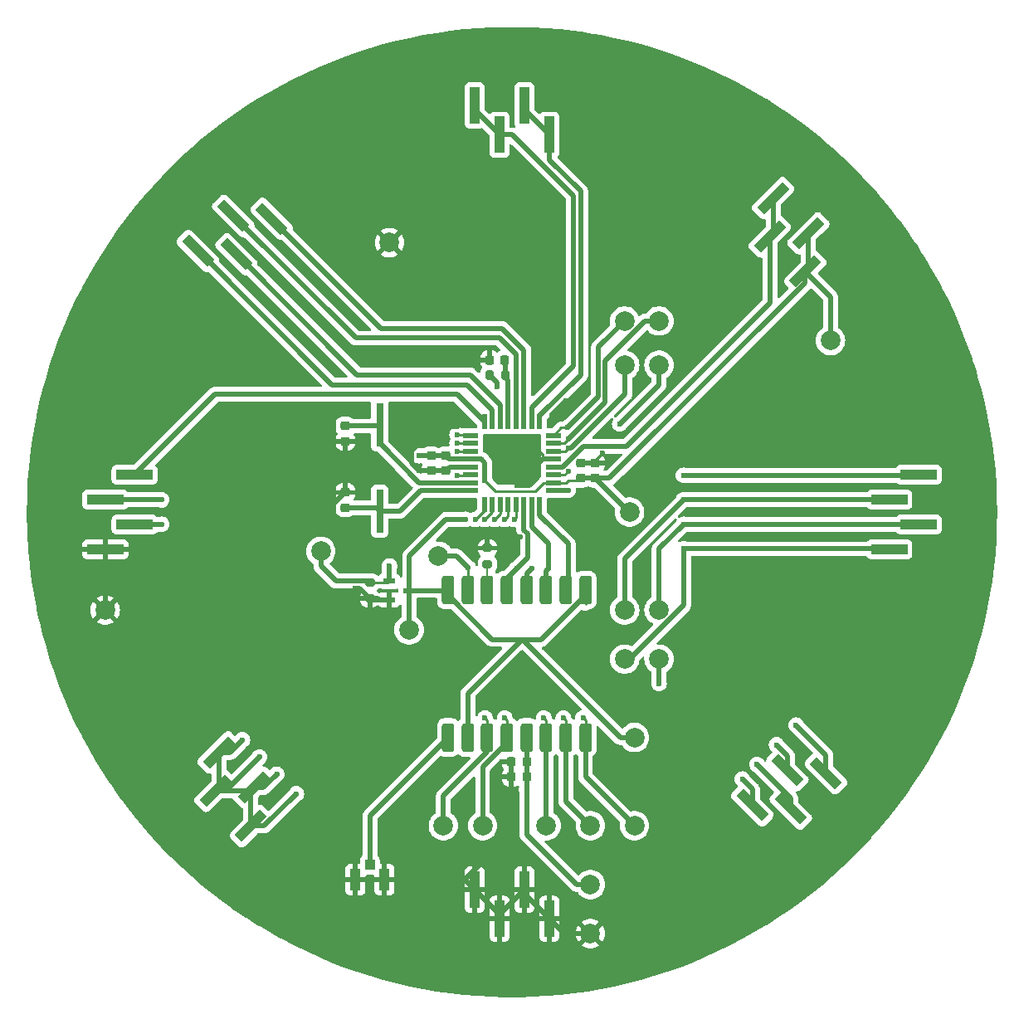
<source format=gtl>
G04 #@! TF.GenerationSoftware,KiCad,Pcbnew,8.0.4*
G04 #@! TF.CreationDate,2024-09-30T00:02:48+08:00*
G04 #@! TF.ProjectId,Transformer_Monitor_V1,5472616e-7366-46f7-926d-65725f4d6f6e,rev?*
G04 #@! TF.SameCoordinates,Original*
G04 #@! TF.FileFunction,Copper,L1,Top*
G04 #@! TF.FilePolarity,Positive*
%FSLAX46Y46*%
G04 Gerber Fmt 4.6, Leading zero omitted, Abs format (unit mm)*
G04 Created by KiCad (PCBNEW 8.0.4) date 2024-09-30 00:02:48*
%MOMM*%
%LPD*%
G01*
G04 APERTURE LIST*
G04 Aperture macros list*
%AMRoundRect*
0 Rectangle with rounded corners*
0 $1 Rounding radius*
0 $2 $3 $4 $5 $6 $7 $8 $9 X,Y pos of 4 corners*
0 Add a 4 corners polygon primitive as box body*
4,1,4,$2,$3,$4,$5,$6,$7,$8,$9,$2,$3,0*
0 Add four circle primitives for the rounded corners*
1,1,$1+$1,$2,$3*
1,1,$1+$1,$4,$5*
1,1,$1+$1,$6,$7*
1,1,$1+$1,$8,$9*
0 Add four rect primitives between the rounded corners*
20,1,$1+$1,$2,$3,$4,$5,0*
20,1,$1+$1,$4,$5,$6,$7,0*
20,1,$1+$1,$6,$7,$8,$9,0*
20,1,$1+$1,$8,$9,$2,$3,0*%
%AMRotRect*
0 Rectangle, with rotation*
0 The origin of the aperture is its center*
0 $1 length*
0 $2 width*
0 $3 Rotation angle, in degrees counterclockwise*
0 Add horizontal line*
21,1,$1,$2,0,0,$3*%
G04 Aperture macros list end*
G04 #@! TA.AperFunction,SMDPad,CuDef*
%ADD10C,2.000000*%
G04 #@! TD*
G04 #@! TA.AperFunction,SMDPad,CuDef*
%ADD11RotRect,0.990600X3.708400X45.000000*%
G04 #@! TD*
G04 #@! TA.AperFunction,SMDPad,CuDef*
%ADD12RotRect,0.990600X3.708400X315.000000*%
G04 #@! TD*
G04 #@! TA.AperFunction,SMDPad,CuDef*
%ADD13RoundRect,0.200000X-0.275000X0.200000X-0.275000X-0.200000X0.275000X-0.200000X0.275000X0.200000X0*%
G04 #@! TD*
G04 #@! TA.AperFunction,SMDPad,CuDef*
%ADD14RoundRect,0.225000X0.250000X-0.225000X0.250000X0.225000X-0.250000X0.225000X-0.250000X-0.225000X0*%
G04 #@! TD*
G04 #@! TA.AperFunction,SMDPad,CuDef*
%ADD15RoundRect,0.225000X-0.225000X-0.250000X0.225000X-0.250000X0.225000X0.250000X-0.225000X0.250000X0*%
G04 #@! TD*
G04 #@! TA.AperFunction,SMDPad,CuDef*
%ADD16RoundRect,0.225000X-0.250000X0.225000X-0.250000X-0.225000X0.250000X-0.225000X0.250000X0.225000X0*%
G04 #@! TD*
G04 #@! TA.AperFunction,SMDPad,CuDef*
%ADD17RoundRect,0.225000X0.225000X0.250000X-0.225000X0.250000X-0.225000X-0.250000X0.225000X-0.250000X0*%
G04 #@! TD*
G04 #@! TA.AperFunction,SMDPad,CuDef*
%ADD18R,0.990600X3.708400*%
G04 #@! TD*
G04 #@! TA.AperFunction,SMDPad,CuDef*
%ADD19RoundRect,0.200000X-0.200000X-0.275000X0.200000X-0.275000X0.200000X0.275000X-0.200000X0.275000X0*%
G04 #@! TD*
G04 #@! TA.AperFunction,SMDPad,CuDef*
%ADD20RoundRect,0.317500X-0.317500X1.157500X-0.317500X-1.157500X0.317500X-1.157500X0.317500X1.157500X0*%
G04 #@! TD*
G04 #@! TA.AperFunction,SMDPad,CuDef*
%ADD21R,3.708400X0.990600*%
G04 #@! TD*
G04 #@! TA.AperFunction,SMDPad,CuDef*
%ADD22R,1.500000X0.550000*%
G04 #@! TD*
G04 #@! TA.AperFunction,SMDPad,CuDef*
%ADD23R,0.550000X1.500000*%
G04 #@! TD*
G04 #@! TA.AperFunction,SMDPad,CuDef*
%ADD24R,1.050000X2.200000*%
G04 #@! TD*
G04 #@! TA.AperFunction,SMDPad,CuDef*
%ADD25R,1.000000X1.050000*%
G04 #@! TD*
G04 #@! TA.AperFunction,SMDPad,CuDef*
%ADD26RotRect,0.990600X3.708400X135.000000*%
G04 #@! TD*
G04 #@! TA.AperFunction,SMDPad,CuDef*
%ADD27R,0.762000X4.394200*%
G04 #@! TD*
G04 #@! TA.AperFunction,SMDPad,CuDef*
%ADD28RotRect,0.990600X3.708400X225.000000*%
G04 #@! TD*
G04 #@! TA.AperFunction,SMDPad,CuDef*
%ADD29RoundRect,0.200000X0.275000X-0.200000X0.275000X0.200000X-0.275000X0.200000X-0.275000X-0.200000X0*%
G04 #@! TD*
G04 #@! TA.AperFunction,SMDPad,CuDef*
%ADD30R,1.270000X0.558800*%
G04 #@! TD*
G04 #@! TA.AperFunction,ViaPad*
%ADD31C,0.600000*%
G04 #@! TD*
G04 #@! TA.AperFunction,Conductor*
%ADD32C,0.500000*%
G04 #@! TD*
G04 #@! TA.AperFunction,Conductor*
%ADD33C,0.250000*%
G04 #@! TD*
G04 #@! TA.AperFunction,Conductor*
%ADD34C,0.200000*%
G04 #@! TD*
G04 APERTURE END LIST*
D10*
X182500000Y-82500000D03*
X162500000Y-123000000D03*
X158000000Y-138000000D03*
X137500000Y-72500000D03*
X158000000Y-143000000D03*
X139500000Y-112000000D03*
D11*
X174524274Y-129912427D03*
X178443624Y-130239675D03*
X178116376Y-126320325D03*
X182035726Y-126647573D03*
D12*
X120087573Y-124524274D03*
X119760325Y-128443624D03*
X123679675Y-128116376D03*
X123352427Y-132035726D03*
D13*
X135500000Y-107175000D03*
X135500000Y-108825000D03*
D10*
X153500000Y-132000000D03*
X161500000Y-110000000D03*
D14*
X158500000Y-96550000D03*
X158500000Y-95000000D03*
D15*
X149950000Y-127025000D03*
X151500000Y-127025000D03*
D16*
X133000000Y-98000000D03*
X133000000Y-99550000D03*
D17*
X149275000Y-84490000D03*
X147725000Y-84490000D03*
D10*
X147000000Y-132000000D03*
D18*
X146190000Y-138498601D03*
X148730000Y-141501399D03*
X151270000Y-138498601D03*
X153810000Y-141501399D03*
D16*
X143250000Y-94250000D03*
X143250000Y-95800000D03*
D19*
X147675000Y-86000000D03*
X149325000Y-86000000D03*
D10*
X161500000Y-85000000D03*
X142500000Y-104500000D03*
D20*
X157500000Y-107950000D03*
X155500000Y-107950000D03*
X153500000Y-107950000D03*
X151500000Y-107950000D03*
X149500000Y-107950000D03*
X147500000Y-107950000D03*
X145500000Y-107950000D03*
X143500000Y-107950000D03*
X143500000Y-123000000D03*
X145500000Y-123000000D03*
X147500000Y-123000000D03*
X149500000Y-123000000D03*
X151500000Y-123000000D03*
X153500000Y-123000000D03*
X155500000Y-123000000D03*
X157500000Y-123000000D03*
D14*
X133000000Y-92775000D03*
X133000000Y-91225000D03*
D10*
X165000000Y-110000000D03*
D16*
X141750000Y-94250000D03*
X141750000Y-95800000D03*
D15*
X149950000Y-125500000D03*
X151500000Y-125500000D03*
D10*
X162000000Y-100000000D03*
D21*
X111501399Y-96190000D03*
X108498601Y-98730000D03*
X111501399Y-101270000D03*
X108498601Y-103810000D03*
D10*
X143000000Y-132000000D03*
X158000000Y-132000000D03*
D22*
X145800000Y-92200000D03*
X145800000Y-93000000D03*
X145800000Y-93800000D03*
X145800000Y-94600000D03*
X145800000Y-95400000D03*
X145800000Y-96200000D03*
X145800000Y-97000000D03*
X145800000Y-97800000D03*
D23*
X147200000Y-99200000D03*
X148000000Y-99200000D03*
X148800000Y-99200000D03*
X149600000Y-99200000D03*
X150400000Y-99200000D03*
X151200000Y-99200000D03*
X152000000Y-99200000D03*
X152800000Y-99200000D03*
D22*
X154200000Y-97800000D03*
X154200000Y-97000000D03*
X154200000Y-96200000D03*
X154200000Y-95400000D03*
X154200000Y-94600000D03*
X154200000Y-93800000D03*
X154200000Y-93000000D03*
X154200000Y-92200000D03*
D23*
X152800000Y-90800000D03*
X152000000Y-90800000D03*
X151200000Y-90800000D03*
X150400000Y-90800000D03*
X149600000Y-90800000D03*
X148800000Y-90800000D03*
X148000000Y-90800000D03*
X147200000Y-90800000D03*
D10*
X165000000Y-85000000D03*
X165000000Y-80500000D03*
D24*
X136975000Y-137500000D03*
X134025000Y-137500000D03*
D25*
X135500000Y-136000000D03*
D26*
X179912427Y-75475726D03*
X180239675Y-71556376D03*
X176320325Y-71883624D03*
X176647573Y-67964274D03*
D27*
X136500000Y-91097100D03*
X136500000Y-99902900D03*
D10*
X161500000Y-115000000D03*
D28*
X125475726Y-70087573D03*
X121556376Y-69760325D03*
X121883624Y-73679675D03*
X117964274Y-73352427D03*
D10*
X130500000Y-104000000D03*
X161500000Y-80500000D03*
D29*
X147500000Y-105325000D03*
X147500000Y-103675000D03*
D21*
X188498601Y-103810000D03*
X191501399Y-101270000D03*
X188498601Y-98730000D03*
X191501399Y-96190000D03*
D10*
X162500000Y-132000000D03*
X108500000Y-110000000D03*
D14*
X157000000Y-96550000D03*
X157000000Y-95000000D03*
D10*
X165000000Y-115000000D03*
D18*
X153810000Y-61501399D03*
X151270000Y-58498601D03*
X148730000Y-61501399D03*
X146190000Y-58498601D03*
D30*
X137458600Y-107047500D03*
X137458600Y-108952500D03*
X139541400Y-108000000D03*
D31*
X147744337Y-118333682D03*
X160000000Y-120000000D03*
X165000000Y-120000000D03*
X190000000Y-125000000D03*
X175000000Y-135000000D03*
X175000000Y-140000000D03*
X140000000Y-140000000D03*
X139974225Y-134875449D03*
X140000000Y-120000000D03*
X135000000Y-125000000D03*
X105000000Y-110000000D03*
X115000000Y-105000000D03*
X105007321Y-84971227D03*
X125000000Y-85000000D03*
X170000000Y-90000000D03*
X170000000Y-80000000D03*
X155000000Y-80000000D03*
X110000000Y-75000000D03*
X115000000Y-75000000D03*
X120000000Y-90000000D03*
X125000000Y-90000000D03*
X125000000Y-95000000D03*
X130000000Y-95000000D03*
X120000000Y-105000000D03*
X125000000Y-105000000D03*
X115000000Y-110000000D03*
X120000000Y-110000000D03*
X110000000Y-120000000D03*
X115000000Y-120000000D03*
X110000000Y-125000000D03*
X115000000Y-125000000D03*
X125000000Y-135000000D03*
X130000000Y-135000000D03*
X125000000Y-140000000D03*
X130000000Y-140000000D03*
X135000000Y-145000000D03*
X140000000Y-145000000D03*
X160000000Y-145000000D03*
X165000000Y-145000000D03*
X165000000Y-130000000D03*
X170000000Y-130000000D03*
X160000000Y-125000000D03*
X165000000Y-125000000D03*
X185000000Y-120000000D03*
X190000000Y-120000000D03*
X170000000Y-95000000D03*
X175000000Y-95000000D03*
X180000000Y-95000000D03*
X185000000Y-95000000D03*
X190000000Y-90000000D03*
X195000000Y-90000000D03*
X190000000Y-85000000D03*
X195000000Y-85000000D03*
X185000000Y-75000000D03*
X190000000Y-75000000D03*
X180000000Y-80000000D03*
X185000000Y-80000000D03*
X190000000Y-80000000D03*
X175000000Y-85000000D03*
X180000000Y-85000000D03*
X185000000Y-85000000D03*
X175000000Y-90000000D03*
X180000000Y-90000000D03*
X185000000Y-90000000D03*
X185000000Y-115000000D03*
X190000000Y-115000000D03*
X195000000Y-115000000D03*
X185000000Y-110000000D03*
X190000000Y-110000000D03*
X195000000Y-110000000D03*
X160000000Y-135000000D03*
X165000000Y-135000000D03*
X170000000Y-135000000D03*
X160000000Y-140000000D03*
X165000000Y-140000000D03*
X170000000Y-140000000D03*
X105000000Y-115000000D03*
X110000000Y-115000000D03*
X115000000Y-115000000D03*
X120000000Y-100000000D03*
X125000000Y-100000000D03*
X130000000Y-100000000D03*
X105000000Y-90000000D03*
X110000000Y-90000000D03*
X115000000Y-90000000D03*
X110000000Y-85000000D03*
X115000000Y-85000000D03*
X120000000Y-85000000D03*
X110000000Y-80000000D03*
X115000000Y-80000000D03*
X120000000Y-80000000D03*
X140000000Y-80000000D03*
X145000000Y-80000000D03*
X150000000Y-80000000D03*
X160000000Y-70000000D03*
X165000000Y-70000000D03*
X170000000Y-70000000D03*
X160000000Y-75000000D03*
X165000000Y-75000000D03*
X170000000Y-75000000D03*
X135000000Y-75000000D03*
X140000000Y-75000000D03*
X145000000Y-75000000D03*
X130000000Y-70000000D03*
X135000000Y-70000000D03*
X140000000Y-70000000D03*
X125000000Y-65000000D03*
X130000000Y-65000000D03*
X135000000Y-65000000D03*
X140000000Y-65000000D03*
X145000000Y-65000000D03*
X160000000Y-65000000D03*
X165000000Y-65000000D03*
X170000000Y-65000000D03*
X175000000Y-60000000D03*
X170000000Y-60000000D03*
X140000000Y-60000000D03*
X135000000Y-60000000D03*
X129921968Y-59922525D03*
X125000000Y-60000000D03*
X165000000Y-55000000D03*
X160000000Y-55000000D03*
X155000000Y-55000000D03*
X150000000Y-55000000D03*
X145000000Y-55000000D03*
X140000000Y-55000000D03*
X135000000Y-55000000D03*
X154069211Y-90154572D03*
X155480914Y-88665058D03*
X149000000Y-125500000D03*
X152500000Y-93500000D03*
X134000000Y-107750000D03*
X147750000Y-83250000D03*
X150500000Y-97250000D03*
X140500000Y-95750000D03*
X159250000Y-94000000D03*
X144400000Y-91250000D03*
X150850000Y-102500000D03*
X152500000Y-96500000D03*
X147250000Y-96750000D03*
X124250000Y-125000000D03*
X140500000Y-94250000D03*
X148500000Y-87250000D03*
X128000000Y-128750000D03*
X151500000Y-128250000D03*
X126000000Y-126750000D03*
X122500000Y-123250000D03*
X145250000Y-100750000D03*
X144400000Y-93800000D03*
X137500000Y-105500000D03*
X155750000Y-93500000D03*
X114250000Y-101250000D03*
X144400000Y-93000000D03*
X144384076Y-96243320D03*
X145534859Y-105700318D03*
X155750000Y-105750000D03*
X175000000Y-125750000D03*
X167500000Y-101250000D03*
X144400000Y-92100000D03*
X114250000Y-98750000D03*
X149614850Y-89422008D03*
X167500000Y-96250000D03*
X179000000Y-121750000D03*
X173500000Y-127250000D03*
X167500000Y-103750000D03*
X153750000Y-105750000D03*
X147250000Y-121000000D03*
X146250000Y-100750000D03*
X177000000Y-123750000D03*
X152000000Y-105750000D03*
X167500000Y-98750000D03*
X155750000Y-97750000D03*
X155250000Y-121000000D03*
X149250000Y-100750000D03*
X149250000Y-121000000D03*
X147250000Y-100750000D03*
X150250000Y-100750000D03*
X157250000Y-121000000D03*
X148250000Y-100750000D03*
X153250000Y-121000000D03*
X155750000Y-92561766D03*
X155712128Y-91361766D03*
X155750000Y-95810380D03*
X161000000Y-91000000D03*
X150500000Y-105750000D03*
X165000000Y-117500000D03*
X147750000Y-102500000D03*
D32*
X157500000Y-108475054D02*
X157500000Y-107950000D01*
X152975054Y-113000000D02*
X157500000Y-108475054D01*
X161085787Y-123000000D02*
X151085787Y-113000000D01*
X162500000Y-123000000D02*
X161085787Y-123000000D01*
X151085787Y-113000000D02*
X152975054Y-113000000D01*
X145500000Y-118500000D02*
X151000000Y-113000000D01*
X145500000Y-123000000D02*
X145500000Y-118500000D01*
X151000000Y-113000000D02*
X153000000Y-113000000D01*
X148000000Y-113000000D02*
X151000000Y-113000000D01*
X153000000Y-113000000D02*
X157500000Y-108500000D01*
X143500000Y-108500000D02*
X148000000Y-113000000D01*
X143500000Y-107950000D02*
X143500000Y-108500000D01*
X157500000Y-108500000D02*
X157500000Y-107950000D01*
X151500000Y-132914213D02*
X151500000Y-128250000D01*
X156585787Y-138000000D02*
X151500000Y-132914213D01*
X158000000Y-138000000D02*
X156585787Y-138000000D01*
X155308601Y-143000000D02*
X153810000Y-141501399D01*
X158000000Y-143000000D02*
X155308601Y-143000000D01*
X139500000Y-112000000D02*
X139500000Y-108041400D01*
X139500000Y-108041400D02*
X139541400Y-108000000D01*
X135500000Y-108825000D02*
X132205000Y-108825000D01*
X137458600Y-108952500D02*
X135627500Y-108952500D01*
X149950000Y-127025000D02*
X149950000Y-125500000D01*
X139775000Y-93725000D02*
X142250000Y-91250000D01*
X108498601Y-103810000D02*
X127190000Y-103810000D01*
X145191399Y-137500000D02*
X146190000Y-138498601D01*
X143650000Y-95400000D02*
X143250000Y-95800000D01*
X140500000Y-95750000D02*
X139775000Y-95025000D01*
X139775000Y-95025000D02*
X139775000Y-93725000D01*
X134000000Y-107750000D02*
X134425000Y-107750000D01*
X127190000Y-103810000D02*
X133000000Y-98000000D01*
X149950000Y-125500000D02*
X149000000Y-125500000D01*
D33*
X150850000Y-102500000D02*
X147750000Y-102500000D01*
D32*
X108500000Y-110000000D02*
X108500000Y-103811399D01*
X154069211Y-90076761D02*
X155480914Y-88665058D01*
X143250000Y-95800000D02*
X141750000Y-95800000D01*
X141700000Y-95750000D02*
X141750000Y-95800000D01*
X136975000Y-137500000D02*
X145191399Y-137500000D01*
X134025000Y-137500000D02*
X136975000Y-137500000D01*
X132205000Y-108825000D02*
X127190000Y-103810000D01*
D33*
X147500000Y-102750000D02*
X147750000Y-102500000D01*
D32*
X108500000Y-103811399D02*
X108498601Y-103810000D01*
X148730000Y-141501399D02*
X148730000Y-141038601D01*
X148730000Y-141038601D02*
X146190000Y-138498601D01*
X151270000Y-138961399D02*
X153810000Y-141501399D01*
X140500000Y-95750000D02*
X141700000Y-95750000D01*
X145800000Y-95400000D02*
X143650000Y-95400000D01*
X154069211Y-90154572D02*
X154069211Y-90076761D01*
X135627500Y-108952500D02*
X135500000Y-108825000D01*
X149950000Y-132741399D02*
X145191399Y-137500000D01*
D33*
X159250000Y-94000000D02*
X158500000Y-94750000D01*
D32*
X150500000Y-97250000D02*
X151750000Y-97250000D01*
X133000000Y-92775000D02*
X133000000Y-98000000D01*
X151750000Y-97250000D02*
X152500000Y-96500000D01*
X148730000Y-141038601D02*
X151270000Y-138498601D01*
X151270000Y-138498601D02*
X151270000Y-138961399D01*
X142250000Y-91250000D02*
X144400000Y-91250000D01*
D33*
X147725000Y-83275000D02*
X147725000Y-84490000D01*
D32*
X134425000Y-107750000D02*
X135500000Y-108825000D01*
D33*
X158500000Y-94750000D02*
X158500000Y-95000000D01*
D32*
X153150000Y-94600000D02*
X154200000Y-94600000D01*
D33*
X147500000Y-103675000D02*
X147500000Y-102750000D01*
D32*
X149950000Y-127025000D02*
X149950000Y-132741399D01*
D33*
X152500000Y-93500000D02*
X153150000Y-94150000D01*
X147750000Y-83250000D02*
X147725000Y-83275000D01*
X158500000Y-95000000D02*
X157000000Y-95000000D01*
X153150000Y-94150000D02*
X153150000Y-94600000D01*
D32*
X150500000Y-97250000D02*
X153150000Y-94600000D01*
X145800000Y-94600000D02*
X146875000Y-94600000D01*
X120087573Y-124524274D02*
X121225726Y-124524274D01*
D33*
X148350000Y-97850000D02*
X152350000Y-97850000D01*
X154200000Y-97000000D02*
X155500000Y-97000000D01*
D32*
X119760325Y-128443624D02*
X123352427Y-128443624D01*
X143250000Y-94250000D02*
X141750000Y-94250000D01*
X146875000Y-94600000D02*
X147250000Y-94975000D01*
X180239675Y-71556376D02*
X180239675Y-75148478D01*
X120087573Y-128116376D02*
X119760325Y-128443624D01*
X161950000Y-100000000D02*
X158500000Y-96550000D01*
X123679675Y-128116376D02*
X124633624Y-128116376D01*
X120087573Y-124524274D02*
X120087573Y-128116376D01*
X151500000Y-128250000D02*
X151500000Y-127025000D01*
X147675000Y-86000000D02*
X148500000Y-86825000D01*
X119760325Y-128443624D02*
X120806376Y-128443624D01*
X120806376Y-128443624D02*
X124250000Y-125000000D01*
X147250000Y-94975000D02*
X147250000Y-96750000D01*
X179912427Y-75475726D02*
X179912427Y-76587573D01*
X145800000Y-94600000D02*
X143600000Y-94600000D01*
D33*
X155750000Y-96750000D02*
X156800000Y-96750000D01*
D32*
X121225726Y-124524274D02*
X122500000Y-123250000D01*
X123352427Y-132035726D02*
X123352427Y-128443624D01*
D33*
X155500000Y-97000000D02*
X155750000Y-96750000D01*
X147250000Y-96750000D02*
X148350000Y-97850000D01*
D32*
X123352427Y-132035726D02*
X124714274Y-132035726D01*
X159950000Y-96550000D02*
X158500000Y-96550000D01*
X124714274Y-132035726D02*
X128000000Y-128750000D01*
X141750000Y-94250000D02*
X140500000Y-94250000D01*
X124633624Y-128116376D02*
X126000000Y-126750000D01*
X148500000Y-86825000D02*
X148500000Y-87250000D01*
X151500000Y-127025000D02*
X151500000Y-125500000D01*
X123352427Y-128443624D02*
X123679675Y-128116376D01*
X162000000Y-100000000D02*
X161950000Y-100000000D01*
X180239675Y-75148478D02*
X179912427Y-75475726D01*
X158500000Y-96550000D02*
X157000000Y-96550000D01*
D33*
X156800000Y-96750000D02*
X157000000Y-96550000D01*
X153200000Y-97000000D02*
X154200000Y-97000000D01*
D32*
X151500000Y-125500000D02*
X151500000Y-123000000D01*
X143600000Y-94600000D02*
X143250000Y-94250000D01*
D33*
X152350000Y-97850000D02*
X153200000Y-97000000D01*
D32*
X136500000Y-93000000D02*
X136500000Y-91097100D01*
X145800000Y-97000000D02*
X140500000Y-97000000D01*
X136372100Y-91225000D02*
X136500000Y-91097100D01*
X133000000Y-91225000D02*
X136372100Y-91225000D01*
X140500000Y-97000000D02*
X136500000Y-93000000D01*
X136500000Y-99902900D02*
X138597100Y-99902900D01*
X133000000Y-99550000D02*
X136147100Y-99550000D01*
X140700000Y-97800000D02*
X145800000Y-97800000D01*
X136147100Y-99550000D02*
X136500000Y-99902900D01*
X138597100Y-99902900D02*
X140700000Y-97800000D01*
X135500000Y-131000000D02*
X135500000Y-136000000D01*
X143500000Y-123000000D02*
X135500000Y-131000000D01*
X139541400Y-108000000D02*
X143450000Y-108000000D01*
D33*
X157500000Y-109425000D02*
X157500000Y-107950000D01*
D32*
X139541400Y-104458600D02*
X139541400Y-108000000D01*
X143250000Y-100750000D02*
X139541400Y-104458600D01*
X145250000Y-100750000D02*
X143250000Y-100750000D01*
X143450000Y-108000000D02*
X143500000Y-107950000D01*
D33*
X144394711Y-93800000D02*
X144377673Y-93817038D01*
X135500000Y-107175000D02*
X137331100Y-107175000D01*
D32*
X130500000Y-104000000D02*
X130500000Y-105500000D01*
X132025000Y-107025000D02*
X135350000Y-107025000D01*
D33*
X137331100Y-107175000D02*
X137458600Y-107047500D01*
D32*
X135350000Y-107025000D02*
X135500000Y-107175000D01*
X137500000Y-107006100D02*
X137458600Y-107047500D01*
D33*
X145800000Y-93800000D02*
X144394711Y-93800000D01*
D32*
X137500000Y-105500000D02*
X137500000Y-107006100D01*
X130500000Y-105500000D02*
X132025000Y-107025000D01*
D34*
X147500000Y-107950000D02*
X147500000Y-105325000D01*
D32*
X161500000Y-88000000D02*
X161500000Y-85000000D01*
X155750000Y-93500000D02*
X156000000Y-93500000D01*
X156000000Y-93500000D02*
X161500000Y-88000000D01*
D33*
X155450000Y-93800000D02*
X154200000Y-93800000D01*
X155750000Y-93500000D02*
X155450000Y-93800000D01*
D32*
X134046051Y-82250000D02*
X121556376Y-69760325D01*
X148750000Y-82250000D02*
X134046051Y-82250000D01*
X150400000Y-90800000D02*
X150400000Y-83900000D01*
X150400000Y-83900000D02*
X148750000Y-82250000D01*
X111501399Y-101270000D02*
X114230000Y-101270000D01*
D33*
X144400000Y-93000000D02*
X145800000Y-93000000D01*
D32*
X114230000Y-101270000D02*
X114250000Y-101250000D01*
X142500000Y-104500000D02*
X144334541Y-104500000D01*
D33*
X145534859Y-107915141D02*
X145500000Y-107950000D01*
X144384076Y-96243320D02*
X145756680Y-96243320D01*
X145534859Y-105700318D02*
X145534859Y-107915141D01*
D32*
X144334541Y-104500000D02*
X145534859Y-105700318D01*
D33*
X145756680Y-96243320D02*
X145800000Y-96200000D01*
D32*
X152800000Y-99200000D02*
X152800000Y-100300000D01*
X178443624Y-129193624D02*
X178443624Y-130239675D01*
X155750000Y-103250000D02*
X155750000Y-105750000D01*
X167500000Y-101250000D02*
X165000000Y-103750000D01*
X155750000Y-107700000D02*
X155500000Y-107950000D01*
X155750000Y-105750000D02*
X155750000Y-107700000D01*
X191501399Y-101270000D02*
X167520000Y-101270000D01*
X152800000Y-100300000D02*
X155750000Y-103250000D01*
X167520000Y-101270000D02*
X167500000Y-101250000D01*
X175000000Y-125750000D02*
X178443624Y-129193624D01*
X165000000Y-103750000D02*
X165000000Y-110000000D01*
D33*
X145700000Y-92100000D02*
X145800000Y-92200000D01*
D32*
X114250000Y-98750000D02*
X114230000Y-98730000D01*
X114230000Y-98730000D02*
X108498601Y-98730000D01*
D33*
X144400000Y-92100000D02*
X145700000Y-92100000D01*
D32*
X167500000Y-96250000D02*
X191441399Y-96250000D01*
X149614850Y-89422008D02*
X149614850Y-90785150D01*
X179000000Y-121750000D02*
X182035726Y-124785726D01*
X149614850Y-90785150D02*
X149600000Y-90800000D01*
X149325000Y-86260000D02*
X149325000Y-84800000D01*
X149614850Y-89422008D02*
X149614850Y-86549850D01*
X149614850Y-86549850D02*
X149325000Y-86260000D01*
X182035726Y-124785726D02*
X182035726Y-126647573D01*
X191441399Y-96250000D02*
X191501399Y-96190000D01*
X149325000Y-84800000D02*
X149275000Y-84750000D01*
X152000000Y-101500000D02*
X152000000Y-99200000D01*
X167500000Y-109515255D02*
X162015255Y-115000000D01*
X153500000Y-106000000D02*
X153750000Y-105750000D01*
X188438601Y-103750000D02*
X188498601Y-103810000D01*
X153750000Y-103250000D02*
X152000000Y-101500000D01*
X153500000Y-107950000D02*
X153500000Y-106000000D01*
X162015255Y-115000000D02*
X161500000Y-115000000D01*
X167500000Y-103750000D02*
X188438601Y-103750000D01*
X174524274Y-128274274D02*
X174524274Y-129912427D01*
X153750000Y-105750000D02*
X153750000Y-103250000D01*
X173500000Y-127250000D02*
X174524274Y-128274274D01*
X167500000Y-103750000D02*
X167500000Y-109515255D01*
D33*
X147500000Y-123000000D02*
X147500000Y-121250000D01*
X146250000Y-100750000D02*
X147200000Y-99800000D01*
X147500000Y-121250000D02*
X147250000Y-121000000D01*
D32*
X147500000Y-124475000D02*
X143000000Y-128975000D01*
X147500000Y-123000000D02*
X147500000Y-124475000D01*
X143000000Y-128975000D02*
X143000000Y-132000000D01*
D33*
X147200000Y-99800000D02*
X147200000Y-99200000D01*
D32*
X146190000Y-58961399D02*
X148730000Y-61501399D01*
X148730000Y-61501399D02*
X150001399Y-61501399D01*
X146190000Y-58498601D02*
X146190000Y-58961399D01*
X152000000Y-89362500D02*
X152000000Y-90800000D01*
X156250000Y-85112500D02*
X152000000Y-89362500D01*
X156250000Y-67750000D02*
X156250000Y-85112500D01*
X150001399Y-61501399D02*
X156250000Y-67750000D01*
X167500000Y-98750000D02*
X167520000Y-98730000D01*
X155700000Y-97800000D02*
X154200000Y-97800000D01*
X167520000Y-98730000D02*
X188498601Y-98730000D01*
X178116376Y-124866376D02*
X178116376Y-126320325D01*
X151500000Y-106250000D02*
X151500000Y-107950000D01*
X177000000Y-123750000D02*
X178116376Y-124866376D01*
X152000000Y-105750000D02*
X151500000Y-106250000D01*
X167500000Y-98750000D02*
X161500000Y-104750000D01*
X161500000Y-104750000D02*
X161500000Y-110000000D01*
X155750000Y-97750000D02*
X155700000Y-97800000D01*
X188478601Y-98750000D02*
X188498601Y-98730000D01*
X151200000Y-83450000D02*
X151200000Y-90800000D01*
X136638153Y-81250000D02*
X149000000Y-81250000D01*
X125475726Y-70087573D02*
X136638153Y-81250000D01*
X149000000Y-81250000D02*
X151200000Y-83450000D01*
X121883624Y-73679675D02*
X134203949Y-86000000D01*
X134203949Y-86000000D02*
X145750000Y-86000000D01*
X145750000Y-86000000D02*
X148800000Y-89050000D01*
X148800000Y-89050000D02*
X148800000Y-90800000D01*
D33*
X155500000Y-121250000D02*
X155250000Y-121000000D01*
X149250000Y-100750000D02*
X149600000Y-100400000D01*
D32*
X155500000Y-123000000D02*
X155500000Y-129500000D01*
D33*
X155500000Y-123000000D02*
X155500000Y-121250000D01*
D32*
X155500000Y-129500000D02*
X158000000Y-132000000D01*
D33*
X149600000Y-100400000D02*
X149600000Y-99200000D01*
D32*
X149500000Y-123525054D02*
X147000000Y-126025054D01*
D33*
X149500000Y-123000000D02*
X149500000Y-121250000D01*
X149500000Y-121250000D02*
X149250000Y-121000000D01*
X148000000Y-100000000D02*
X147250000Y-100750000D01*
D32*
X149500000Y-123000000D02*
X149500000Y-123525054D01*
X147000000Y-126025054D02*
X147000000Y-132000000D01*
D33*
X148000000Y-99200000D02*
X148000000Y-100000000D01*
X150400000Y-100600000D02*
X150400000Y-99200000D01*
X157500000Y-123000000D02*
X157500000Y-121250000D01*
X150250000Y-100750000D02*
X150400000Y-100600000D01*
D32*
X157500000Y-127000000D02*
X162500000Y-132000000D01*
D33*
X157500000Y-121250000D02*
X157250000Y-121000000D01*
D32*
X157500000Y-123000000D02*
X157500000Y-127000000D01*
D33*
X153500000Y-123000000D02*
X153500000Y-121250000D01*
X148800000Y-100200000D02*
X148800000Y-99200000D01*
X153500000Y-121250000D02*
X153250000Y-121000000D01*
D32*
X153500000Y-123000000D02*
X153500000Y-132000000D01*
D33*
X148250000Y-100750000D02*
X148800000Y-100200000D01*
D32*
X111501399Y-96190000D02*
X119691399Y-88000000D01*
X119691399Y-88000000D02*
X144400000Y-88000000D01*
X144400000Y-88000000D02*
X147200000Y-90800000D01*
X159500000Y-84585787D02*
X159500000Y-88811766D01*
X165000000Y-80500000D02*
X163585787Y-80500000D01*
X159500000Y-88811766D02*
X155750000Y-92561766D01*
D33*
X155311766Y-93000000D02*
X154200000Y-93000000D01*
D32*
X163585787Y-80500000D02*
X159500000Y-84585787D01*
D33*
X155750000Y-92561766D02*
X155311766Y-93000000D01*
D32*
X153810000Y-61501399D02*
X153810000Y-64060000D01*
X152800000Y-90200000D02*
X152800000Y-90800000D01*
X153810000Y-64060000D02*
X157000000Y-67250000D01*
X151270000Y-58961399D02*
X153810000Y-61501399D01*
X157000000Y-67250000D02*
X157000000Y-86000000D01*
X151270000Y-58498601D02*
X151270000Y-58961399D01*
X157000000Y-86000000D02*
X152800000Y-90200000D01*
X157260075Y-93275000D02*
X161725000Y-93275000D01*
X176647573Y-67964274D02*
X176647573Y-71556376D01*
X161725000Y-93275000D02*
X176320325Y-78679675D01*
X176320325Y-78679675D02*
X176320325Y-71883624D01*
X155135075Y-95400000D02*
X157260075Y-93275000D01*
X176647573Y-71556376D02*
X176320325Y-71883624D01*
X154200000Y-95400000D02*
X155135075Y-95400000D01*
D33*
X155038234Y-91361766D02*
X154200000Y-92200000D01*
D32*
X155712128Y-91361766D02*
X158825000Y-88248894D01*
X158825000Y-83175000D02*
X161500000Y-80500000D01*
X158825000Y-88248894D02*
X158825000Y-83175000D01*
D33*
X155712128Y-91361766D02*
X155038234Y-91361766D01*
D32*
X165000000Y-87000000D02*
X165000000Y-85000000D01*
D33*
X155360380Y-96200000D02*
X155750000Y-95810380D01*
X154200000Y-96200000D02*
X155360380Y-96200000D01*
D32*
X161000000Y-91000000D02*
X165000000Y-87000000D01*
X165000000Y-115000000D02*
X165000000Y-117500000D01*
X151575000Y-104675000D02*
X150500000Y-105750000D01*
X149500000Y-107950000D02*
X149500000Y-106750000D01*
X149500000Y-106750000D02*
X150500000Y-105750000D01*
X151200000Y-99200000D02*
X151200000Y-101824695D01*
X151200000Y-101824695D02*
X151575000Y-102199695D01*
X151575000Y-102199695D02*
X151575000Y-104675000D01*
X145387500Y-87000000D02*
X131611847Y-87000000D01*
X148000000Y-90800000D02*
X148000000Y-89612500D01*
X131611847Y-87000000D02*
X117964274Y-73352427D01*
X148000000Y-89612500D02*
X145387500Y-87000000D01*
X179912427Y-76587573D02*
X159950000Y-96550000D01*
X182500000Y-82500000D02*
X182500000Y-78063299D01*
X182500000Y-78063299D02*
X179912427Y-75475726D01*
G04 #@! TA.AperFunction,Conductor*
G36*
X151086227Y-114077653D02*
G01*
X151130571Y-114106152D01*
X154224448Y-117200028D01*
X157055880Y-120031460D01*
X157089365Y-120092783D01*
X157084381Y-120162475D01*
X157042509Y-120218408D01*
X157009154Y-120236182D01*
X156900480Y-120274209D01*
X156747737Y-120370184D01*
X156620184Y-120497737D01*
X156524211Y-120650476D01*
X156464631Y-120820745D01*
X156464630Y-120820750D01*
X156444435Y-120999996D01*
X156444435Y-121000004D01*
X156448387Y-121035082D01*
X156436332Y-121103904D01*
X156388983Y-121155283D01*
X156321372Y-121172907D01*
X156259195Y-121153959D01*
X156174662Y-121100843D01*
X156157555Y-121094857D01*
X156100779Y-121054135D01*
X156083950Y-121025269D01*
X156055567Y-120956746D01*
X156046909Y-120923179D01*
X156035369Y-120820750D01*
X156035368Y-120820745D01*
X155994127Y-120702885D01*
X155975789Y-120650478D01*
X155879816Y-120497738D01*
X155752262Y-120370184D01*
X155599523Y-120274211D01*
X155429254Y-120214631D01*
X155429249Y-120214630D01*
X155250004Y-120194435D01*
X155249996Y-120194435D01*
X155070750Y-120214630D01*
X155070745Y-120214631D01*
X154900476Y-120274211D01*
X154747737Y-120370184D01*
X154620184Y-120497737D01*
X154524211Y-120650476D01*
X154464631Y-120820745D01*
X154464630Y-120820750D01*
X154444435Y-120999996D01*
X154444435Y-121000004D01*
X154448387Y-121035082D01*
X154436332Y-121103904D01*
X154388983Y-121155283D01*
X154321372Y-121172907D01*
X154259195Y-121153959D01*
X154174662Y-121100843D01*
X154157555Y-121094857D01*
X154100779Y-121054135D01*
X154083950Y-121025269D01*
X154055567Y-120956746D01*
X154046909Y-120923179D01*
X154035369Y-120820750D01*
X154035368Y-120820745D01*
X153994127Y-120702885D01*
X153975789Y-120650478D01*
X153879816Y-120497738D01*
X153752262Y-120370184D01*
X153599523Y-120274211D01*
X153429254Y-120214631D01*
X153429249Y-120214630D01*
X153250004Y-120194435D01*
X153249996Y-120194435D01*
X153070750Y-120214630D01*
X153070745Y-120214631D01*
X152900476Y-120274211D01*
X152747737Y-120370184D01*
X152620184Y-120497737D01*
X152524211Y-120650476D01*
X152464631Y-120820745D01*
X152464630Y-120820750D01*
X152444435Y-120999996D01*
X152444435Y-121000004D01*
X152448387Y-121035082D01*
X152436332Y-121103904D01*
X152388983Y-121155283D01*
X152321372Y-121172907D01*
X152259195Y-121153959D01*
X152174665Y-121100845D01*
X152174664Y-121100844D01*
X152174663Y-121100844D01*
X152132896Y-121086229D01*
X152000671Y-121039961D01*
X151863442Y-121024500D01*
X151863438Y-121024500D01*
X151136562Y-121024500D01*
X151136558Y-121024500D01*
X150999328Y-121039961D01*
X150825334Y-121100845D01*
X150669257Y-121198915D01*
X150587681Y-121280492D01*
X150526358Y-121313977D01*
X150456666Y-121308993D01*
X150412319Y-121280492D01*
X150330742Y-121198915D01*
X150174662Y-121100843D01*
X150157555Y-121094857D01*
X150100779Y-121054135D01*
X150083950Y-121025269D01*
X150055567Y-120956746D01*
X150046909Y-120923179D01*
X150035369Y-120820750D01*
X150035368Y-120820745D01*
X149994127Y-120702885D01*
X149975789Y-120650478D01*
X149879816Y-120497738D01*
X149752262Y-120370184D01*
X149599523Y-120274211D01*
X149429254Y-120214631D01*
X149429249Y-120214630D01*
X149250004Y-120194435D01*
X149249996Y-120194435D01*
X149070750Y-120214630D01*
X149070745Y-120214631D01*
X148900476Y-120274211D01*
X148747737Y-120370184D01*
X148620184Y-120497737D01*
X148524211Y-120650476D01*
X148464631Y-120820745D01*
X148464630Y-120820750D01*
X148444435Y-120999996D01*
X148444435Y-121000004D01*
X148448387Y-121035082D01*
X148436332Y-121103904D01*
X148388983Y-121155283D01*
X148321372Y-121172907D01*
X148259195Y-121153959D01*
X148174662Y-121100843D01*
X148157555Y-121094857D01*
X148100779Y-121054135D01*
X148083950Y-121025269D01*
X148055567Y-120956746D01*
X148046909Y-120923179D01*
X148035369Y-120820750D01*
X148035368Y-120820745D01*
X147994127Y-120702885D01*
X147975789Y-120650478D01*
X147879816Y-120497738D01*
X147752262Y-120370184D01*
X147599523Y-120274211D01*
X147429254Y-120214631D01*
X147429249Y-120214630D01*
X147250004Y-120194435D01*
X147249996Y-120194435D01*
X147070750Y-120214630D01*
X147070745Y-120214631D01*
X146900476Y-120274211D01*
X146747737Y-120370184D01*
X146620184Y-120497737D01*
X146524209Y-120650480D01*
X146491541Y-120743840D01*
X146450820Y-120800616D01*
X146385867Y-120826363D01*
X146317305Y-120812907D01*
X146266903Y-120764519D01*
X146250500Y-120702885D01*
X146250500Y-118862229D01*
X146270185Y-118795190D01*
X146286819Y-118774548D01*
X148601797Y-116459570D01*
X150955214Y-114106152D01*
X151016535Y-114072669D01*
X151086227Y-114077653D01*
G37*
G04 #@! TD.AperFunction*
G04 #@! TA.AperFunction,Conductor*
G36*
X149815973Y-101422691D02*
G01*
X149900475Y-101475788D01*
X150070745Y-101535368D01*
X150070750Y-101535369D01*
X150249996Y-101555565D01*
X150250000Y-101555565D01*
X150250001Y-101555565D01*
X150258324Y-101554627D01*
X150311617Y-101548622D01*
X150380437Y-101560676D01*
X150431817Y-101608024D01*
X150449500Y-101671842D01*
X150449500Y-101898613D01*
X150449500Y-101898615D01*
X150449499Y-101898615D01*
X150478340Y-102043602D01*
X150478343Y-102043612D01*
X150534912Y-102180183D01*
X150534920Y-102180197D01*
X150562622Y-102221655D01*
X150562623Y-102221658D01*
X150617046Y-102303109D01*
X150617047Y-102303110D01*
X150617048Y-102303111D01*
X150788182Y-102474244D01*
X150821666Y-102535565D01*
X150824500Y-102561924D01*
X150824500Y-104312769D01*
X150804815Y-104379808D01*
X150788181Y-104400450D01*
X150191937Y-104996693D01*
X150155873Y-105019370D01*
X150156750Y-105021191D01*
X150150475Y-105024212D01*
X149997737Y-105120184D01*
X149870184Y-105247737D01*
X149774208Y-105400483D01*
X149771186Y-105406758D01*
X149769361Y-105405878D01*
X149746692Y-105441939D01*
X149250451Y-105938181D01*
X149189128Y-105971666D01*
X149162770Y-105974500D01*
X149136558Y-105974500D01*
X148999328Y-105989961D01*
X148825334Y-106050845D01*
X148669257Y-106148915D01*
X148587681Y-106230492D01*
X148526358Y-106263977D01*
X148456666Y-106258993D01*
X148412319Y-106230492D01*
X148325818Y-106143991D01*
X148327539Y-106142269D01*
X148293927Y-106094355D01*
X148291096Y-106024543D01*
X148323711Y-105966945D01*
X148330472Y-105960185D01*
X148418478Y-105814606D01*
X148469086Y-105652196D01*
X148475500Y-105581616D01*
X148475500Y-105068384D01*
X148469086Y-104997804D01*
X148418478Y-104835394D01*
X148330472Y-104689815D01*
X148330470Y-104689813D01*
X148330469Y-104689811D01*
X148227984Y-104587326D01*
X148194499Y-104526003D01*
X148199483Y-104456311D01*
X148227985Y-104411963D01*
X148330071Y-104309878D01*
X148330072Y-104309877D01*
X148418019Y-104164395D01*
X148468590Y-104002106D01*
X148475000Y-103931572D01*
X148475000Y-103925000D01*
X146525001Y-103925000D01*
X146525001Y-103931582D01*
X146531408Y-104002102D01*
X146531409Y-104002107D01*
X146581981Y-104164396D01*
X146669927Y-104309877D01*
X146772015Y-104411965D01*
X146805500Y-104473288D01*
X146800516Y-104542980D01*
X146772015Y-104587327D01*
X146669531Y-104689810D01*
X146669530Y-104689811D01*
X146581522Y-104835393D01*
X146530913Y-104997807D01*
X146524500Y-105068386D01*
X146524500Y-105375028D01*
X146504815Y-105442067D01*
X146452011Y-105487822D01*
X146382853Y-105497766D01*
X146319297Y-105468741D01*
X146283459Y-105415983D01*
X146260649Y-105350798D01*
X146241769Y-105320750D01*
X146164675Y-105198056D01*
X146037121Y-105070502D01*
X145963451Y-105024212D01*
X145884375Y-104974525D01*
X145878106Y-104971506D01*
X145878988Y-104969674D01*
X145842919Y-104947010D01*
X144812962Y-103917052D01*
X144812955Y-103917046D01*
X144739270Y-103867812D01*
X144739270Y-103867813D01*
X144690032Y-103834913D01*
X144553458Y-103778343D01*
X144553448Y-103778340D01*
X144408461Y-103749500D01*
X144408459Y-103749500D01*
X143869136Y-103749500D01*
X143802097Y-103729815D01*
X143765327Y-103693322D01*
X143688164Y-103575215D01*
X143543831Y-103418427D01*
X146525000Y-103418427D01*
X146525000Y-103425000D01*
X147250000Y-103425000D01*
X147750000Y-103425000D01*
X148474999Y-103425000D01*
X148474999Y-103418417D01*
X148468591Y-103347897D01*
X148468590Y-103347892D01*
X148418018Y-103185603D01*
X148330072Y-103040122D01*
X148209877Y-102919927D01*
X148064395Y-102831980D01*
X148064396Y-102831980D01*
X147902105Y-102781409D01*
X147902106Y-102781409D01*
X147831572Y-102775000D01*
X147750000Y-102775000D01*
X147750000Y-103425000D01*
X147250000Y-103425000D01*
X147250000Y-102775000D01*
X147249999Y-102774999D01*
X147168417Y-102775000D01*
X147097897Y-102781408D01*
X147097892Y-102781409D01*
X146935603Y-102831981D01*
X146790122Y-102919927D01*
X146669927Y-103040122D01*
X146581980Y-103185604D01*
X146531409Y-103347893D01*
X146525000Y-103418427D01*
X143543831Y-103418427D01*
X143519744Y-103392262D01*
X143323509Y-103239526D01*
X143323507Y-103239525D01*
X143323506Y-103239524D01*
X143104811Y-103121172D01*
X143104802Y-103121169D01*
X142869616Y-103040429D01*
X142624335Y-102999500D01*
X142375665Y-102999500D01*
X142375653Y-102999500D01*
X142370615Y-102999917D01*
X142302180Y-102985830D01*
X142252226Y-102936980D01*
X142236612Y-102868877D01*
X142260295Y-102803144D01*
X142272698Y-102788667D01*
X143524548Y-101536819D01*
X143585871Y-101503334D01*
X143612229Y-101500500D01*
X144950028Y-101500500D01*
X144990983Y-101507458D01*
X145070745Y-101535368D01*
X145070750Y-101535369D01*
X145249996Y-101555565D01*
X145250000Y-101555565D01*
X145250004Y-101555565D01*
X145429249Y-101535369D01*
X145429252Y-101535368D01*
X145429255Y-101535368D01*
X145599522Y-101475789D01*
X145625335Y-101459570D01*
X145684027Y-101422691D01*
X145751264Y-101403690D01*
X145815973Y-101422691D01*
X145900475Y-101475788D01*
X146070745Y-101535368D01*
X146070750Y-101535369D01*
X146249996Y-101555565D01*
X146250000Y-101555565D01*
X146250004Y-101555565D01*
X146429249Y-101535369D01*
X146429252Y-101535368D01*
X146429255Y-101535368D01*
X146599522Y-101475789D01*
X146625335Y-101459570D01*
X146684027Y-101422691D01*
X146751264Y-101403690D01*
X146815973Y-101422691D01*
X146900475Y-101475788D01*
X147070745Y-101535368D01*
X147070750Y-101535369D01*
X147249996Y-101555565D01*
X147250000Y-101555565D01*
X147250004Y-101555565D01*
X147429249Y-101535369D01*
X147429252Y-101535368D01*
X147429255Y-101535368D01*
X147599522Y-101475789D01*
X147625335Y-101459570D01*
X147684027Y-101422691D01*
X147751264Y-101403690D01*
X147815973Y-101422691D01*
X147900475Y-101475788D01*
X148070745Y-101535368D01*
X148070750Y-101535369D01*
X148249996Y-101555565D01*
X148250000Y-101555565D01*
X148250004Y-101555565D01*
X148429249Y-101535369D01*
X148429252Y-101535368D01*
X148429255Y-101535368D01*
X148599522Y-101475789D01*
X148625335Y-101459570D01*
X148684027Y-101422691D01*
X148751264Y-101403690D01*
X148815973Y-101422691D01*
X148900475Y-101475788D01*
X149070745Y-101535368D01*
X149070750Y-101535369D01*
X149249996Y-101555565D01*
X149250000Y-101555565D01*
X149250004Y-101555565D01*
X149429249Y-101535369D01*
X149429252Y-101535368D01*
X149429255Y-101535368D01*
X149599522Y-101475789D01*
X149625335Y-101459570D01*
X149684027Y-101422691D01*
X149751264Y-101403690D01*
X149815973Y-101422691D01*
G37*
G04 #@! TD.AperFunction*
G04 #@! TA.AperFunction,Conductor*
G36*
X147617514Y-92044089D02*
G01*
X147617517Y-92044091D01*
X147677127Y-92050500D01*
X148322872Y-92050499D01*
X148382483Y-92044091D01*
X148382486Y-92044089D01*
X148386744Y-92043632D01*
X148413254Y-92043632D01*
X148417514Y-92044089D01*
X148417517Y-92044091D01*
X148477127Y-92050500D01*
X149122872Y-92050499D01*
X149182483Y-92044091D01*
X149182486Y-92044089D01*
X149186744Y-92043632D01*
X149213254Y-92043632D01*
X149217514Y-92044089D01*
X149217517Y-92044091D01*
X149277127Y-92050500D01*
X149922872Y-92050499D01*
X149982483Y-92044091D01*
X149982486Y-92044089D01*
X149986744Y-92043632D01*
X150013254Y-92043632D01*
X150017514Y-92044089D01*
X150017517Y-92044091D01*
X150077127Y-92050500D01*
X150722872Y-92050499D01*
X150782483Y-92044091D01*
X150782486Y-92044089D01*
X150786744Y-92043632D01*
X150813254Y-92043632D01*
X150817514Y-92044089D01*
X150817517Y-92044091D01*
X150877127Y-92050500D01*
X151522872Y-92050499D01*
X151582483Y-92044091D01*
X151582486Y-92044089D01*
X151586744Y-92043632D01*
X151613254Y-92043632D01*
X151617514Y-92044089D01*
X151617517Y-92044091D01*
X151677127Y-92050500D01*
X152322872Y-92050499D01*
X152382483Y-92044091D01*
X152382486Y-92044089D01*
X152386744Y-92043632D01*
X152413254Y-92043632D01*
X152417514Y-92044089D01*
X152417517Y-92044091D01*
X152477127Y-92050500D01*
X152825500Y-92050499D01*
X152892539Y-92070183D01*
X152938294Y-92122987D01*
X152949500Y-92174499D01*
X152949500Y-92522869D01*
X152949501Y-92522879D01*
X152956367Y-92586751D01*
X152956367Y-92613257D01*
X152955909Y-92617516D01*
X152955909Y-92617517D01*
X152949500Y-92677127D01*
X152949500Y-92677129D01*
X152949500Y-92677133D01*
X152949500Y-93322870D01*
X152949501Y-93322879D01*
X152956367Y-93386751D01*
X152956367Y-93413257D01*
X152955909Y-93417516D01*
X152955909Y-93417517D01*
X152949500Y-93477127D01*
X152949500Y-93477129D01*
X152949500Y-93477133D01*
X152949500Y-94122870D01*
X152949501Y-94122876D01*
X152956619Y-94189092D01*
X152956619Y-94215599D01*
X152950000Y-94277169D01*
X152950000Y-94350000D01*
X152968591Y-94350000D01*
X153035630Y-94369685D01*
X153067855Y-94399686D01*
X153092454Y-94432546D01*
X153092455Y-94432546D01*
X153092456Y-94432548D01*
X153183540Y-94500734D01*
X153225411Y-94556668D01*
X153230395Y-94626359D01*
X153196909Y-94687682D01*
X153183540Y-94699266D01*
X153092456Y-94767451D01*
X153092454Y-94767454D01*
X153067856Y-94800312D01*
X153011924Y-94842182D01*
X152968591Y-94850000D01*
X152950000Y-94850000D01*
X152950000Y-94922844D01*
X152956619Y-94984398D01*
X152956620Y-95010909D01*
X152955909Y-95017514D01*
X152955909Y-95017517D01*
X152949500Y-95077127D01*
X152949500Y-95077134D01*
X152949500Y-95077135D01*
X152949500Y-95722870D01*
X152949501Y-95722879D01*
X152956367Y-95786751D01*
X152956367Y-95813257D01*
X152955909Y-95817516D01*
X152955909Y-95817517D01*
X152949500Y-95877127D01*
X152949500Y-95877132D01*
X152949500Y-96348816D01*
X152929815Y-96415855D01*
X152894391Y-96451918D01*
X152801267Y-96514141D01*
X152801263Y-96514144D01*
X152127229Y-97188181D01*
X152065906Y-97221666D01*
X152039548Y-97224500D01*
X148660452Y-97224500D01*
X148593413Y-97204815D01*
X148572771Y-97188181D01*
X148076211Y-96691621D01*
X148042726Y-96630298D01*
X148040673Y-96617838D01*
X148035368Y-96570745D01*
X148007458Y-96490982D01*
X148000500Y-96450028D01*
X148000500Y-94901079D01*
X147971659Y-94756092D01*
X147971658Y-94756091D01*
X147971658Y-94756087D01*
X147918351Y-94627392D01*
X147915087Y-94619511D01*
X147915080Y-94619498D01*
X147832952Y-94496585D01*
X147802874Y-94466507D01*
X147728416Y-94392049D01*
X147653698Y-94317331D01*
X147353421Y-94017052D01*
X147353418Y-94017049D01*
X147279192Y-93967454D01*
X147230495Y-93934916D01*
X147147349Y-93900476D01*
X147127046Y-93892066D01*
X147072643Y-93848225D01*
X147050578Y-93781931D01*
X147050499Y-93777505D01*
X147050499Y-93477129D01*
X147050499Y-93477128D01*
X147044091Y-93417517D01*
X147044089Y-93417513D01*
X147043632Y-93413255D01*
X147043632Y-93386745D01*
X147044089Y-93382486D01*
X147044091Y-93382483D01*
X147050500Y-93322873D01*
X147050499Y-92677128D01*
X147044091Y-92617517D01*
X147044089Y-92617513D01*
X147043632Y-92613255D01*
X147043632Y-92586745D01*
X147044089Y-92582486D01*
X147044091Y-92582483D01*
X147050500Y-92522873D01*
X147050499Y-92174498D01*
X147070183Y-92107460D01*
X147122987Y-92061705D01*
X147174499Y-92050499D01*
X147522871Y-92050499D01*
X147522872Y-92050499D01*
X147582483Y-92044091D01*
X147582486Y-92044089D01*
X147586744Y-92043632D01*
X147613254Y-92043632D01*
X147617514Y-92044089D01*
G37*
G04 #@! TD.AperFunction*
G04 #@! TA.AperFunction,Conductor*
G36*
X144104809Y-88770185D02*
G01*
X144125451Y-88786819D01*
X146388181Y-91049549D01*
X146421666Y-91110872D01*
X146424500Y-91137230D01*
X146424500Y-91300500D01*
X146404815Y-91367539D01*
X146352011Y-91413294D01*
X146300500Y-91424500D01*
X145002129Y-91424500D01*
X145002123Y-91424501D01*
X144942517Y-91430908D01*
X144935443Y-91433547D01*
X144865751Y-91438527D01*
X144826146Y-91422356D01*
X144749520Y-91374209D01*
X144579262Y-91314633D01*
X144579249Y-91314630D01*
X144400004Y-91294435D01*
X144399996Y-91294435D01*
X144220750Y-91314630D01*
X144220745Y-91314631D01*
X144050476Y-91374211D01*
X143897737Y-91470184D01*
X143770184Y-91597737D01*
X143674211Y-91750476D01*
X143614631Y-91920745D01*
X143614630Y-91920750D01*
X143594435Y-92099996D01*
X143594435Y-92100003D01*
X143614630Y-92279249D01*
X143614633Y-92279262D01*
X143674209Y-92449519D01*
X143695893Y-92484030D01*
X143714892Y-92551267D01*
X143695893Y-92615970D01*
X143674209Y-92650480D01*
X143614633Y-92820737D01*
X143614630Y-92820750D01*
X143594435Y-92999996D01*
X143594435Y-93000003D01*
X143612644Y-93161617D01*
X143600589Y-93230439D01*
X143553240Y-93281818D01*
X143489424Y-93299500D01*
X142951662Y-93299500D01*
X142951644Y-93299501D01*
X142852292Y-93309650D01*
X142852289Y-93309651D01*
X142691305Y-93362996D01*
X142691300Y-93362998D01*
X142565097Y-93440842D01*
X142497704Y-93459282D01*
X142434903Y-93440842D01*
X142308699Y-93362998D01*
X142308694Y-93362996D01*
X142147709Y-93309651D01*
X142048346Y-93299500D01*
X141451662Y-93299500D01*
X141451644Y-93299501D01*
X141352292Y-93309650D01*
X141352289Y-93309651D01*
X141191305Y-93362996D01*
X141191294Y-93363001D01*
X141046959Y-93452029D01*
X141046955Y-93452032D01*
X141035807Y-93463181D01*
X140974484Y-93496666D01*
X140948126Y-93499500D01*
X140799972Y-93499500D01*
X140759017Y-93492542D01*
X140679254Y-93464631D01*
X140679249Y-93464630D01*
X140500004Y-93444435D01*
X140499996Y-93444435D01*
X140320750Y-93464630D01*
X140320745Y-93464631D01*
X140150476Y-93524211D01*
X139997737Y-93620184D01*
X139870184Y-93747737D01*
X139774211Y-93900476D01*
X139714631Y-94070745D01*
X139714630Y-94070750D01*
X139694435Y-94249996D01*
X139694435Y-94250003D01*
X139714630Y-94429249D01*
X139714631Y-94429254D01*
X139774211Y-94599523D01*
X139836884Y-94699266D01*
X139870184Y-94752262D01*
X139997738Y-94879816D01*
X140150478Y-94975789D01*
X140255812Y-95012647D01*
X140320745Y-95035368D01*
X140320750Y-95035369D01*
X140499996Y-95055565D01*
X140500000Y-95055565D01*
X140500004Y-95055565D01*
X140679249Y-95035369D01*
X140679250Y-95035368D01*
X140679255Y-95035368D01*
X140734005Y-95016209D01*
X140803782Y-95012647D01*
X140864410Y-95047375D01*
X140896638Y-95109368D01*
X140890234Y-95178944D01*
X140880499Y-95198347D01*
X140838457Y-95266509D01*
X140838452Y-95266518D01*
X140785144Y-95427393D01*
X140775000Y-95526677D01*
X140775000Y-95550000D01*
X143376000Y-95550000D01*
X143443039Y-95569685D01*
X143488794Y-95622489D01*
X143500000Y-95674000D01*
X143500000Y-95926000D01*
X143480315Y-95993039D01*
X143427511Y-96038794D01*
X143376000Y-96050000D01*
X140770126Y-96050000D01*
X140719540Y-96077621D01*
X140649849Y-96072635D01*
X140605503Y-96044135D01*
X137417818Y-92856450D01*
X137384333Y-92795127D01*
X137381499Y-92768769D01*
X137381499Y-88874500D01*
X137401184Y-88807461D01*
X137453988Y-88761706D01*
X137505499Y-88750500D01*
X144037770Y-88750500D01*
X144104809Y-88770185D01*
G37*
G04 #@! TD.AperFunction*
G04 #@! TA.AperFunction,Conductor*
G36*
X161180809Y-94045185D02*
G01*
X161226564Y-94097989D01*
X161236508Y-94167147D01*
X161207483Y-94230703D01*
X161201451Y-94237181D01*
X159675451Y-95763181D01*
X159614128Y-95796666D01*
X159587770Y-95799500D01*
X159469641Y-95799500D01*
X159402602Y-95779815D01*
X159356847Y-95727011D01*
X159346903Y-95657853D01*
X159364103Y-95610403D01*
X159411542Y-95533492D01*
X159411547Y-95533481D01*
X159464855Y-95372606D01*
X159474999Y-95273322D01*
X159475000Y-95273309D01*
X159475000Y-95250000D01*
X156874000Y-95250000D01*
X156806961Y-95230315D01*
X156761206Y-95177511D01*
X156750000Y-95126000D01*
X156750000Y-94897804D01*
X156769685Y-94830765D01*
X156786319Y-94810123D01*
X156810123Y-94786319D01*
X156871446Y-94752834D01*
X156897804Y-94750000D01*
X159474999Y-94750000D01*
X159474999Y-94726692D01*
X159474998Y-94726677D01*
X159464855Y-94627392D01*
X159411547Y-94466518D01*
X159411542Y-94466507D01*
X159322575Y-94322271D01*
X159322572Y-94322267D01*
X159237486Y-94237181D01*
X159204001Y-94175858D01*
X159208985Y-94106166D01*
X159250857Y-94050233D01*
X159316321Y-94025816D01*
X159325167Y-94025500D01*
X161113770Y-94025500D01*
X161180809Y-94045185D01*
G37*
G04 #@! TD.AperFunction*
G04 #@! TA.AperFunction,Conductor*
G36*
X150702226Y-50505506D02*
G01*
X152099094Y-50545052D01*
X152102544Y-50545198D01*
X153497767Y-50624260D01*
X153501207Y-50624503D01*
X154799262Y-50734984D01*
X154893616Y-50743015D01*
X154897111Y-50743362D01*
X156285626Y-50901231D01*
X156289021Y-50901666D01*
X157600668Y-51088531D01*
X157672493Y-51098764D01*
X157675963Y-51099308D01*
X159053323Y-51335480D01*
X159056677Y-51336105D01*
X160426816Y-51611162D01*
X160430181Y-51611887D01*
X161791992Y-51925610D01*
X161795353Y-51926434D01*
X163147730Y-52278565D01*
X163151022Y-52279472D01*
X164307811Y-52615905D01*
X164492913Y-52669740D01*
X164496268Y-52670768D01*
X165826479Y-53098821D01*
X165829805Y-53099943D01*
X167147424Y-53565487D01*
X167150670Y-53566686D01*
X168454594Y-54069334D01*
X168457819Y-54070630D01*
X169721324Y-54599236D01*
X169746962Y-54609962D01*
X169750180Y-54611362D01*
X171023526Y-55186951D01*
X171026700Y-55188439D01*
X172283292Y-55799853D01*
X172286398Y-55801419D01*
X172942411Y-56143902D01*
X173525181Y-56448147D01*
X173528268Y-56449815D01*
X174748245Y-57131335D01*
X174751252Y-57133071D01*
X175951466Y-57848849D01*
X175954384Y-57850645D01*
X177133883Y-58600115D01*
X177136812Y-58602035D01*
X178294615Y-59384574D01*
X178297433Y-59386537D01*
X179432616Y-60201518D01*
X179435434Y-60203602D01*
X180484786Y-61002917D01*
X180547093Y-61050377D01*
X180549843Y-61052535D01*
X181637094Y-61930427D01*
X181639759Y-61932641D01*
X182301752Y-62498848D01*
X182701712Y-62840936D01*
X182704339Y-62843247D01*
X183323001Y-63403471D01*
X183740205Y-63781267D01*
X183742772Y-63783659D01*
X184751656Y-64750596D01*
X184754113Y-64753018D01*
X185296267Y-65302899D01*
X185735227Y-65748115D01*
X185737645Y-65750637D01*
X185890927Y-65915168D01*
X186690216Y-66773112D01*
X186692571Y-66775713D01*
X187044940Y-67176082D01*
X187515921Y-67711221D01*
X187615801Y-67824706D01*
X187618075Y-67827365D01*
X188470733Y-68853312D01*
X188511261Y-68902076D01*
X188513456Y-68904795D01*
X189242668Y-69834523D01*
X189375853Y-70004331D01*
X189377973Y-70007114D01*
X189503682Y-70177082D01*
X190208958Y-71130678D01*
X190211004Y-71133529D01*
X191009817Y-72280099D01*
X191011782Y-72283007D01*
X191379826Y-72844511D01*
X191681575Y-73304873D01*
X191777813Y-73451697D01*
X191779687Y-73454645D01*
X191913435Y-73671865D01*
X192512389Y-74644630D01*
X192514186Y-74647644D01*
X192622291Y-74834887D01*
X193195939Y-75828474D01*
X193212879Y-75857814D01*
X193214581Y-75860860D01*
X193602566Y-76579071D01*
X193878776Y-77090372D01*
X193880400Y-77093483D01*
X194509519Y-78341266D01*
X194511054Y-78344421D01*
X195104603Y-79609493D01*
X195106049Y-79612691D01*
X195663581Y-80894100D01*
X195664935Y-80897338D01*
X196185949Y-82193931D01*
X196187212Y-82197205D01*
X196671355Y-83508105D01*
X196672524Y-83511414D01*
X196868561Y-84092292D01*
X197107951Y-84801632D01*
X197119366Y-84835454D01*
X197120436Y-84838782D01*
X197374499Y-85668384D01*
X197529634Y-86174952D01*
X197530614Y-86178322D01*
X197901833Y-87525528D01*
X197902717Y-87528924D01*
X198235658Y-88886079D01*
X198236446Y-88889499D01*
X198530851Y-90255541D01*
X198531542Y-90258982D01*
X198787173Y-91632816D01*
X198787766Y-91636274D01*
X199004417Y-93016793D01*
X199004912Y-93020268D01*
X199182409Y-94406372D01*
X199182805Y-94409859D01*
X199321001Y-95800387D01*
X199321299Y-95803883D01*
X199420096Y-97197832D01*
X199420294Y-97201336D01*
X199479600Y-98597443D01*
X199479700Y-98600951D01*
X199499475Y-99998245D01*
X199499475Y-100001755D01*
X199479700Y-101399048D01*
X199479600Y-101402556D01*
X199420294Y-102798663D01*
X199420096Y-102802167D01*
X199321299Y-104196116D01*
X199321001Y-104199612D01*
X199182805Y-105590140D01*
X199182409Y-105593627D01*
X199004912Y-106979731D01*
X199004417Y-106983206D01*
X198787766Y-108363725D01*
X198787173Y-108367183D01*
X198531542Y-109741017D01*
X198530851Y-109744458D01*
X198236446Y-111110500D01*
X198235658Y-111113920D01*
X197902717Y-112471075D01*
X197901833Y-112474471D01*
X197530614Y-113821677D01*
X197529634Y-113825047D01*
X197120441Y-115161204D01*
X197119366Y-115164545D01*
X196672524Y-116488585D01*
X196671355Y-116491894D01*
X196187212Y-117802794D01*
X196185949Y-117806068D01*
X195664935Y-119102661D01*
X195663581Y-119105899D01*
X195106049Y-120387308D01*
X195104603Y-120390506D01*
X194511054Y-121655578D01*
X194509519Y-121658733D01*
X193880400Y-122906516D01*
X193878776Y-122909627D01*
X193214591Y-124139121D01*
X193212879Y-124142185D01*
X192514186Y-125352355D01*
X192512389Y-125355369D01*
X191779696Y-126545340D01*
X191777813Y-126548302D01*
X191011782Y-127716992D01*
X191009817Y-127719900D01*
X190211004Y-128866470D01*
X190208958Y-128869321D01*
X189377980Y-129992877D01*
X189375853Y-129995668D01*
X188513466Y-131095192D01*
X188511261Y-131097923D01*
X187618082Y-132172626D01*
X187615801Y-132175293D01*
X186692571Y-133224286D01*
X186690216Y-133226887D01*
X185737656Y-134249350D01*
X185735227Y-134251884D01*
X184754134Y-135246960D01*
X184751635Y-135249424D01*
X183742772Y-136216340D01*
X183740205Y-136218732D01*
X182704347Y-137156745D01*
X182701712Y-137159063D01*
X181639776Y-138067343D01*
X181637077Y-138069586D01*
X180549854Y-138947456D01*
X180547093Y-138949622D01*
X179435438Y-139796394D01*
X179432616Y-139798481D01*
X178297464Y-140613440D01*
X178294585Y-140615446D01*
X177136818Y-141397960D01*
X177133883Y-141399884D01*
X175954419Y-142149332D01*
X175951430Y-142151172D01*
X174751268Y-142866918D01*
X174748229Y-142868673D01*
X173528268Y-143550184D01*
X173525181Y-143551852D01*
X172286412Y-144198573D01*
X172283278Y-144200153D01*
X171026703Y-144811558D01*
X171023526Y-144813048D01*
X169750180Y-145388637D01*
X169746962Y-145390037D01*
X168457835Y-145929362D01*
X168454578Y-145930671D01*
X167150693Y-146433304D01*
X167147401Y-146434520D01*
X165829804Y-146900056D01*
X165826479Y-146901178D01*
X164496268Y-147329231D01*
X164492913Y-147330259D01*
X163151067Y-147720514D01*
X163147683Y-147721446D01*
X161795376Y-148073559D01*
X161791968Y-148074395D01*
X160430214Y-148388105D01*
X160426783Y-148388844D01*
X159056725Y-148663885D01*
X159053275Y-148664527D01*
X157675960Y-148900691D01*
X157672493Y-148901235D01*
X156289064Y-149098327D01*
X156285583Y-149098773D01*
X154897108Y-149256637D01*
X154893616Y-149256984D01*
X153501238Y-149375493D01*
X153497737Y-149375741D01*
X152102572Y-149454799D01*
X152099066Y-149454948D01*
X150702226Y-149494494D01*
X150698717Y-149494544D01*
X149301283Y-149494544D01*
X149297774Y-149494494D01*
X147900933Y-149454948D01*
X147897427Y-149454799D01*
X146502262Y-149375741D01*
X146498761Y-149375493D01*
X145106383Y-149256984D01*
X145102891Y-149256637D01*
X143714416Y-149098773D01*
X143710935Y-149098327D01*
X142327506Y-148901235D01*
X142324039Y-148900691D01*
X140946724Y-148664527D01*
X140943274Y-148663885D01*
X139573216Y-148388844D01*
X139569785Y-148388105D01*
X138208031Y-148074395D01*
X138204623Y-148073559D01*
X136852316Y-147721446D01*
X136848932Y-147720514D01*
X135507086Y-147330259D01*
X135503731Y-147329231D01*
X134173520Y-146901178D01*
X134170195Y-146900056D01*
X132852598Y-146434520D01*
X132849306Y-146433304D01*
X131545421Y-145930671D01*
X131542164Y-145929362D01*
X130253037Y-145390037D01*
X130249819Y-145388637D01*
X128976473Y-144813048D01*
X128973296Y-144811558D01*
X127764928Y-144223609D01*
X157129942Y-144223609D01*
X157176768Y-144260055D01*
X157176770Y-144260056D01*
X157395385Y-144378364D01*
X157395396Y-144378369D01*
X157630506Y-144459083D01*
X157875707Y-144500000D01*
X158124293Y-144500000D01*
X158369493Y-144459083D01*
X158604603Y-144378369D01*
X158604614Y-144378364D01*
X158823228Y-144260057D01*
X158823231Y-144260055D01*
X158870056Y-144223609D01*
X158000000Y-143353553D01*
X157129942Y-144223609D01*
X127764928Y-144223609D01*
X127716721Y-144200153D01*
X127713587Y-144198573D01*
X126474818Y-143551852D01*
X126471731Y-143550184D01*
X126209052Y-143403443D01*
X147734700Y-143403443D01*
X147741101Y-143462971D01*
X147741103Y-143462978D01*
X147791345Y-143597685D01*
X147791349Y-143597692D01*
X147877509Y-143712786D01*
X147877512Y-143712789D01*
X147992606Y-143798949D01*
X147992613Y-143798953D01*
X148127320Y-143849195D01*
X148127327Y-143849197D01*
X148186855Y-143855598D01*
X148186872Y-143855599D01*
X148480000Y-143855599D01*
X148980000Y-143855599D01*
X149273128Y-143855599D01*
X149273144Y-143855598D01*
X149332672Y-143849197D01*
X149332679Y-143849195D01*
X149467386Y-143798953D01*
X149467393Y-143798949D01*
X149582487Y-143712789D01*
X149582490Y-143712786D01*
X149668650Y-143597692D01*
X149668654Y-143597685D01*
X149718896Y-143462978D01*
X149718898Y-143462971D01*
X149725299Y-143403443D01*
X152814700Y-143403443D01*
X152821101Y-143462971D01*
X152821103Y-143462978D01*
X152871345Y-143597685D01*
X152871349Y-143597692D01*
X152957509Y-143712786D01*
X152957512Y-143712789D01*
X153072606Y-143798949D01*
X153072613Y-143798953D01*
X153207320Y-143849195D01*
X153207327Y-143849197D01*
X153266855Y-143855598D01*
X153266872Y-143855599D01*
X153560000Y-143855599D01*
X154060000Y-143855599D01*
X154353128Y-143855599D01*
X154353144Y-143855598D01*
X154412672Y-143849197D01*
X154412679Y-143849195D01*
X154547386Y-143798953D01*
X154547393Y-143798949D01*
X154662487Y-143712789D01*
X154662490Y-143712786D01*
X154748650Y-143597692D01*
X154748654Y-143597685D01*
X154798896Y-143462978D01*
X154798898Y-143462971D01*
X154805299Y-143403443D01*
X154805300Y-143403426D01*
X154805300Y-142999994D01*
X156494859Y-142999994D01*
X156494859Y-143000005D01*
X156515385Y-143247729D01*
X156515387Y-143247738D01*
X156576412Y-143488717D01*
X156676266Y-143716364D01*
X156776564Y-143869882D01*
X157646447Y-143000000D01*
X157646447Y-142999999D01*
X158353553Y-142999999D01*
X158353553Y-143000001D01*
X159223434Y-143869882D01*
X159323731Y-143716369D01*
X159423587Y-143488717D01*
X159484612Y-143247738D01*
X159484614Y-143247729D01*
X159505141Y-143000005D01*
X159505141Y-142999994D01*
X159484614Y-142752270D01*
X159484612Y-142752261D01*
X159423587Y-142511282D01*
X159323731Y-142283630D01*
X159223434Y-142130116D01*
X158353553Y-142999999D01*
X157646447Y-142999999D01*
X156776564Y-142130116D01*
X156676267Y-142283632D01*
X156576412Y-142511282D01*
X156515387Y-142752261D01*
X156515385Y-142752270D01*
X156494859Y-142999994D01*
X154805300Y-142999994D01*
X154805300Y-141776388D01*
X157129942Y-141776388D01*
X157129942Y-141776390D01*
X158000000Y-142646447D01*
X158000001Y-142646447D01*
X158870057Y-141776390D01*
X158870056Y-141776389D01*
X158823229Y-141739943D01*
X158604614Y-141621635D01*
X158604603Y-141621630D01*
X158369493Y-141540916D01*
X158124293Y-141500000D01*
X157875707Y-141500000D01*
X157630506Y-141540916D01*
X157395396Y-141621630D01*
X157395390Y-141621632D01*
X157176761Y-141739949D01*
X157129942Y-141776388D01*
X154805300Y-141776388D01*
X154805300Y-141751399D01*
X154060000Y-141751399D01*
X154060000Y-143855599D01*
X153560000Y-143855599D01*
X153560000Y-141751399D01*
X152814700Y-141751399D01*
X152814700Y-143403443D01*
X149725299Y-143403443D01*
X149725300Y-143403426D01*
X149725300Y-141751399D01*
X148980000Y-141751399D01*
X148980000Y-143855599D01*
X148480000Y-143855599D01*
X148480000Y-141751399D01*
X147734700Y-141751399D01*
X147734700Y-143403443D01*
X126209052Y-143403443D01*
X125251770Y-142868673D01*
X125248731Y-142866918D01*
X124270678Y-142283632D01*
X124048553Y-142151162D01*
X124045596Y-142149342D01*
X122866116Y-141399884D01*
X122863181Y-141397960D01*
X121845298Y-140709991D01*
X121705398Y-140615435D01*
X121702535Y-140613440D01*
X121676702Y-140594894D01*
X121406134Y-140400645D01*
X145194700Y-140400645D01*
X145201101Y-140460173D01*
X145201103Y-140460180D01*
X145251345Y-140594887D01*
X145251349Y-140594894D01*
X145337509Y-140709988D01*
X145337512Y-140709991D01*
X145452606Y-140796151D01*
X145452613Y-140796155D01*
X145587320Y-140846397D01*
X145587327Y-140846399D01*
X145646855Y-140852800D01*
X145646872Y-140852801D01*
X145940000Y-140852801D01*
X146440000Y-140852801D01*
X146733128Y-140852801D01*
X146733144Y-140852800D01*
X146792672Y-140846399D01*
X146792679Y-140846397D01*
X146927386Y-140796155D01*
X146927393Y-140796151D01*
X147042487Y-140709991D01*
X147042490Y-140709988D01*
X147128650Y-140594894D01*
X147128654Y-140594887D01*
X147178896Y-140460180D01*
X147178898Y-140460173D01*
X147185299Y-140400645D01*
X147185300Y-140400628D01*
X147185300Y-139599354D01*
X147734700Y-139599354D01*
X147734700Y-141251399D01*
X148480000Y-141251399D01*
X148980000Y-141251399D01*
X149725300Y-141251399D01*
X149725300Y-140400645D01*
X150274700Y-140400645D01*
X150281101Y-140460173D01*
X150281103Y-140460180D01*
X150331345Y-140594887D01*
X150331349Y-140594894D01*
X150417509Y-140709988D01*
X150417512Y-140709991D01*
X150532606Y-140796151D01*
X150532613Y-140796155D01*
X150667320Y-140846397D01*
X150667327Y-140846399D01*
X150726855Y-140852800D01*
X150726872Y-140852801D01*
X151020000Y-140852801D01*
X151520000Y-140852801D01*
X151813128Y-140852801D01*
X151813144Y-140852800D01*
X151872672Y-140846399D01*
X151872679Y-140846397D01*
X152007386Y-140796155D01*
X152007393Y-140796151D01*
X152122487Y-140709991D01*
X152122490Y-140709988D01*
X152208650Y-140594894D01*
X152208654Y-140594887D01*
X152258896Y-140460180D01*
X152258898Y-140460173D01*
X152265299Y-140400645D01*
X152265300Y-140400628D01*
X152265300Y-139599354D01*
X152814700Y-139599354D01*
X152814700Y-141251399D01*
X153560000Y-141251399D01*
X154060000Y-141251399D01*
X154805300Y-141251399D01*
X154805300Y-139599371D01*
X154805299Y-139599354D01*
X154798898Y-139539826D01*
X154798896Y-139539819D01*
X154748654Y-139405112D01*
X154748650Y-139405105D01*
X154662490Y-139290011D01*
X154662487Y-139290008D01*
X154547393Y-139203848D01*
X154547386Y-139203844D01*
X154412679Y-139153602D01*
X154412672Y-139153600D01*
X154353144Y-139147199D01*
X154060000Y-139147199D01*
X154060000Y-141251399D01*
X153560000Y-141251399D01*
X153560000Y-139147199D01*
X153266855Y-139147199D01*
X153207327Y-139153600D01*
X153207320Y-139153602D01*
X153072613Y-139203844D01*
X153072606Y-139203848D01*
X152957512Y-139290008D01*
X152957509Y-139290011D01*
X152871349Y-139405105D01*
X152871345Y-139405112D01*
X152821103Y-139539819D01*
X152821101Y-139539826D01*
X152814700Y-139599354D01*
X152265300Y-139599354D01*
X152265300Y-138748601D01*
X151520000Y-138748601D01*
X151520000Y-140852801D01*
X151020000Y-140852801D01*
X151020000Y-138748601D01*
X150274700Y-138748601D01*
X150274700Y-140400645D01*
X149725300Y-140400645D01*
X149725300Y-139599371D01*
X149725299Y-139599354D01*
X149718898Y-139539826D01*
X149718896Y-139539819D01*
X149668654Y-139405112D01*
X149668650Y-139405105D01*
X149582490Y-139290011D01*
X149582487Y-139290008D01*
X149467393Y-139203848D01*
X149467386Y-139203844D01*
X149332679Y-139153602D01*
X149332672Y-139153600D01*
X149273144Y-139147199D01*
X148980000Y-139147199D01*
X148980000Y-141251399D01*
X148480000Y-141251399D01*
X148480000Y-139147199D01*
X148186855Y-139147199D01*
X148127327Y-139153600D01*
X148127320Y-139153602D01*
X147992613Y-139203844D01*
X147992606Y-139203848D01*
X147877512Y-139290008D01*
X147877509Y-139290011D01*
X147791349Y-139405105D01*
X147791345Y-139405112D01*
X147741103Y-139539819D01*
X147741101Y-139539826D01*
X147734700Y-139599354D01*
X147185300Y-139599354D01*
X147185300Y-138748601D01*
X146440000Y-138748601D01*
X146440000Y-140852801D01*
X145940000Y-140852801D01*
X145940000Y-138748601D01*
X145194700Y-138748601D01*
X145194700Y-140400645D01*
X121406134Y-140400645D01*
X120567383Y-139798481D01*
X120564561Y-139796394D01*
X119452906Y-138949622D01*
X119450145Y-138947456D01*
X119079082Y-138647844D01*
X133000000Y-138647844D01*
X133006401Y-138707372D01*
X133006403Y-138707379D01*
X133056645Y-138842086D01*
X133056649Y-138842093D01*
X133142809Y-138957187D01*
X133142812Y-138957190D01*
X133257906Y-139043350D01*
X133257913Y-139043354D01*
X133392620Y-139093596D01*
X133392627Y-139093598D01*
X133452155Y-139099999D01*
X133452172Y-139100000D01*
X133775000Y-139100000D01*
X134275000Y-139100000D01*
X134597828Y-139100000D01*
X134597844Y-139099999D01*
X134657372Y-139093598D01*
X134657379Y-139093596D01*
X134792086Y-139043354D01*
X134792093Y-139043350D01*
X134907187Y-138957190D01*
X134907190Y-138957187D01*
X134993350Y-138842093D01*
X134993354Y-138842086D01*
X135043596Y-138707379D01*
X135043598Y-138707372D01*
X135049999Y-138647844D01*
X135950000Y-138647844D01*
X135956401Y-138707372D01*
X135956403Y-138707379D01*
X136006645Y-138842086D01*
X136006649Y-138842093D01*
X136092809Y-138957187D01*
X136092812Y-138957190D01*
X136207906Y-139043350D01*
X136207913Y-139043354D01*
X136342620Y-139093596D01*
X136342627Y-139093598D01*
X136402155Y-139099999D01*
X136402172Y-139100000D01*
X136725000Y-139100000D01*
X137225000Y-139100000D01*
X137547828Y-139100000D01*
X137547844Y-139099999D01*
X137607372Y-139093598D01*
X137607379Y-139093596D01*
X137742086Y-139043354D01*
X137742093Y-139043350D01*
X137857187Y-138957190D01*
X137857190Y-138957187D01*
X137943350Y-138842093D01*
X137943354Y-138842086D01*
X137993596Y-138707379D01*
X137993598Y-138707372D01*
X137999999Y-138647844D01*
X138000000Y-138647827D01*
X138000000Y-137750000D01*
X137225000Y-137750000D01*
X137225000Y-139100000D01*
X136725000Y-139100000D01*
X136725000Y-137750000D01*
X135950000Y-137750000D01*
X135950000Y-138647844D01*
X135049999Y-138647844D01*
X135050000Y-138647827D01*
X135050000Y-137750000D01*
X134275000Y-137750000D01*
X134275000Y-139100000D01*
X133775000Y-139100000D01*
X133775000Y-137750000D01*
X133000000Y-137750000D01*
X133000000Y-138647844D01*
X119079082Y-138647844D01*
X118362912Y-138069578D01*
X118360223Y-138067343D01*
X118281493Y-138000005D01*
X117298284Y-137159060D01*
X117295652Y-137156745D01*
X116407134Y-136352155D01*
X133000000Y-136352155D01*
X133000000Y-137250000D01*
X133775000Y-137250000D01*
X133775000Y-135900000D01*
X133452155Y-135900000D01*
X133392627Y-135906401D01*
X133392620Y-135906403D01*
X133257913Y-135956645D01*
X133257906Y-135956649D01*
X133142812Y-136042809D01*
X133142809Y-136042812D01*
X133056649Y-136157906D01*
X133056645Y-136157913D01*
X133006403Y-136292620D01*
X133006401Y-136292627D01*
X133000000Y-136352155D01*
X116407134Y-136352155D01*
X116259794Y-136218732D01*
X116257227Y-136216340D01*
X115933842Y-135906401D01*
X115248343Y-135249404D01*
X115245886Y-135246980D01*
X114264759Y-134251871D01*
X114262343Y-134249350D01*
X114199819Y-134182238D01*
X113464198Y-133392634D01*
X113309783Y-133226887D01*
X113307428Y-133224286D01*
X112774426Y-132618678D01*
X112384186Y-132175279D01*
X112381917Y-132172626D01*
X112304454Y-132079420D01*
X111488721Y-131097902D01*
X111486533Y-131095192D01*
X111470866Y-131075217D01*
X110624131Y-129995649D01*
X110622019Y-129992877D01*
X110617388Y-129986616D01*
X110186865Y-129404510D01*
X117593331Y-129404510D01*
X117613812Y-129546968D01*
X117673599Y-129677883D01*
X117673601Y-129677885D01*
X117711219Y-129724567D01*
X117711222Y-129724570D01*
X117711227Y-129724576D01*
X118356455Y-130369801D01*
X118479382Y-130492728D01*
X118479386Y-130492731D01*
X118479388Y-130492733D01*
X118526063Y-130530348D01*
X118656980Y-130590136D01*
X118799438Y-130610618D01*
X118941895Y-130590136D01*
X119072811Y-130530348D01*
X119119493Y-130492730D01*
X120381779Y-129230442D01*
X120443102Y-129196958D01*
X120469460Y-129194124D01*
X120732459Y-129194124D01*
X120880293Y-129194124D01*
X120880294Y-129194124D01*
X121441783Y-129194124D01*
X121508822Y-129213809D01*
X121554577Y-129266612D01*
X121592949Y-129350634D01*
X121592950Y-129350635D01*
X121592951Y-129350637D01*
X121630569Y-129397319D01*
X121630572Y-129397322D01*
X121630577Y-129397328D01*
X122398720Y-130165468D01*
X122398732Y-130165480D01*
X122445414Y-130203100D01*
X122529440Y-130241473D01*
X122582242Y-130287227D01*
X122601927Y-130354267D01*
X122601927Y-131326591D01*
X122582242Y-131393630D01*
X122565608Y-131414272D01*
X121303326Y-132676554D01*
X121303317Y-132676564D01*
X121265702Y-132723239D01*
X121205914Y-132854156D01*
X121185433Y-132996612D01*
X121205914Y-133139070D01*
X121265701Y-133269985D01*
X121265703Y-133269987D01*
X121303321Y-133316669D01*
X121303324Y-133316672D01*
X121303329Y-133316678D01*
X121698834Y-133712181D01*
X122071484Y-134084830D01*
X122071488Y-134084833D01*
X122071490Y-134084835D01*
X122118165Y-134122450D01*
X122249082Y-134182238D01*
X122391540Y-134202720D01*
X122533997Y-134182238D01*
X122664913Y-134122450D01*
X122711595Y-134084832D01*
X123973881Y-132822544D01*
X124035204Y-132789060D01*
X124061562Y-132786226D01*
X124788194Y-132786226D01*
X124885736Y-132766822D01*
X124933187Y-132757384D01*
X125069769Y-132700810D01*
X125123237Y-132665084D01*
X125123237Y-132665083D01*
X125123239Y-132665083D01*
X125157963Y-132641881D01*
X125192690Y-132618678D01*
X128308059Y-129503306D01*
X128344132Y-129480657D01*
X128343244Y-129478813D01*
X128349515Y-129475792D01*
X128349516Y-129475790D01*
X128349522Y-129475789D01*
X128502262Y-129379816D01*
X128629816Y-129252262D01*
X128725789Y-129099522D01*
X128785368Y-128929255D01*
X128785369Y-128929249D01*
X128805565Y-128750003D01*
X128805565Y-128749996D01*
X128785369Y-128570750D01*
X128785368Y-128570745D01*
X128771490Y-128531085D01*
X128725789Y-128400478D01*
X128629816Y-128247738D01*
X128502262Y-128120184D01*
X128423582Y-128070746D01*
X128349523Y-128024211D01*
X128179254Y-127964631D01*
X128179249Y-127964630D01*
X128000004Y-127944435D01*
X127999996Y-127944435D01*
X127820750Y-127964630D01*
X127820745Y-127964631D01*
X127650476Y-128024211D01*
X127497737Y-128120184D01*
X127370184Y-128247737D01*
X127274208Y-128400483D01*
X127271186Y-128406758D01*
X127269361Y-128405878D01*
X127246692Y-128441939D01*
X125255370Y-130433260D01*
X125194047Y-130466745D01*
X125124355Y-130461761D01*
X125080010Y-130433261D01*
X124633370Y-129986622D01*
X124623194Y-129978421D01*
X124586688Y-129949001D01*
X124455771Y-129889213D01*
X124333795Y-129871676D01*
X124313314Y-129868732D01*
X124313313Y-129868732D01*
X124244573Y-129878615D01*
X124175415Y-129868671D01*
X124122611Y-129822916D01*
X124102927Y-129755877D01*
X124102927Y-129152759D01*
X124122612Y-129085720D01*
X124139246Y-129065078D01*
X124301129Y-128903195D01*
X124362452Y-128869710D01*
X124388810Y-128866876D01*
X124707544Y-128866876D01*
X124805086Y-128847472D01*
X124852537Y-128838034D01*
X124989119Y-128781460D01*
X125059704Y-128734297D01*
X125112040Y-128699328D01*
X126308059Y-127503306D01*
X126344132Y-127480657D01*
X126343244Y-127478813D01*
X126349515Y-127475792D01*
X126349516Y-127475790D01*
X126349522Y-127475789D01*
X126502262Y-127379816D01*
X126629816Y-127252262D01*
X126725789Y-127099522D01*
X126785368Y-126929255D01*
X126786194Y-126921926D01*
X126805565Y-126750003D01*
X126805565Y-126749996D01*
X126785369Y-126570750D01*
X126785368Y-126570745D01*
X126753843Y-126480653D01*
X126725789Y-126400478D01*
X126722045Y-126394520D01*
X126645545Y-126272771D01*
X126629816Y-126247738D01*
X126502262Y-126120184D01*
X126418058Y-126067275D01*
X126349523Y-126024211D01*
X126179254Y-125964631D01*
X126179249Y-125964630D01*
X126000004Y-125944435D01*
X125999996Y-125944435D01*
X125820750Y-125964630D01*
X125820745Y-125964631D01*
X125650476Y-126024211D01*
X125497737Y-126120184D01*
X125370182Y-126247739D01*
X125370182Y-126247740D01*
X125364502Y-126256779D01*
X125312165Y-126303068D01*
X125243111Y-126313713D01*
X125179264Y-126285335D01*
X125171830Y-126278483D01*
X124960621Y-126067275D01*
X124960615Y-126067270D01*
X124960611Y-126067266D01*
X124913936Y-126029651D01*
X124783019Y-125969863D01*
X124651850Y-125951005D01*
X124588295Y-125921980D01*
X124550520Y-125863202D01*
X124550520Y-125793333D01*
X124588294Y-125734554D01*
X124603518Y-125723277D01*
X124752262Y-125629816D01*
X124879816Y-125502262D01*
X124975789Y-125349522D01*
X125035368Y-125179255D01*
X125036962Y-125165112D01*
X125055565Y-125000003D01*
X125055565Y-124999996D01*
X125035369Y-124820750D01*
X125035368Y-124820745D01*
X125010770Y-124750449D01*
X124975789Y-124650478D01*
X124973891Y-124647458D01*
X124890452Y-124514665D01*
X124879816Y-124497738D01*
X124752262Y-124370184D01*
X124705297Y-124340674D01*
X124599523Y-124274211D01*
X124429254Y-124214631D01*
X124429249Y-124214630D01*
X124250004Y-124194435D01*
X124249996Y-124194435D01*
X124070750Y-124214630D01*
X124070745Y-124214631D01*
X123900476Y-124274211D01*
X123747737Y-124370184D01*
X123620184Y-124497737D01*
X123524211Y-124650478D01*
X123521188Y-124656756D01*
X123519362Y-124655876D01*
X123496693Y-124691937D01*
X121505370Y-126683260D01*
X121444047Y-126716745D01*
X121374355Y-126711761D01*
X121330010Y-126683261D01*
X121041268Y-126394520D01*
X121032288Y-126387283D01*
X120994586Y-126356899D01*
X120910561Y-126318526D01*
X120857757Y-126272771D01*
X120838073Y-126205732D01*
X120838073Y-125398774D01*
X120857758Y-125331735D01*
X120910562Y-125285980D01*
X120962073Y-125274774D01*
X121299646Y-125274774D01*
X121424188Y-125250000D01*
X121444639Y-125245932D01*
X121581221Y-125189358D01*
X121630455Y-125156460D01*
X121704142Y-125107226D01*
X122808059Y-124003306D01*
X122844132Y-123980657D01*
X122843244Y-123978813D01*
X122849515Y-123975792D01*
X122849516Y-123975790D01*
X122849522Y-123975789D01*
X123002262Y-123879816D01*
X123129816Y-123752262D01*
X123225789Y-123599522D01*
X123285368Y-123429255D01*
X123288610Y-123400484D01*
X123305565Y-123250003D01*
X123305565Y-123249996D01*
X123285369Y-123070750D01*
X123285368Y-123070745D01*
X123228452Y-122908088D01*
X123225789Y-122900478D01*
X123129816Y-122747738D01*
X123002262Y-122620184D01*
X122849523Y-122524211D01*
X122679254Y-122464631D01*
X122679249Y-122464630D01*
X122500004Y-122444435D01*
X122499996Y-122444435D01*
X122320750Y-122464630D01*
X122320745Y-122464631D01*
X122150476Y-122524211D01*
X121997737Y-122620184D01*
X121870182Y-122747739D01*
X121870182Y-122747740D01*
X121864502Y-122756779D01*
X121812165Y-122803068D01*
X121743111Y-122813713D01*
X121679264Y-122785335D01*
X121671830Y-122778483D01*
X121368519Y-122475173D01*
X121368513Y-122475168D01*
X121355440Y-122464632D01*
X121321834Y-122437549D01*
X121190917Y-122377761D01*
X121068941Y-122360224D01*
X121048460Y-122357280D01*
X121048459Y-122357280D01*
X120906003Y-122377761D01*
X120775088Y-122437548D01*
X120728395Y-122475176D01*
X118038472Y-125165102D01*
X118038463Y-125165112D01*
X118000848Y-125211787D01*
X117941060Y-125342704D01*
X117920579Y-125485160D01*
X117941060Y-125627618D01*
X118000847Y-125758533D01*
X118000849Y-125758535D01*
X118038467Y-125805217D01*
X118038470Y-125805220D01*
X118038475Y-125805226D01*
X118806626Y-126573374D01*
X118806636Y-126573383D01*
X118853311Y-126610998D01*
X118969649Y-126664128D01*
X118984228Y-126670786D01*
X119126686Y-126691268D01*
X119195428Y-126681384D01*
X119264584Y-126691327D01*
X119317388Y-126737082D01*
X119337073Y-126804121D01*
X119337073Y-127407240D01*
X119317388Y-127474279D01*
X119300754Y-127494921D01*
X117711224Y-129084452D01*
X117711215Y-129084462D01*
X117673600Y-129131137D01*
X117613812Y-129262054D01*
X117593331Y-129404510D01*
X110186865Y-129404510D01*
X109976223Y-129119703D01*
X109791041Y-128869321D01*
X109788995Y-128866470D01*
X108990182Y-127719900D01*
X108988217Y-127716992D01*
X108829128Y-127474279D01*
X108222165Y-126548269D01*
X108220323Y-126545372D01*
X107512919Y-125396474D01*
X107487610Y-125355369D01*
X107485813Y-125352355D01*
X107407654Y-125216980D01*
X106787096Y-124142143D01*
X106785431Y-124139162D01*
X106121211Y-122909605D01*
X106119599Y-122906516D01*
X106110481Y-122888432D01*
X105490478Y-121658730D01*
X105488945Y-121655578D01*
X104895396Y-120390506D01*
X104893950Y-120387308D01*
X104336418Y-119105899D01*
X104335064Y-119102661D01*
X103814039Y-117806040D01*
X103812787Y-117802794D01*
X103767161Y-117679255D01*
X103328642Y-116491890D01*
X103327475Y-116488585D01*
X103317683Y-116459570D01*
X102880614Y-115164488D01*
X102879576Y-115161261D01*
X102470352Y-113825004D01*
X102469397Y-113821721D01*
X102098153Y-112474422D01*
X102097295Y-112471125D01*
X101791250Y-111223609D01*
X107629942Y-111223609D01*
X107676768Y-111260055D01*
X107676770Y-111260056D01*
X107895385Y-111378364D01*
X107895396Y-111378369D01*
X108130506Y-111459083D01*
X108375707Y-111500000D01*
X108624293Y-111500000D01*
X108869493Y-111459083D01*
X109104603Y-111378369D01*
X109104614Y-111378364D01*
X109323228Y-111260057D01*
X109323231Y-111260055D01*
X109370056Y-111223609D01*
X108500000Y-110353553D01*
X107629942Y-111223609D01*
X101791250Y-111223609D01*
X101764340Y-111113919D01*
X101763553Y-111110500D01*
X101755949Y-111075217D01*
X101524220Y-109999994D01*
X106994859Y-109999994D01*
X106994859Y-110000005D01*
X107015385Y-110247729D01*
X107015387Y-110247738D01*
X107076412Y-110488717D01*
X107176266Y-110716364D01*
X107276564Y-110869882D01*
X108146447Y-110000000D01*
X108146447Y-109999999D01*
X108853553Y-109999999D01*
X108853553Y-110000001D01*
X109723434Y-110869882D01*
X109823731Y-110716369D01*
X109923587Y-110488717D01*
X109984612Y-110247738D01*
X109984614Y-110247729D01*
X110005141Y-110000005D01*
X110005141Y-109999994D01*
X109984614Y-109752270D01*
X109984612Y-109752261D01*
X109923587Y-109511282D01*
X109823731Y-109283630D01*
X109723434Y-109130116D01*
X108853553Y-109999999D01*
X108146447Y-109999999D01*
X107276564Y-109130116D01*
X107176267Y-109283632D01*
X107076412Y-109511282D01*
X107015387Y-109752261D01*
X107015385Y-109752270D01*
X106994859Y-109999994D01*
X101524220Y-109999994D01*
X101469146Y-109744449D01*
X101468457Y-109741017D01*
X101467183Y-109734168D01*
X101288967Y-108776388D01*
X107629942Y-108776388D01*
X107629942Y-108776390D01*
X108500000Y-109646447D01*
X108500001Y-109646447D01*
X109064865Y-109081582D01*
X134525001Y-109081582D01*
X134531408Y-109152102D01*
X134531409Y-109152107D01*
X134581981Y-109314396D01*
X134669927Y-109459877D01*
X134790122Y-109580072D01*
X134935604Y-109668019D01*
X134935603Y-109668019D01*
X135097894Y-109718590D01*
X135097892Y-109718590D01*
X135168418Y-109724999D01*
X135750000Y-109724999D01*
X135831581Y-109724999D01*
X135902102Y-109718591D01*
X135902107Y-109718590D01*
X136064396Y-109668018D01*
X136209877Y-109580072D01*
X136209877Y-109580071D01*
X136251535Y-109538414D01*
X136312858Y-109504928D01*
X136382549Y-109509912D01*
X136438483Y-109551782D01*
X136466412Y-109589090D01*
X136581506Y-109675250D01*
X136581513Y-109675254D01*
X136716220Y-109725496D01*
X136716227Y-109725498D01*
X136775755Y-109731899D01*
X136775772Y-109731900D01*
X137208600Y-109731900D01*
X137208600Y-109202500D01*
X136404600Y-109202500D01*
X136337561Y-109182815D01*
X136291806Y-109130011D01*
X136280600Y-109078500D01*
X136280600Y-109075000D01*
X135750000Y-109075000D01*
X135750000Y-109724999D01*
X135168418Y-109724999D01*
X135249999Y-109724998D01*
X135250000Y-109724998D01*
X135250000Y-109075000D01*
X134525001Y-109075000D01*
X134525001Y-109081582D01*
X109064865Y-109081582D01*
X109370057Y-108776390D01*
X109370056Y-108776389D01*
X109323229Y-108739943D01*
X109104614Y-108621635D01*
X109104603Y-108621630D01*
X108869493Y-108540916D01*
X108624293Y-108500000D01*
X108375707Y-108500000D01*
X108130506Y-108540916D01*
X107895396Y-108621630D01*
X107895390Y-108621632D01*
X107676761Y-108739949D01*
X107629942Y-108776388D01*
X101288967Y-108776388D01*
X101212821Y-108367159D01*
X101212233Y-108363725D01*
X101207820Y-108335604D01*
X100995575Y-106983160D01*
X100995093Y-106979777D01*
X100817583Y-105593574D01*
X100817200Y-105590195D01*
X100694256Y-104353144D01*
X106144401Y-104353144D01*
X106150802Y-104412672D01*
X106150804Y-104412679D01*
X106201046Y-104547386D01*
X106201050Y-104547393D01*
X106287210Y-104662487D01*
X106287213Y-104662490D01*
X106402307Y-104748650D01*
X106402314Y-104748654D01*
X106537021Y-104798896D01*
X106537028Y-104798898D01*
X106596556Y-104805299D01*
X106596573Y-104805300D01*
X108248601Y-104805300D01*
X108748601Y-104805300D01*
X110400629Y-104805300D01*
X110400645Y-104805299D01*
X110460173Y-104798898D01*
X110460180Y-104798896D01*
X110594887Y-104748654D01*
X110594894Y-104748650D01*
X110709988Y-104662490D01*
X110709991Y-104662487D01*
X110796151Y-104547393D01*
X110796155Y-104547386D01*
X110846397Y-104412679D01*
X110846399Y-104412672D01*
X110852800Y-104353144D01*
X110852801Y-104353127D01*
X110852801Y-104060000D01*
X108748601Y-104060000D01*
X108748601Y-104805300D01*
X108248601Y-104805300D01*
X108248601Y-104060000D01*
X106144401Y-104060000D01*
X106144401Y-104353144D01*
X100694256Y-104353144D01*
X100678997Y-104199610D01*
X100678700Y-104196116D01*
X100665439Y-104009017D01*
X100612838Y-103266855D01*
X106144401Y-103266855D01*
X106144401Y-103560000D01*
X108248601Y-103560000D01*
X108748601Y-103560000D01*
X110852801Y-103560000D01*
X110852801Y-103266869D01*
X110852800Y-103266855D01*
X110846399Y-103207327D01*
X110846397Y-103207320D01*
X110796155Y-103072613D01*
X110796151Y-103072606D01*
X110709991Y-102957512D01*
X110709988Y-102957509D01*
X110594894Y-102871349D01*
X110594887Y-102871345D01*
X110460180Y-102821103D01*
X110460173Y-102821101D01*
X110400645Y-102814700D01*
X108748601Y-102814700D01*
X108748601Y-103560000D01*
X108248601Y-103560000D01*
X108248601Y-102814700D01*
X106596556Y-102814700D01*
X106537028Y-102821101D01*
X106537021Y-102821103D01*
X106402314Y-102871345D01*
X106402307Y-102871349D01*
X106287213Y-102957509D01*
X106287210Y-102957512D01*
X106201050Y-103072606D01*
X106201046Y-103072613D01*
X106150804Y-103207320D01*
X106150802Y-103207327D01*
X106144401Y-103266855D01*
X100612838Y-103266855D01*
X100579900Y-102802124D01*
X100579707Y-102798708D01*
X100520398Y-101402521D01*
X100520299Y-101399083D01*
X100510786Y-100726835D01*
X109146699Y-100726835D01*
X109146699Y-101813170D01*
X109146700Y-101813176D01*
X109153107Y-101872783D01*
X109203401Y-102007628D01*
X109203405Y-102007635D01*
X109289651Y-102122844D01*
X109289654Y-102122847D01*
X109404863Y-102209093D01*
X109404870Y-102209097D01*
X109539716Y-102259391D01*
X109539715Y-102259391D01*
X109546643Y-102260135D01*
X109599326Y-102265800D01*
X113403471Y-102265799D01*
X113463082Y-102259391D01*
X113597930Y-102209096D01*
X113713145Y-102122846D01*
X113752565Y-102070188D01*
X113808499Y-102028318D01*
X113851831Y-102020500D01*
X114007188Y-102020500D01*
X114048142Y-102027458D01*
X114070745Y-102035368D01*
X114070751Y-102035368D01*
X114070753Y-102035369D01*
X114249996Y-102055565D01*
X114250000Y-102055565D01*
X114250004Y-102055565D01*
X114429249Y-102035369D01*
X114429252Y-102035368D01*
X114429255Y-102035368D01*
X114599522Y-101975789D01*
X114752262Y-101879816D01*
X114879816Y-101752262D01*
X114975789Y-101599522D01*
X115035368Y-101429255D01*
X115036108Y-101422691D01*
X115055565Y-101250003D01*
X115055565Y-101249996D01*
X115035369Y-101070750D01*
X115035368Y-101070745D01*
X114984293Y-100924782D01*
X114975789Y-100900478D01*
X114879816Y-100747738D01*
X114752262Y-100620184D01*
X114599523Y-100524211D01*
X114429254Y-100464631D01*
X114429249Y-100464630D01*
X114250004Y-100444435D01*
X114249996Y-100444435D01*
X114070750Y-100464630D01*
X114070745Y-100464631D01*
X113933826Y-100512542D01*
X113892871Y-100519500D01*
X113851831Y-100519500D01*
X113784792Y-100499815D01*
X113752565Y-100469812D01*
X113718644Y-100424500D01*
X113713145Y-100417154D01*
X113713143Y-100417153D01*
X113713143Y-100417152D01*
X113597934Y-100330906D01*
X113597927Y-100330902D01*
X113463081Y-100280608D01*
X113463082Y-100280608D01*
X113403482Y-100274201D01*
X113403480Y-100274200D01*
X113403472Y-100274200D01*
X113403463Y-100274200D01*
X109599328Y-100274200D01*
X109599322Y-100274201D01*
X109539715Y-100280608D01*
X109404870Y-100330902D01*
X109404863Y-100330906D01*
X109289654Y-100417152D01*
X109289651Y-100417155D01*
X109203405Y-100532364D01*
X109203401Y-100532371D01*
X109153107Y-100667217D01*
X109146700Y-100726816D01*
X109146700Y-100726823D01*
X109146699Y-100726835D01*
X100510786Y-100726835D01*
X100500524Y-100001695D01*
X100500524Y-99998304D01*
X100520300Y-98600914D01*
X100520397Y-98597480D01*
X100537841Y-98186835D01*
X106143901Y-98186835D01*
X106143901Y-99273170D01*
X106143902Y-99273176D01*
X106150309Y-99332783D01*
X106200603Y-99467628D01*
X106200607Y-99467635D01*
X106286853Y-99582844D01*
X106286856Y-99582847D01*
X106402065Y-99669093D01*
X106402072Y-99669097D01*
X106536918Y-99719391D01*
X106536917Y-99719391D01*
X106542582Y-99720000D01*
X106596528Y-99725800D01*
X110400673Y-99725799D01*
X110460284Y-99719391D01*
X110595132Y-99669096D01*
X110710347Y-99582846D01*
X110749767Y-99530188D01*
X110805701Y-99488318D01*
X110849033Y-99480500D01*
X113892871Y-99480500D01*
X113933826Y-99487458D01*
X114070745Y-99535368D01*
X114070750Y-99535369D01*
X114249996Y-99555565D01*
X114250000Y-99555565D01*
X114250004Y-99555565D01*
X114429249Y-99535369D01*
X114429252Y-99535368D01*
X114429255Y-99535368D01*
X114599522Y-99475789D01*
X114752262Y-99379816D01*
X114879816Y-99252262D01*
X114975789Y-99099522D01*
X115035368Y-98929255D01*
X115039536Y-98892262D01*
X115055565Y-98750003D01*
X115055565Y-98749996D01*
X115035369Y-98570750D01*
X115035368Y-98570745D01*
X115022083Y-98532780D01*
X114975789Y-98400478D01*
X114958276Y-98372607D01*
X114936582Y-98338080D01*
X114879816Y-98247738D01*
X114752262Y-98120184D01*
X114719379Y-98099522D01*
X114599523Y-98024211D01*
X114429254Y-97964631D01*
X114429249Y-97964630D01*
X114250004Y-97944435D01*
X114249996Y-97944435D01*
X114070753Y-97964630D01*
X114070743Y-97964632D01*
X114052386Y-97971055D01*
X114050598Y-97971682D01*
X114048143Y-97972541D01*
X114007188Y-97979500D01*
X110849033Y-97979500D01*
X110781994Y-97959815D01*
X110749767Y-97929812D01*
X110734085Y-97908864D01*
X110710347Y-97877154D01*
X110710345Y-97877153D01*
X110710345Y-97877152D01*
X110595136Y-97790906D01*
X110595129Y-97790902D01*
X110460283Y-97740608D01*
X110460284Y-97740608D01*
X110400684Y-97734201D01*
X110400682Y-97734200D01*
X110400674Y-97734200D01*
X110400665Y-97734200D01*
X106596530Y-97734200D01*
X106596524Y-97734201D01*
X106536917Y-97740608D01*
X106402072Y-97790902D01*
X106402065Y-97790906D01*
X106286856Y-97877152D01*
X106286853Y-97877155D01*
X106200607Y-97992364D01*
X106200603Y-97992371D01*
X106150309Y-98127217D01*
X106143902Y-98186816D01*
X106143902Y-98186823D01*
X106143901Y-98186835D01*
X100537841Y-98186835D01*
X100557388Y-97726677D01*
X132025000Y-97726677D01*
X132025000Y-97750000D01*
X132750000Y-97750000D01*
X133250000Y-97750000D01*
X133974999Y-97750000D01*
X133974999Y-97726692D01*
X133974998Y-97726677D01*
X133964855Y-97627392D01*
X133911547Y-97466518D01*
X133911542Y-97466507D01*
X133822575Y-97322271D01*
X133822572Y-97322267D01*
X133702732Y-97202427D01*
X133702728Y-97202424D01*
X133558492Y-97113457D01*
X133558481Y-97113452D01*
X133397606Y-97060144D01*
X133298322Y-97050000D01*
X133250000Y-97050000D01*
X133250000Y-97750000D01*
X132750000Y-97750000D01*
X132750000Y-97050000D01*
X132749999Y-97049999D01*
X132701693Y-97050000D01*
X132701675Y-97050001D01*
X132602392Y-97060144D01*
X132441518Y-97113452D01*
X132441507Y-97113457D01*
X132297271Y-97202424D01*
X132297267Y-97202427D01*
X132177427Y-97322267D01*
X132177424Y-97322271D01*
X132088457Y-97466507D01*
X132088452Y-97466518D01*
X132035144Y-97627393D01*
X132025000Y-97726677D01*
X100557388Y-97726677D01*
X100579707Y-97201287D01*
X100579900Y-97197879D01*
X100678700Y-95803875D01*
X100678998Y-95800387D01*
X100694259Y-95646835D01*
X109146699Y-95646835D01*
X109146699Y-96733170D01*
X109146700Y-96733176D01*
X109153107Y-96792783D01*
X109203401Y-96927628D01*
X109203405Y-96927635D01*
X109289651Y-97042844D01*
X109289654Y-97042847D01*
X109404863Y-97129093D01*
X109404870Y-97129097D01*
X109539716Y-97179391D01*
X109539715Y-97179391D01*
X109546643Y-97180135D01*
X109599326Y-97185800D01*
X113403471Y-97185799D01*
X113463082Y-97179391D01*
X113597930Y-97129096D01*
X113713145Y-97042846D01*
X113799395Y-96927631D01*
X113849690Y-96792783D01*
X113856099Y-96733173D01*
X113856098Y-95646828D01*
X113849690Y-95587217D01*
X113826953Y-95526257D01*
X113799396Y-95452371D01*
X113799392Y-95452364D01*
X113713147Y-95337156D01*
X113713145Y-95337155D01*
X113713145Y-95337154D01*
X113657546Y-95295532D01*
X113615677Y-95239601D01*
X113610693Y-95169909D01*
X113644176Y-95108589D01*
X115704444Y-93048322D01*
X132025001Y-93048322D01*
X132035144Y-93147607D01*
X132088452Y-93308481D01*
X132088457Y-93308492D01*
X132177424Y-93452728D01*
X132177427Y-93452732D01*
X132297267Y-93572572D01*
X132297271Y-93572575D01*
X132441507Y-93661542D01*
X132441518Y-93661547D01*
X132602393Y-93714855D01*
X132701683Y-93724999D01*
X133250000Y-93724999D01*
X133298308Y-93724999D01*
X133298322Y-93724998D01*
X133397607Y-93714855D01*
X133558481Y-93661547D01*
X133558492Y-93661542D01*
X133702728Y-93572575D01*
X133702732Y-93572572D01*
X133822572Y-93452732D01*
X133822575Y-93452728D01*
X133911542Y-93308492D01*
X133911547Y-93308481D01*
X133964855Y-93147606D01*
X133974999Y-93048322D01*
X133975000Y-93048309D01*
X133975000Y-93025000D01*
X133250000Y-93025000D01*
X133250000Y-93724999D01*
X132701683Y-93724999D01*
X132749999Y-93724998D01*
X132750000Y-93724998D01*
X132750000Y-93025000D01*
X132025001Y-93025000D01*
X132025001Y-93048322D01*
X115704444Y-93048322D01*
X119965948Y-88786819D01*
X120027271Y-88753334D01*
X120053629Y-88750500D01*
X135494500Y-88750500D01*
X135561539Y-88770185D01*
X135607294Y-88822989D01*
X135618500Y-88874500D01*
X135618500Y-90350500D01*
X135598815Y-90417539D01*
X135546011Y-90463294D01*
X135494500Y-90474500D01*
X133801874Y-90474500D01*
X133734835Y-90454815D01*
X133714193Y-90438181D01*
X133703044Y-90427032D01*
X133703040Y-90427029D01*
X133558705Y-90338001D01*
X133558699Y-90337998D01*
X133558697Y-90337997D01*
X133510243Y-90321941D01*
X133397709Y-90284651D01*
X133298346Y-90274500D01*
X132701662Y-90274500D01*
X132701644Y-90274501D01*
X132602292Y-90284650D01*
X132602289Y-90284651D01*
X132441305Y-90337996D01*
X132441294Y-90338001D01*
X132296959Y-90427029D01*
X132296955Y-90427032D01*
X132177032Y-90546955D01*
X132177029Y-90546959D01*
X132088001Y-90691294D01*
X132087996Y-90691305D01*
X132034651Y-90852290D01*
X132024500Y-90951647D01*
X132024500Y-91498337D01*
X132024501Y-91498355D01*
X132034650Y-91597707D01*
X132034651Y-91597710D01*
X132087996Y-91758694D01*
X132088001Y-91758705D01*
X132177029Y-91903040D01*
X132177032Y-91903044D01*
X132186660Y-91912672D01*
X132220145Y-91973995D01*
X132215161Y-92043687D01*
X132186663Y-92088031D01*
X132177428Y-92097265D01*
X132177424Y-92097271D01*
X132088457Y-92241507D01*
X132088452Y-92241518D01*
X132035144Y-92402393D01*
X132025000Y-92501677D01*
X132025000Y-92525000D01*
X133974999Y-92525000D01*
X133974999Y-92501692D01*
X133974998Y-92501677D01*
X133964855Y-92402392D01*
X133911547Y-92241518D01*
X133911542Y-92241507D01*
X133864103Y-92164597D01*
X133845662Y-92097205D01*
X133866584Y-92030541D01*
X133920226Y-91985772D01*
X133969641Y-91975500D01*
X135494501Y-91975500D01*
X135561540Y-91995185D01*
X135607295Y-92047989D01*
X135618501Y-92099500D01*
X135618501Y-93342076D01*
X135624908Y-93401683D01*
X135675202Y-93536528D01*
X135675206Y-93536535D01*
X135761452Y-93651744D01*
X135761455Y-93651747D01*
X135876664Y-93737993D01*
X135876671Y-93737997D01*
X135921618Y-93754761D01*
X136011517Y-93788291D01*
X136071127Y-93794700D01*
X136181969Y-93794699D01*
X136249008Y-93814383D01*
X136269650Y-93831018D01*
X138085467Y-95646835D01*
X139850951Y-97412318D01*
X139884436Y-97473641D01*
X139879452Y-97543333D01*
X139850951Y-97587680D01*
X138322551Y-99116081D01*
X138261228Y-99149566D01*
X138234870Y-99152400D01*
X137505499Y-99152400D01*
X137438460Y-99132715D01*
X137392705Y-99079911D01*
X137381499Y-99028400D01*
X137381499Y-97657929D01*
X137381498Y-97657923D01*
X137381497Y-97657916D01*
X137375091Y-97598317D01*
X137364807Y-97570745D01*
X137324797Y-97463471D01*
X137324793Y-97463464D01*
X137238547Y-97348255D01*
X137238544Y-97348252D01*
X137123335Y-97262006D01*
X137123328Y-97262002D01*
X136988482Y-97211708D01*
X136988483Y-97211708D01*
X136928883Y-97205301D01*
X136928881Y-97205300D01*
X136928873Y-97205300D01*
X136928864Y-97205300D01*
X136071129Y-97205300D01*
X136071123Y-97205301D01*
X136011516Y-97211708D01*
X135876671Y-97262002D01*
X135876664Y-97262006D01*
X135761455Y-97348252D01*
X135761452Y-97348255D01*
X135675206Y-97463464D01*
X135675202Y-97463471D01*
X135624908Y-97598317D01*
X135618501Y-97657916D01*
X135618501Y-97657923D01*
X135618500Y-97657935D01*
X135618500Y-98675500D01*
X135598815Y-98742539D01*
X135546011Y-98788294D01*
X135494500Y-98799500D01*
X133969641Y-98799500D01*
X133902602Y-98779815D01*
X133856847Y-98727011D01*
X133846903Y-98657853D01*
X133864103Y-98610403D01*
X133911542Y-98533492D01*
X133911547Y-98533481D01*
X133964855Y-98372606D01*
X133974999Y-98273322D01*
X133975000Y-98273309D01*
X133975000Y-98250000D01*
X132025001Y-98250000D01*
X132025001Y-98273322D01*
X132035144Y-98372607D01*
X132088452Y-98533481D01*
X132088457Y-98533492D01*
X132177424Y-98677728D01*
X132177427Y-98677732D01*
X132186660Y-98686965D01*
X132220145Y-98748288D01*
X132215161Y-98817980D01*
X132186663Y-98862324D01*
X132177033Y-98871953D01*
X132177029Y-98871959D01*
X132088001Y-99016294D01*
X132087996Y-99016305D01*
X132034651Y-99177290D01*
X132024500Y-99276647D01*
X132024500Y-99823337D01*
X132024501Y-99823355D01*
X132034650Y-99922707D01*
X132034651Y-99922710D01*
X132087996Y-100083694D01*
X132088001Y-100083705D01*
X132177029Y-100228040D01*
X132177032Y-100228044D01*
X132296955Y-100347967D01*
X132296959Y-100347970D01*
X132441294Y-100436998D01*
X132441297Y-100436999D01*
X132441303Y-100437003D01*
X132602292Y-100490349D01*
X132701655Y-100500500D01*
X133298344Y-100500499D01*
X133298352Y-100500498D01*
X133298355Y-100500498D01*
X133352760Y-100494940D01*
X133397708Y-100490349D01*
X133558697Y-100437003D01*
X133703044Y-100347968D01*
X133714193Y-100336819D01*
X133775516Y-100303334D01*
X133801874Y-100300500D01*
X135494501Y-100300500D01*
X135561540Y-100320185D01*
X135607295Y-100372989D01*
X135618501Y-100424500D01*
X135618501Y-102147876D01*
X135624908Y-102207483D01*
X135675202Y-102342328D01*
X135675206Y-102342335D01*
X135761452Y-102457544D01*
X135761455Y-102457547D01*
X135876664Y-102543793D01*
X135876671Y-102543797D01*
X136011517Y-102594091D01*
X136011516Y-102594091D01*
X136018444Y-102594835D01*
X136071127Y-102600500D01*
X136928872Y-102600499D01*
X136988483Y-102594091D01*
X137123331Y-102543796D01*
X137238546Y-102457546D01*
X137324796Y-102342331D01*
X137375091Y-102207483D01*
X137381500Y-102147873D01*
X137381500Y-100777400D01*
X137401185Y-100710361D01*
X137453989Y-100664606D01*
X137505500Y-100653400D01*
X138671020Y-100653400D01*
X138768562Y-100633996D01*
X138816013Y-100624558D01*
X138943040Y-100571942D01*
X138952591Y-100567986D01*
X138952592Y-100567985D01*
X138952595Y-100567984D01*
X139007814Y-100531088D01*
X139075516Y-100485852D01*
X140974549Y-98586819D01*
X141035872Y-98553334D01*
X141062230Y-98550500D01*
X144870300Y-98550500D01*
X144913632Y-98558317D01*
X144942517Y-98569091D01*
X145002127Y-98575500D01*
X146300500Y-98575499D01*
X146367539Y-98595184D01*
X146413294Y-98647987D01*
X146424500Y-98699499D01*
X146424500Y-99639547D01*
X146404815Y-99706586D01*
X146388181Y-99727228D01*
X146191621Y-99923787D01*
X146130298Y-99957272D01*
X146117825Y-99959326D01*
X146070750Y-99964630D01*
X145900476Y-100024211D01*
X145815971Y-100077309D01*
X145748734Y-100096309D01*
X145684029Y-100077309D01*
X145599520Y-100024209D01*
X145429262Y-99964633D01*
X145429249Y-99964630D01*
X145250004Y-99944435D01*
X145249996Y-99944435D01*
X145070750Y-99964630D01*
X145070745Y-99964631D01*
X144990983Y-99992542D01*
X144950028Y-99999500D01*
X143176080Y-99999500D01*
X143031092Y-100028340D01*
X143031082Y-100028343D01*
X142894511Y-100084912D01*
X142894498Y-100084919D01*
X142771584Y-100167048D01*
X142771580Y-100167051D01*
X138958452Y-103980178D01*
X138958449Y-103980181D01*
X138930785Y-104021583D01*
X138930786Y-104021584D01*
X138876314Y-104103108D01*
X138819743Y-104239682D01*
X138819740Y-104239692D01*
X138790900Y-104384679D01*
X138790900Y-106518153D01*
X138771215Y-106585192D01*
X138718411Y-106630947D01*
X138649253Y-106640891D01*
X138585697Y-106611866D01*
X138550718Y-106561486D01*
X138537397Y-106525771D01*
X138537393Y-106525764D01*
X138451147Y-106410555D01*
X138451144Y-106410552D01*
X138335934Y-106324305D01*
X138331161Y-106322525D01*
X138275230Y-106280651D01*
X138250816Y-106215186D01*
X138250500Y-106206345D01*
X138250500Y-105799972D01*
X138257458Y-105759017D01*
X138270141Y-105722771D01*
X138285368Y-105679255D01*
X138285369Y-105679249D01*
X138305565Y-105500003D01*
X138305565Y-105499996D01*
X138285369Y-105320750D01*
X138285368Y-105320745D01*
X138264278Y-105260474D01*
X138225789Y-105150478D01*
X138129816Y-104997738D01*
X138002262Y-104870184D01*
X137946894Y-104835394D01*
X137849523Y-104774211D01*
X137679254Y-104714631D01*
X137679249Y-104714630D01*
X137500004Y-104694435D01*
X137499996Y-104694435D01*
X137320750Y-104714630D01*
X137320745Y-104714631D01*
X137150476Y-104774211D01*
X136997737Y-104870184D01*
X136870184Y-104997737D01*
X136774211Y-105150476D01*
X136714631Y-105320745D01*
X136714630Y-105320750D01*
X136694435Y-105499996D01*
X136694435Y-105500003D01*
X136714630Y-105679249D01*
X136714631Y-105679254D01*
X136742542Y-105759017D01*
X136749500Y-105799972D01*
X136749500Y-106175462D01*
X136729815Y-106242501D01*
X136677011Y-106288256D01*
X136668833Y-106291644D01*
X136581271Y-106324302D01*
X136581264Y-106324306D01*
X136466055Y-106410552D01*
X136466053Y-106410554D01*
X136438428Y-106447456D01*
X136382494Y-106489326D01*
X136312802Y-106494309D01*
X136251482Y-106460824D01*
X136210188Y-106419530D01*
X136064606Y-106331522D01*
X135902196Y-106280914D01*
X135902194Y-106280913D01*
X135902192Y-106280913D01*
X135852778Y-106276423D01*
X135831616Y-106274500D01*
X135831613Y-106274500D01*
X132387229Y-106274500D01*
X132320190Y-106254815D01*
X132299548Y-106238181D01*
X131421860Y-105360492D01*
X131388375Y-105299169D01*
X131393359Y-105229477D01*
X131433376Y-105174960D01*
X131519744Y-105107738D01*
X131688164Y-104924785D01*
X131824173Y-104716607D01*
X131924063Y-104488881D01*
X131985108Y-104247821D01*
X131985782Y-104239687D01*
X132005643Y-104000005D01*
X132005643Y-103999994D01*
X131985109Y-103752187D01*
X131985107Y-103752175D01*
X131924063Y-103511118D01*
X131824173Y-103283393D01*
X131688166Y-103075217D01*
X131641212Y-103024212D01*
X131519744Y-102892262D01*
X131323509Y-102739526D01*
X131323507Y-102739525D01*
X131323506Y-102739524D01*
X131104811Y-102621172D01*
X131104802Y-102621169D01*
X130869616Y-102540429D01*
X130624335Y-102499500D01*
X130375665Y-102499500D01*
X130130383Y-102540429D01*
X129895197Y-102621169D01*
X129895188Y-102621172D01*
X129676493Y-102739524D01*
X129480257Y-102892261D01*
X129311833Y-103075217D01*
X129175826Y-103283393D01*
X129075936Y-103511118D01*
X129014892Y-103752175D01*
X129014890Y-103752187D01*
X128994357Y-103999994D01*
X128994357Y-104000005D01*
X129014890Y-104247812D01*
X129014892Y-104247824D01*
X129075936Y-104488881D01*
X129175826Y-104716606D01*
X129311833Y-104924782D01*
X129342291Y-104957868D01*
X129480256Y-105107738D01*
X129566619Y-105174957D01*
X129660127Y-105247738D01*
X129676491Y-105260474D01*
X129684513Y-105264815D01*
X129734106Y-105314032D01*
X129749500Y-105373872D01*
X129749500Y-105573918D01*
X129749500Y-105573920D01*
X129749499Y-105573920D01*
X129778340Y-105718907D01*
X129778343Y-105718917D01*
X129834913Y-105855490D01*
X129834914Y-105855492D01*
X129860982Y-105894505D01*
X129860983Y-105894507D01*
X129917043Y-105978410D01*
X129917047Y-105978415D01*
X131546579Y-107607947D01*
X131546582Y-107607949D01*
X131546585Y-107607952D01*
X131580259Y-107630452D01*
X131669505Y-107690084D01*
X131669506Y-107690084D01*
X131669507Y-107690085D01*
X131723824Y-107712584D01*
X131723825Y-107712584D01*
X131806088Y-107746659D01*
X131919199Y-107769158D01*
X131951082Y-107775500D01*
X131951083Y-107775500D01*
X132098918Y-107775500D01*
X134583480Y-107775500D01*
X134650519Y-107795185D01*
X134671161Y-107811819D01*
X134772015Y-107912673D01*
X134805500Y-107973996D01*
X134800516Y-108043688D01*
X134772015Y-108088035D01*
X134669928Y-108190121D01*
X134669927Y-108190122D01*
X134581980Y-108335604D01*
X134531409Y-108497893D01*
X134525000Y-108568427D01*
X134525000Y-108575000D01*
X136394000Y-108575000D01*
X136461039Y-108594685D01*
X136506794Y-108647489D01*
X136518000Y-108699000D01*
X136518000Y-108702500D01*
X137208600Y-108702500D01*
X137208600Y-108173100D01*
X136775755Y-108173100D01*
X136716227Y-108179501D01*
X136716220Y-108179503D01*
X136581513Y-108229745D01*
X136581507Y-108229749D01*
X136534499Y-108264939D01*
X136469035Y-108289356D01*
X136400762Y-108274504D01*
X136354073Y-108229823D01*
X136330074Y-108190125D01*
X136330071Y-108190121D01*
X136227984Y-108088034D01*
X136194499Y-108026711D01*
X136199483Y-107957019D01*
X136227983Y-107912673D01*
X136265912Y-107874744D01*
X136303840Y-107836818D01*
X136365164Y-107803333D01*
X136391520Y-107800500D01*
X136638806Y-107800500D01*
X136682141Y-107808319D01*
X136716111Y-107820989D01*
X136716112Y-107820989D01*
X136716117Y-107820991D01*
X136775727Y-107827400D01*
X138141472Y-107827399D01*
X138201083Y-107820991D01*
X138220334Y-107813810D01*
X138238566Y-107807011D01*
X138308257Y-107802026D01*
X138369581Y-107835510D01*
X138403066Y-107896833D01*
X138405900Y-107923192D01*
X138405900Y-108077340D01*
X138386215Y-108144379D01*
X138333411Y-108190134D01*
X138264253Y-108200078D01*
X138238568Y-108193522D01*
X138200982Y-108179503D01*
X138200972Y-108179501D01*
X138141444Y-108173100D01*
X137708600Y-108173100D01*
X137708600Y-109731900D01*
X138141428Y-109731900D01*
X138141444Y-109731899D01*
X138200972Y-109725498D01*
X138200979Y-109725496D01*
X138335686Y-109675254D01*
X138335693Y-109675250D01*
X138450786Y-109589090D01*
X138526233Y-109488308D01*
X138582167Y-109446437D01*
X138651859Y-109441453D01*
X138713182Y-109474938D01*
X138746666Y-109536262D01*
X138749500Y-109562619D01*
X138749500Y-110626128D01*
X138729815Y-110693167D01*
X138684522Y-110735179D01*
X138676491Y-110739526D01*
X138545667Y-110841350D01*
X138480257Y-110892261D01*
X138311833Y-111075217D01*
X138175826Y-111283393D01*
X138075936Y-111511118D01*
X138014892Y-111752175D01*
X138014890Y-111752187D01*
X137994357Y-111999994D01*
X137994357Y-112000005D01*
X138014890Y-112247812D01*
X138014892Y-112247824D01*
X138075936Y-112488881D01*
X138175826Y-112716606D01*
X138311833Y-112924782D01*
X138311836Y-112924785D01*
X138480256Y-113107738D01*
X138676491Y-113260474D01*
X138895190Y-113378828D01*
X139130386Y-113459571D01*
X139375665Y-113500500D01*
X139624335Y-113500500D01*
X139869614Y-113459571D01*
X140104810Y-113378828D01*
X140323509Y-113260474D01*
X140519744Y-113107738D01*
X140688164Y-112924785D01*
X140824173Y-112716607D01*
X140924063Y-112488881D01*
X140985108Y-112247821D01*
X140986600Y-112229815D01*
X141005643Y-112000005D01*
X141005643Y-111999994D01*
X140985109Y-111752187D01*
X140985107Y-111752175D01*
X140924063Y-111511118D01*
X140824173Y-111283393D01*
X140688166Y-111075217D01*
X140666557Y-111051744D01*
X140519744Y-110892262D01*
X140323509Y-110739526D01*
X140315477Y-110735179D01*
X140265891Y-110685961D01*
X140250500Y-110626128D01*
X140250500Y-108874500D01*
X140270185Y-108807461D01*
X140322989Y-108761706D01*
X140374500Y-108750500D01*
X142240500Y-108750500D01*
X142307539Y-108770185D01*
X142353294Y-108822989D01*
X142364500Y-108874500D01*
X142364500Y-109153442D01*
X142379961Y-109290671D01*
X142416743Y-109395787D01*
X142439169Y-109459877D01*
X142440845Y-109464665D01*
X142500000Y-109558809D01*
X142538915Y-109620742D01*
X142669258Y-109751085D01*
X142825337Y-109849156D01*
X142957559Y-109895422D01*
X142999328Y-109910038D01*
X143087090Y-109919925D01*
X143136557Y-109925499D01*
X143136558Y-109925500D01*
X143812770Y-109925500D01*
X143879809Y-109945185D01*
X143900451Y-109961819D01*
X147521584Y-113582952D01*
X147521590Y-113582957D01*
X147564581Y-113611680D01*
X147578780Y-113621168D01*
X147578782Y-113621169D01*
X147578785Y-113621172D01*
X147578786Y-113621172D01*
X147644505Y-113665084D01*
X147644507Y-113665085D01*
X147644511Y-113665087D01*
X147781082Y-113721656D01*
X147781087Y-113721658D01*
X147781091Y-113721658D01*
X147781092Y-113721659D01*
X147926079Y-113750500D01*
X147926082Y-113750500D01*
X147926083Y-113750500D01*
X148073917Y-113750500D01*
X148888771Y-113750500D01*
X148955810Y-113770185D01*
X149001565Y-113822989D01*
X149011509Y-113892147D01*
X148982484Y-113955703D01*
X148976452Y-113962181D01*
X144917048Y-118021583D01*
X144896478Y-118052369D01*
X144876045Y-118082951D01*
X144834919Y-118144499D01*
X144834912Y-118144511D01*
X144778343Y-118281082D01*
X144778340Y-118281092D01*
X144749500Y-118426079D01*
X144749500Y-121079962D01*
X144729815Y-121147001D01*
X144691474Y-121184955D01*
X144669258Y-121198914D01*
X144587681Y-121280492D01*
X144526358Y-121313977D01*
X144456666Y-121308993D01*
X144412319Y-121280492D01*
X144330742Y-121198915D01*
X144174665Y-121100845D01*
X144174664Y-121100844D01*
X144174663Y-121100844D01*
X144132896Y-121086229D01*
X144000671Y-121039961D01*
X143863442Y-121024500D01*
X143863438Y-121024500D01*
X143136562Y-121024500D01*
X143136558Y-121024500D01*
X142999328Y-121039961D01*
X142825334Y-121100845D01*
X142669257Y-121198915D01*
X142538915Y-121329257D01*
X142440845Y-121485334D01*
X142379961Y-121659328D01*
X142364500Y-121796557D01*
X142364500Y-123022770D01*
X142344815Y-123089809D01*
X142328181Y-123110451D01*
X134917047Y-130521584D01*
X134917043Y-130521589D01*
X134895884Y-130553258D01*
X134895884Y-130553259D01*
X134834914Y-130644508D01*
X134778343Y-130781082D01*
X134778340Y-130781092D01*
X134749500Y-130926079D01*
X134749500Y-134975249D01*
X134729815Y-135042288D01*
X134699812Y-135074515D01*
X134642457Y-135117451D01*
X134642451Y-135117457D01*
X134556206Y-135232664D01*
X134556202Y-135232671D01*
X134505908Y-135367517D01*
X134499501Y-135427116D01*
X134499501Y-135427123D01*
X134499500Y-135427135D01*
X134499500Y-135776000D01*
X134479815Y-135843039D01*
X134427011Y-135888794D01*
X134375500Y-135900000D01*
X134275000Y-135900000D01*
X134275000Y-137250000D01*
X135050000Y-137250000D01*
X135050000Y-137149499D01*
X135069685Y-137082460D01*
X135122489Y-137036705D01*
X135173996Y-137025499D01*
X135826000Y-137025499D01*
X135893039Y-137045184D01*
X135938794Y-137097988D01*
X135950000Y-137149499D01*
X135950000Y-137250000D01*
X136725000Y-137250000D01*
X137225000Y-137250000D01*
X138000000Y-137250000D01*
X138000000Y-136596556D01*
X145194700Y-136596556D01*
X145194700Y-138248601D01*
X145940000Y-138248601D01*
X146440000Y-138248601D01*
X147185300Y-138248601D01*
X147185300Y-136596573D01*
X147185299Y-136596556D01*
X150274700Y-136596556D01*
X150274700Y-138248601D01*
X151020000Y-138248601D01*
X151520000Y-138248601D01*
X152265300Y-138248601D01*
X152265300Y-136596573D01*
X152265299Y-136596556D01*
X152258898Y-136537028D01*
X152258896Y-136537021D01*
X152208654Y-136402314D01*
X152208650Y-136402307D01*
X152122490Y-136287213D01*
X152122487Y-136287210D01*
X152007393Y-136201050D01*
X152007386Y-136201046D01*
X151872679Y-136150804D01*
X151872672Y-136150802D01*
X151813144Y-136144401D01*
X151520000Y-136144401D01*
X151520000Y-138248601D01*
X151020000Y-138248601D01*
X151020000Y-136144401D01*
X150726855Y-136144401D01*
X150667327Y-136150802D01*
X150667320Y-136150804D01*
X150532613Y-136201046D01*
X150532606Y-136201050D01*
X150417512Y-136287210D01*
X150417509Y-136287213D01*
X150331349Y-136402307D01*
X150331345Y-136402314D01*
X150281103Y-136537021D01*
X150281101Y-136537028D01*
X150274700Y-136596556D01*
X147185299Y-136596556D01*
X147178898Y-136537028D01*
X147178896Y-136537021D01*
X147128654Y-136402314D01*
X147128650Y-136402307D01*
X147042490Y-136287213D01*
X147042487Y-136287210D01*
X146927393Y-136201050D01*
X146927386Y-136201046D01*
X146792679Y-136150804D01*
X146792672Y-136150802D01*
X146733144Y-136144401D01*
X146440000Y-136144401D01*
X146440000Y-138248601D01*
X145940000Y-138248601D01*
X145940000Y-136144401D01*
X145646855Y-136144401D01*
X145587327Y-136150802D01*
X145587320Y-136150804D01*
X145452613Y-136201046D01*
X145452606Y-136201050D01*
X145337512Y-136287210D01*
X145337509Y-136287213D01*
X145251349Y-136402307D01*
X145251345Y-136402314D01*
X145201103Y-136537021D01*
X145201101Y-136537028D01*
X145194700Y-136596556D01*
X138000000Y-136596556D01*
X138000000Y-136352172D01*
X137999999Y-136352155D01*
X137993598Y-136292627D01*
X137993596Y-136292620D01*
X137943354Y-136157913D01*
X137943350Y-136157906D01*
X137857190Y-136042812D01*
X137857187Y-136042809D01*
X137742093Y-135956649D01*
X137742086Y-135956645D01*
X137607379Y-135906403D01*
X137607372Y-135906401D01*
X137547844Y-135900000D01*
X137225000Y-135900000D01*
X137225000Y-137250000D01*
X136725000Y-137250000D01*
X136725000Y-135900000D01*
X136624499Y-135900000D01*
X136557460Y-135880315D01*
X136511705Y-135827511D01*
X136500499Y-135776000D01*
X136500499Y-135427129D01*
X136500498Y-135427123D01*
X136500497Y-135427116D01*
X136494091Y-135367517D01*
X136443796Y-135232669D01*
X136443795Y-135232668D01*
X136443793Y-135232664D01*
X136357548Y-135117457D01*
X136357546Y-135117454D01*
X136357542Y-135117451D01*
X136300188Y-135074515D01*
X136258318Y-135018581D01*
X136250500Y-134975249D01*
X136250500Y-131362228D01*
X136270185Y-131295189D01*
X136286814Y-131274552D01*
X142655235Y-124906130D01*
X142716556Y-124872647D01*
X142786248Y-124877631D01*
X142808885Y-124888819D01*
X142821882Y-124896985D01*
X142825337Y-124899156D01*
X142945767Y-124941296D01*
X142999328Y-124960038D01*
X143087090Y-124969925D01*
X143136557Y-124975499D01*
X143136558Y-124975500D01*
X143136562Y-124975500D01*
X143863442Y-124975500D01*
X143863442Y-124975499D01*
X143925673Y-124968487D01*
X144000671Y-124960038D01*
X144000674Y-124960037D01*
X144174663Y-124899156D01*
X144330742Y-124801085D01*
X144412319Y-124719508D01*
X144473642Y-124686023D01*
X144543334Y-124691007D01*
X144587681Y-124719508D01*
X144669258Y-124801085D01*
X144825337Y-124899156D01*
X144945767Y-124941296D01*
X144999328Y-124960038D01*
X145087090Y-124969925D01*
X145136557Y-124975499D01*
X145136558Y-124975500D01*
X145638769Y-124975500D01*
X145705808Y-124995185D01*
X145751563Y-125047989D01*
X145761507Y-125117147D01*
X145732482Y-125180703D01*
X145726450Y-125187181D01*
X142417047Y-128496584D01*
X142405496Y-128513873D01*
X142393994Y-128531088D01*
X142377381Y-128555951D01*
X142334914Y-128619507D01*
X142278343Y-128756082D01*
X142278340Y-128756092D01*
X142249500Y-128901079D01*
X142249500Y-130626128D01*
X142229815Y-130693167D01*
X142184522Y-130735179D01*
X142176491Y-130739526D01*
X142123087Y-130781092D01*
X141980257Y-130892261D01*
X141811833Y-131075217D01*
X141675826Y-131283393D01*
X141575936Y-131511118D01*
X141514892Y-131752175D01*
X141514890Y-131752187D01*
X141494357Y-131999994D01*
X141494357Y-132000005D01*
X141514890Y-132247812D01*
X141514892Y-132247824D01*
X141575936Y-132488881D01*
X141675826Y-132716606D01*
X141811833Y-132924782D01*
X141811836Y-132924785D01*
X141980256Y-133107738D01*
X142176491Y-133260474D01*
X142395190Y-133378828D01*
X142630386Y-133459571D01*
X142875665Y-133500500D01*
X143124335Y-133500500D01*
X143369614Y-133459571D01*
X143604810Y-133378828D01*
X143823509Y-133260474D01*
X144019744Y-133107738D01*
X144188164Y-132924785D01*
X144324173Y-132716607D01*
X144424063Y-132488881D01*
X144485108Y-132247821D01*
X144499062Y-132079420D01*
X144505643Y-132000005D01*
X144505643Y-131999994D01*
X144485109Y-131752187D01*
X144485107Y-131752175D01*
X144424063Y-131511118D01*
X144324173Y-131283393D01*
X144188166Y-131075217D01*
X144133442Y-131015771D01*
X144019744Y-130892262D01*
X143823509Y-130739526D01*
X143815477Y-130735179D01*
X143765891Y-130685961D01*
X143750500Y-130626128D01*
X143750500Y-129337230D01*
X143770185Y-129270191D01*
X143786819Y-129249549D01*
X146037819Y-126998549D01*
X146099142Y-126965064D01*
X146168834Y-126970048D01*
X146224767Y-127011920D01*
X146249184Y-127077384D01*
X146249500Y-127086230D01*
X146249500Y-130626128D01*
X146229815Y-130693167D01*
X146184522Y-130735179D01*
X146176491Y-130739526D01*
X146123087Y-130781092D01*
X145980257Y-130892261D01*
X145811833Y-131075217D01*
X145675826Y-131283393D01*
X145575936Y-131511118D01*
X145514892Y-131752175D01*
X145514890Y-131752187D01*
X145494357Y-131999994D01*
X145494357Y-132000005D01*
X145514890Y-132247812D01*
X145514892Y-132247824D01*
X145575936Y-132488881D01*
X145675826Y-132716606D01*
X145811833Y-132924782D01*
X145811836Y-132924785D01*
X145980256Y-133107738D01*
X146176491Y-133260474D01*
X146395190Y-133378828D01*
X146630386Y-133459571D01*
X146875665Y-133500500D01*
X147124335Y-133500500D01*
X147369614Y-133459571D01*
X147604810Y-133378828D01*
X147823509Y-133260474D01*
X148019744Y-133107738D01*
X148188164Y-132924785D01*
X148324173Y-132716607D01*
X148424063Y-132488881D01*
X148485108Y-132247821D01*
X148499062Y-132079420D01*
X148505643Y-132000005D01*
X148505643Y-131999994D01*
X148485109Y-131752187D01*
X148485107Y-131752175D01*
X148424063Y-131511118D01*
X148324173Y-131283393D01*
X148188166Y-131075217D01*
X148133442Y-131015771D01*
X148019744Y-130892262D01*
X147823509Y-130739526D01*
X147815477Y-130735179D01*
X147765891Y-130685961D01*
X147750500Y-130626128D01*
X147750500Y-127323322D01*
X149000001Y-127323322D01*
X149010144Y-127422607D01*
X149063452Y-127583481D01*
X149063457Y-127583492D01*
X149152424Y-127727728D01*
X149152427Y-127727732D01*
X149272267Y-127847572D01*
X149272271Y-127847575D01*
X149416507Y-127936542D01*
X149416518Y-127936547D01*
X149577393Y-127989855D01*
X149676683Y-127999999D01*
X149700000Y-127999998D01*
X149700000Y-127275000D01*
X149000001Y-127275000D01*
X149000001Y-127323322D01*
X147750500Y-127323322D01*
X147750500Y-126726677D01*
X149000000Y-126726677D01*
X149000000Y-126775000D01*
X149700000Y-126775000D01*
X149700000Y-125750000D01*
X149000001Y-125750000D01*
X149000001Y-125798322D01*
X149010144Y-125897607D01*
X149063452Y-126058481D01*
X149063457Y-126058492D01*
X149149139Y-126197403D01*
X149167580Y-126264795D01*
X149149139Y-126327597D01*
X149063457Y-126466507D01*
X149063452Y-126466518D01*
X149010144Y-126627393D01*
X149000000Y-126726677D01*
X147750500Y-126726677D01*
X147750500Y-126387283D01*
X147770185Y-126320244D01*
X147786814Y-126299607D01*
X148830531Y-125255889D01*
X148891852Y-125222406D01*
X148961544Y-125227390D01*
X148996725Y-125250000D01*
X150076000Y-125250000D01*
X150143039Y-125269685D01*
X150188794Y-125322489D01*
X150200000Y-125374000D01*
X150200000Y-127999999D01*
X150223308Y-127999999D01*
X150223322Y-127999998D01*
X150322607Y-127989855D01*
X150483481Y-127936547D01*
X150483490Y-127936543D01*
X150540493Y-127901382D01*
X150607885Y-127882940D01*
X150674549Y-127903861D01*
X150719320Y-127957502D01*
X150727983Y-128026833D01*
X150722635Y-128047869D01*
X150714631Y-128070743D01*
X150714631Y-128070746D01*
X150694435Y-128249996D01*
X150694435Y-128250003D01*
X150714630Y-128429249D01*
X150714631Y-128429254D01*
X150742542Y-128509017D01*
X150749500Y-128549972D01*
X150749500Y-132988131D01*
X150749500Y-132988133D01*
X150749499Y-132988133D01*
X150778340Y-133133120D01*
X150778343Y-133133130D01*
X150834914Y-133269704D01*
X150834916Y-133269708D01*
X150855927Y-133301154D01*
X150866293Y-133316668D01*
X150917049Y-133392631D01*
X150917052Y-133392634D01*
X156107371Y-138582952D01*
X156107373Y-138582954D01*
X156136845Y-138602645D01*
X156181057Y-138632186D01*
X156230292Y-138665084D01*
X156230293Y-138665084D01*
X156230294Y-138665085D01*
X156230296Y-138665086D01*
X156332384Y-138707372D01*
X156366874Y-138721658D01*
X156366878Y-138721658D01*
X156366879Y-138721659D01*
X156511866Y-138750500D01*
X156511869Y-138750500D01*
X156511870Y-138750500D01*
X156630864Y-138750500D01*
X156697903Y-138770185D01*
X156734672Y-138806677D01*
X156811836Y-138924785D01*
X156980256Y-139107738D01*
X157176491Y-139260474D01*
X157395190Y-139378828D01*
X157630386Y-139459571D01*
X157875665Y-139500500D01*
X158124335Y-139500500D01*
X158369614Y-139459571D01*
X158604810Y-139378828D01*
X158823509Y-139260474D01*
X159019744Y-139107738D01*
X159188164Y-138924785D01*
X159324173Y-138716607D01*
X159424063Y-138488881D01*
X159485108Y-138247821D01*
X159499877Y-138069586D01*
X159505643Y-138000005D01*
X159505643Y-137999994D01*
X159485109Y-137752187D01*
X159485107Y-137752175D01*
X159424063Y-137511118D01*
X159324173Y-137283393D01*
X159188166Y-137075217D01*
X159166557Y-137051744D01*
X159019744Y-136892262D01*
X158823509Y-136739526D01*
X158823507Y-136739525D01*
X158823506Y-136739524D01*
X158604811Y-136621172D01*
X158604802Y-136621169D01*
X158369616Y-136540429D01*
X158124335Y-136499500D01*
X157875665Y-136499500D01*
X157630383Y-136540429D01*
X157395197Y-136621169D01*
X157395188Y-136621172D01*
X157176493Y-136739524D01*
X156980255Y-136892262D01*
X156980252Y-136892265D01*
X156856480Y-137026717D01*
X156796593Y-137062708D01*
X156726755Y-137060607D01*
X156677570Y-137030415D01*
X153359336Y-133712181D01*
X153325851Y-133650858D01*
X153330835Y-133581166D01*
X153372707Y-133525233D01*
X153438171Y-133500816D01*
X153447017Y-133500500D01*
X153624335Y-133500500D01*
X153869614Y-133459571D01*
X154104810Y-133378828D01*
X154323509Y-133260474D01*
X154519744Y-133107738D01*
X154688164Y-132924785D01*
X154824173Y-132716607D01*
X154924063Y-132488881D01*
X154985108Y-132247821D01*
X154999062Y-132079420D01*
X155005643Y-132000005D01*
X155005643Y-131999994D01*
X154985109Y-131752187D01*
X154985107Y-131752175D01*
X154924063Y-131511118D01*
X154824173Y-131283393D01*
X154688166Y-131075217D01*
X154633442Y-131015771D01*
X154519744Y-130892262D01*
X154323509Y-130739526D01*
X154315477Y-130735179D01*
X154265891Y-130685961D01*
X154250500Y-130626128D01*
X154250500Y-124920036D01*
X154270185Y-124852997D01*
X154308528Y-124815042D01*
X154330742Y-124801085D01*
X154412319Y-124719508D01*
X154473642Y-124686023D01*
X154543334Y-124691007D01*
X154587681Y-124719508D01*
X154669258Y-124801085D01*
X154691471Y-124815042D01*
X154737762Y-124867375D01*
X154749500Y-124920036D01*
X154749500Y-129573918D01*
X154749500Y-129573920D01*
X154749499Y-129573920D01*
X154778340Y-129718907D01*
X154778343Y-129718917D01*
X154834913Y-129855491D01*
X154837059Y-129858702D01*
X154837061Y-129858708D01*
X154837062Y-129858708D01*
X154917046Y-129978414D01*
X154917052Y-129978421D01*
X156500618Y-131561986D01*
X156534103Y-131623309D01*
X156533143Y-131680107D01*
X156514891Y-131752182D01*
X156494357Y-131999994D01*
X156494357Y-132000005D01*
X156514890Y-132247812D01*
X156514892Y-132247824D01*
X156575936Y-132488881D01*
X156675826Y-132716606D01*
X156811833Y-132924782D01*
X156811836Y-132924785D01*
X156980256Y-133107738D01*
X157176491Y-133260474D01*
X157395190Y-133378828D01*
X157630386Y-133459571D01*
X157875665Y-133500500D01*
X158124335Y-133500500D01*
X158369614Y-133459571D01*
X158604810Y-133378828D01*
X158823509Y-133260474D01*
X159019744Y-133107738D01*
X159188164Y-132924785D01*
X159324173Y-132716607D01*
X159424063Y-132488881D01*
X159485108Y-132247821D01*
X159499062Y-132079420D01*
X159505643Y-132000005D01*
X159505643Y-131999994D01*
X159485109Y-131752187D01*
X159485107Y-131752175D01*
X159424063Y-131511118D01*
X159324173Y-131283393D01*
X159188166Y-131075217D01*
X159133442Y-131015771D01*
X159019744Y-130892262D01*
X158823509Y-130739526D01*
X158823507Y-130739525D01*
X158823506Y-130739524D01*
X158604811Y-130621172D01*
X158604802Y-130621169D01*
X158369616Y-130540429D01*
X158124335Y-130499500D01*
X157875665Y-130499500D01*
X157668841Y-130534011D01*
X157599476Y-130525629D01*
X157560751Y-130499383D01*
X156286819Y-129225451D01*
X156253334Y-129164128D01*
X156250500Y-129137770D01*
X156250500Y-124920036D01*
X156270185Y-124852997D01*
X156308528Y-124815042D01*
X156330742Y-124801085D01*
X156412319Y-124719508D01*
X156473642Y-124686023D01*
X156543334Y-124691007D01*
X156587681Y-124719508D01*
X156669258Y-124801085D01*
X156691471Y-124815042D01*
X156737762Y-124867375D01*
X156749500Y-124920036D01*
X156749500Y-127073918D01*
X156749500Y-127073920D01*
X156749499Y-127073920D01*
X156778340Y-127218907D01*
X156778343Y-127218917D01*
X156826463Y-127335088D01*
X156834916Y-127355495D01*
X156851166Y-127379815D01*
X156861122Y-127394716D01*
X156917049Y-127478418D01*
X156917052Y-127478421D01*
X161000618Y-131561986D01*
X161034103Y-131623309D01*
X161033143Y-131680107D01*
X161014891Y-131752182D01*
X160994357Y-131999994D01*
X160994357Y-132000005D01*
X161014890Y-132247812D01*
X161014892Y-132247824D01*
X161075936Y-132488881D01*
X161175826Y-132716606D01*
X161311833Y-132924782D01*
X161311836Y-132924785D01*
X161480256Y-133107738D01*
X161676491Y-133260474D01*
X161895190Y-133378828D01*
X162130386Y-133459571D01*
X162375665Y-133500500D01*
X162624335Y-133500500D01*
X162869614Y-133459571D01*
X163104810Y-133378828D01*
X163323509Y-133260474D01*
X163519744Y-133107738D01*
X163688164Y-132924785D01*
X163824173Y-132716607D01*
X163924063Y-132488881D01*
X163985108Y-132247821D01*
X163999062Y-132079420D01*
X164005643Y-132000005D01*
X164005643Y-131999994D01*
X163985109Y-131752187D01*
X163985107Y-131752175D01*
X163924063Y-131511118D01*
X163824173Y-131283393D01*
X163688166Y-131075217D01*
X163633442Y-131015771D01*
X163519744Y-130892262D01*
X163323509Y-130739526D01*
X163323507Y-130739525D01*
X163323506Y-130739524D01*
X163104811Y-130621172D01*
X163104802Y-130621169D01*
X162869616Y-130540429D01*
X162624335Y-130499500D01*
X162375665Y-130499500D01*
X162168841Y-130534011D01*
X162099476Y-130525629D01*
X162060751Y-130499383D01*
X160512908Y-128951540D01*
X172357280Y-128951540D01*
X172377761Y-129093996D01*
X172437548Y-129224911D01*
X172442006Y-129230443D01*
X172475168Y-129271595D01*
X172475171Y-129271598D01*
X172475176Y-129271604D01*
X174724186Y-131520611D01*
X175165106Y-131961531D01*
X175165110Y-131961534D01*
X175165112Y-131961536D01*
X175211787Y-131999151D01*
X175277246Y-132029045D01*
X175342704Y-132058939D01*
X175342703Y-132058939D01*
X175363185Y-132061883D01*
X175485161Y-132079421D01*
X175627619Y-132058939D01*
X175758535Y-131999151D01*
X175805217Y-131961533D01*
X176573378Y-131193370D01*
X176610998Y-131146688D01*
X176670786Y-131015772D01*
X176691268Y-130873314D01*
X176670786Y-130730857D01*
X176656701Y-130700015D01*
X176610999Y-130599942D01*
X176603097Y-130590136D01*
X176573380Y-130553259D01*
X176573375Y-130553254D01*
X176573371Y-130553249D01*
X175311093Y-129290971D01*
X175277608Y-129229648D01*
X175274774Y-129203290D01*
X175274774Y-128200353D01*
X175245933Y-128055366D01*
X175245932Y-128055365D01*
X175245932Y-128055361D01*
X175242829Y-128047869D01*
X175189361Y-127918785D01*
X175189354Y-127918772D01*
X175107226Y-127795859D01*
X175062284Y-127750917D01*
X175002690Y-127691323D01*
X174253308Y-126941940D01*
X174230643Y-126905870D01*
X174228812Y-126906753D01*
X174225792Y-126900483D01*
X174131237Y-126750000D01*
X174129816Y-126747738D01*
X174002262Y-126620184D01*
X173927771Y-126573378D01*
X173849523Y-126524211D01*
X173679254Y-126464631D01*
X173679249Y-126464630D01*
X173500004Y-126444435D01*
X173499996Y-126444435D01*
X173320750Y-126464630D01*
X173320745Y-126464631D01*
X173150476Y-126524211D01*
X172997737Y-126620184D01*
X172870184Y-126747737D01*
X172774211Y-126900476D01*
X172714631Y-127070745D01*
X172714630Y-127070750D01*
X172694435Y-127249996D01*
X172694435Y-127250003D01*
X172714630Y-127429249D01*
X172714631Y-127429254D01*
X172774211Y-127599523D01*
X172854768Y-127727728D01*
X172870184Y-127752262D01*
X172997738Y-127879816D01*
X173006772Y-127885493D01*
X173053064Y-127937826D01*
X173063714Y-128006879D01*
X173035340Y-128070728D01*
X173028483Y-128078168D01*
X172475173Y-128631480D01*
X172475164Y-128631490D01*
X172437549Y-128678165D01*
X172377761Y-128809082D01*
X172357280Y-128951540D01*
X160512908Y-128951540D01*
X158286819Y-126725451D01*
X158253334Y-126664128D01*
X158250500Y-126637770D01*
X158250500Y-125749996D01*
X174194435Y-125749996D01*
X174194435Y-125750000D01*
X174214630Y-125929249D01*
X174214631Y-125929254D01*
X174274211Y-126099523D01*
X174335713Y-126197402D01*
X174370184Y-126252262D01*
X174497738Y-126379816D01*
X174650478Y-126475789D01*
X174650480Y-126475789D01*
X174650484Y-126475792D01*
X174656756Y-126478813D01*
X174655869Y-126480653D01*
X174691939Y-126503307D01*
X176683260Y-128494628D01*
X176716745Y-128555951D01*
X176711761Y-128625643D01*
X176683261Y-128669988D01*
X176486782Y-128866470D01*
X176394515Y-128958737D01*
X176394514Y-128958738D01*
X176356899Y-129005413D01*
X176297111Y-129136330D01*
X176276630Y-129278788D01*
X176297111Y-129421244D01*
X176356898Y-129552159D01*
X176369762Y-129568123D01*
X176394518Y-129598843D01*
X176394521Y-129598846D01*
X176394526Y-129598852D01*
X178757201Y-131961524D01*
X179084456Y-132288779D01*
X179084460Y-132288782D01*
X179084462Y-132288784D01*
X179131137Y-132326399D01*
X179196596Y-132356293D01*
X179262054Y-132386187D01*
X179262053Y-132386187D01*
X179282535Y-132389131D01*
X179404511Y-132406669D01*
X179546969Y-132386187D01*
X179677885Y-132326399D01*
X179724567Y-132288781D01*
X180492728Y-131520618D01*
X180530348Y-131473936D01*
X180590136Y-131343020D01*
X180610618Y-131200562D01*
X180590136Y-131058105D01*
X180570803Y-131015772D01*
X180530349Y-130927190D01*
X180523916Y-130919207D01*
X180492730Y-130880507D01*
X180492725Y-130880502D01*
X180492721Y-130880497D01*
X179230443Y-129618219D01*
X179196958Y-129556896D01*
X179194124Y-129530538D01*
X179194124Y-129119703D01*
X179165283Y-128974716D01*
X179165282Y-128974715D01*
X179165282Y-128974711D01*
X179108708Y-128838129D01*
X179068760Y-128778342D01*
X179068760Y-128778341D01*
X179026574Y-128715205D01*
X179008870Y-128697501D01*
X178975385Y-128636178D01*
X178980369Y-128566486D01*
X179022241Y-128510553D01*
X179078901Y-128487083D01*
X179219721Y-128466837D01*
X179350637Y-128407049D01*
X179397319Y-128369431D01*
X180165480Y-127601268D01*
X180203100Y-127554586D01*
X180262888Y-127423670D01*
X180283370Y-127281212D01*
X180262888Y-127138755D01*
X180244971Y-127099522D01*
X180203101Y-127007840D01*
X180195614Y-126998549D01*
X180165482Y-126961157D01*
X180165477Y-126961152D01*
X180165473Y-126961147D01*
X178903195Y-125698869D01*
X178869710Y-125637546D01*
X178866876Y-125611188D01*
X178866876Y-124792455D01*
X178838035Y-124647468D01*
X178838034Y-124647467D01*
X178838034Y-124647463D01*
X178781460Y-124510881D01*
X178727717Y-124430448D01*
X178727717Y-124430447D01*
X178699326Y-124387957D01*
X178699323Y-124387954D01*
X177753307Y-123441939D01*
X177730653Y-123405869D01*
X177728813Y-123406756D01*
X177725792Y-123400484D01*
X177725789Y-123400480D01*
X177725789Y-123400478D01*
X177629816Y-123247738D01*
X177502262Y-123120184D01*
X177428971Y-123074132D01*
X177349523Y-123024211D01*
X177179254Y-122964631D01*
X177179249Y-122964630D01*
X177000004Y-122944435D01*
X176999996Y-122944435D01*
X176820750Y-122964630D01*
X176820745Y-122964631D01*
X176650476Y-123024211D01*
X176497737Y-123120184D01*
X176370184Y-123247737D01*
X176274211Y-123400476D01*
X176214631Y-123570745D01*
X176214630Y-123570750D01*
X176194435Y-123749996D01*
X176194435Y-123750003D01*
X176214630Y-123929249D01*
X176214631Y-123929254D01*
X176274211Y-124099523D01*
X176300057Y-124140656D01*
X176370184Y-124252262D01*
X176497738Y-124379816D01*
X176506772Y-124385493D01*
X176553064Y-124437826D01*
X176563714Y-124506879D01*
X176535340Y-124570728D01*
X176528484Y-124578168D01*
X176067267Y-125039387D01*
X176067266Y-125039388D01*
X176029651Y-125086063D01*
X175969863Y-125216980D01*
X175951005Y-125348149D01*
X175921980Y-125411705D01*
X175863202Y-125449479D01*
X175793332Y-125449479D01*
X175734554Y-125411705D01*
X175723273Y-125396474D01*
X175709152Y-125374000D01*
X175629816Y-125247738D01*
X175502262Y-125120184D01*
X175481643Y-125107228D01*
X175349523Y-125024211D01*
X175179254Y-124964631D01*
X175179249Y-124964630D01*
X175000004Y-124944435D01*
X174999996Y-124944435D01*
X174820750Y-124964630D01*
X174820745Y-124964631D01*
X174650476Y-125024211D01*
X174497737Y-125120184D01*
X174370184Y-125247737D01*
X174274211Y-125400476D01*
X174214631Y-125570745D01*
X174214630Y-125570750D01*
X174194435Y-125749996D01*
X158250500Y-125749996D01*
X158250500Y-124920036D01*
X158270185Y-124852997D01*
X158308528Y-124815042D01*
X158330742Y-124801085D01*
X158461085Y-124670742D01*
X158559156Y-124514663D01*
X158620037Y-124340674D01*
X158620037Y-124340673D01*
X158620038Y-124340671D01*
X158629999Y-124252262D01*
X158635500Y-124203438D01*
X158635500Y-121910442D01*
X158655185Y-121843403D01*
X158707989Y-121797648D01*
X158777147Y-121787704D01*
X158840703Y-121816729D01*
X158847181Y-121822761D01*
X160607366Y-123582947D01*
X160607369Y-123582949D01*
X160607372Y-123582952D01*
X160631348Y-123598972D01*
X160631349Y-123598973D01*
X160730295Y-123665086D01*
X160777238Y-123684530D01*
X160777239Y-123684530D01*
X160866875Y-123721659D01*
X160979021Y-123743966D01*
X161000919Y-123748322D01*
X161011868Y-123750500D01*
X161011869Y-123750500D01*
X161011870Y-123750500D01*
X161130864Y-123750500D01*
X161197903Y-123770185D01*
X161234672Y-123806677D01*
X161311836Y-123924785D01*
X161480256Y-124107738D01*
X161676491Y-124260474D01*
X161895190Y-124378828D01*
X162130386Y-124459571D01*
X162375665Y-124500500D01*
X162624335Y-124500500D01*
X162869614Y-124459571D01*
X163104810Y-124378828D01*
X163323509Y-124260474D01*
X163519744Y-124107738D01*
X163688164Y-123924785D01*
X163824173Y-123716607D01*
X163924063Y-123488881D01*
X163985108Y-123247821D01*
X163985115Y-123247737D01*
X164005643Y-123000005D01*
X164005643Y-122999994D01*
X163985109Y-122752187D01*
X163985107Y-122752175D01*
X163924063Y-122511118D01*
X163824173Y-122283393D01*
X163688166Y-122075217D01*
X163553798Y-121929255D01*
X163519744Y-121892262D01*
X163336961Y-121749996D01*
X178194435Y-121749996D01*
X178194435Y-121750003D01*
X178214630Y-121929249D01*
X178214631Y-121929254D01*
X178274211Y-122099523D01*
X178292939Y-122129328D01*
X178370184Y-122252262D01*
X178497738Y-122379816D01*
X178650478Y-122475789D01*
X178650480Y-122475789D01*
X178650484Y-122475792D01*
X178656756Y-122478813D01*
X178655869Y-122480653D01*
X178691939Y-122503307D01*
X180683260Y-124494628D01*
X180716745Y-124555951D01*
X180711761Y-124625643D01*
X180683260Y-124669990D01*
X179986625Y-125366626D01*
X179986616Y-125366636D01*
X179949001Y-125413311D01*
X179889213Y-125544228D01*
X179868732Y-125686686D01*
X179889213Y-125829142D01*
X179949000Y-125960057D01*
X179956902Y-125969863D01*
X179986620Y-126006741D01*
X179986623Y-126006744D01*
X179986628Y-126006750D01*
X182229877Y-128249996D01*
X182676558Y-128696677D01*
X182676562Y-128696680D01*
X182676564Y-128696682D01*
X182723239Y-128734297D01*
X182770942Y-128756082D01*
X182854156Y-128794085D01*
X182854155Y-128794085D01*
X182874637Y-128797029D01*
X182996613Y-128814567D01*
X183139071Y-128794085D01*
X183269987Y-128734297D01*
X183316669Y-128696679D01*
X184084830Y-127928516D01*
X184122450Y-127881834D01*
X184182238Y-127750918D01*
X184202720Y-127608460D01*
X184182238Y-127466003D01*
X184162905Y-127423670D01*
X184122451Y-127335088D01*
X184116018Y-127327105D01*
X184084832Y-127288405D01*
X184084827Y-127288400D01*
X184084823Y-127288395D01*
X182822545Y-126026117D01*
X182789060Y-125964794D01*
X182786226Y-125938436D01*
X182786226Y-124711805D01*
X182757385Y-124566818D01*
X182757384Y-124566817D01*
X182757384Y-124566813D01*
X182700810Y-124430231D01*
X182655685Y-124362696D01*
X182655685Y-124362695D01*
X182618676Y-124307307D01*
X182618673Y-124307304D01*
X179753307Y-121441939D01*
X179730653Y-121405869D01*
X179728813Y-121406756D01*
X179725792Y-121400484D01*
X179725789Y-121400480D01*
X179725789Y-121400478D01*
X179629816Y-121247738D01*
X179502262Y-121120184D01*
X179471481Y-121100843D01*
X179349523Y-121024211D01*
X179179254Y-120964631D01*
X179179249Y-120964630D01*
X179000004Y-120944435D01*
X178999996Y-120944435D01*
X178820750Y-120964630D01*
X178820745Y-120964631D01*
X178650476Y-121024211D01*
X178497737Y-121120184D01*
X178370184Y-121247737D01*
X178274211Y-121400476D01*
X178214631Y-121570745D01*
X178214630Y-121570750D01*
X178194435Y-121749996D01*
X163336961Y-121749996D01*
X163323509Y-121739526D01*
X163323507Y-121739525D01*
X163323506Y-121739524D01*
X163104811Y-121621172D01*
X163104802Y-121621169D01*
X162869616Y-121540429D01*
X162624335Y-121499500D01*
X162375665Y-121499500D01*
X162130383Y-121540429D01*
X161895197Y-121621169D01*
X161895188Y-121621172D01*
X161676493Y-121739524D01*
X161480255Y-121892262D01*
X161480252Y-121892265D01*
X161356480Y-122026717D01*
X161296593Y-122062708D01*
X161226755Y-122060607D01*
X161177570Y-122030415D01*
X153090938Y-113943783D01*
X153057453Y-113882460D01*
X153062437Y-113812768D01*
X153104309Y-113756835D01*
X153154427Y-113734485D01*
X153218913Y-113721658D01*
X153324547Y-113677902D01*
X153355488Y-113665087D01*
X153355488Y-113665086D01*
X153355495Y-113665084D01*
X153421214Y-113621172D01*
X153478416Y-113582952D01*
X157059405Y-110001961D01*
X157120726Y-109968478D01*
X157190418Y-109973462D01*
X157199628Y-109977619D01*
X157238367Y-109993665D01*
X157317548Y-110026463D01*
X157438283Y-110050478D01*
X157438389Y-110050499D01*
X157438393Y-110050500D01*
X157438394Y-110050500D01*
X157561607Y-110050500D01*
X157561608Y-110050499D01*
X157682452Y-110026463D01*
X157746353Y-109999994D01*
X159994357Y-109999994D01*
X159994357Y-110000005D01*
X160014890Y-110247812D01*
X160014892Y-110247824D01*
X160075936Y-110488881D01*
X160175826Y-110716606D01*
X160311833Y-110924782D01*
X160311836Y-110924785D01*
X160480256Y-111107738D01*
X160676491Y-111260474D01*
X160676493Y-111260475D01*
X160894332Y-111378364D01*
X160895190Y-111378828D01*
X160991986Y-111412058D01*
X161128964Y-111459083D01*
X161130386Y-111459571D01*
X161375665Y-111500500D01*
X161624335Y-111500500D01*
X161869614Y-111459571D01*
X162104810Y-111378828D01*
X162323509Y-111260474D01*
X162519744Y-111107738D01*
X162688164Y-110924785D01*
X162824173Y-110716607D01*
X162924063Y-110488881D01*
X162985108Y-110247821D01*
X163000906Y-110057168D01*
X163005643Y-110000005D01*
X163005643Y-109999994D01*
X162985109Y-109752187D01*
X162985107Y-109752175D01*
X162924063Y-109511118D01*
X162824173Y-109283393D01*
X162688166Y-109075217D01*
X162666557Y-109051744D01*
X162519744Y-108892262D01*
X162323509Y-108739526D01*
X162315477Y-108735179D01*
X162265891Y-108685961D01*
X162250500Y-108626128D01*
X162250500Y-105112228D01*
X162270185Y-105045189D01*
X162286814Y-105024552D01*
X166610271Y-100701094D01*
X166671592Y-100667611D01*
X166741284Y-100672595D01*
X166797217Y-100714467D01*
X166821634Y-100779931D01*
X166806782Y-100848204D01*
X166802945Y-100854747D01*
X166774212Y-100900475D01*
X166771188Y-100906756D01*
X166769362Y-100905876D01*
X166746693Y-100941937D01*
X164417049Y-103271581D01*
X164376957Y-103331583D01*
X164376958Y-103331584D01*
X164334914Y-103394508D01*
X164278343Y-103531082D01*
X164278340Y-103531092D01*
X164249500Y-103676079D01*
X164249500Y-108626128D01*
X164229815Y-108693167D01*
X164184522Y-108735179D01*
X164176491Y-108739526D01*
X164128243Y-108777079D01*
X163980257Y-108892261D01*
X163811833Y-109075217D01*
X163675826Y-109283393D01*
X163575936Y-109511118D01*
X163514892Y-109752175D01*
X163514890Y-109752187D01*
X163494357Y-109999994D01*
X163494357Y-110000005D01*
X163514890Y-110247812D01*
X163514892Y-110247824D01*
X163575936Y-110488881D01*
X163675826Y-110716606D01*
X163811833Y-110924782D01*
X163811836Y-110924785D01*
X163980256Y-111107738D01*
X164176491Y-111260474D01*
X164176494Y-111260476D01*
X164176496Y-111260477D01*
X164239847Y-111294760D01*
X164365647Y-111362840D01*
X164415237Y-111412058D01*
X164430345Y-111480275D01*
X164406175Y-111545831D01*
X164394310Y-111559575D01*
X162318067Y-113635818D01*
X162256744Y-113669303D01*
X162187052Y-113664319D01*
X162171375Y-113657195D01*
X162104810Y-113621172D01*
X162104802Y-113621169D01*
X161869616Y-113540429D01*
X161624335Y-113499500D01*
X161375665Y-113499500D01*
X161130383Y-113540429D01*
X160895197Y-113621169D01*
X160895188Y-113621172D01*
X160676493Y-113739524D01*
X160480257Y-113892261D01*
X160311833Y-114075217D01*
X160175826Y-114283393D01*
X160075936Y-114511118D01*
X160014892Y-114752175D01*
X160014890Y-114752187D01*
X159994357Y-114999994D01*
X159994357Y-115000005D01*
X160014890Y-115247812D01*
X160014892Y-115247824D01*
X160075936Y-115488881D01*
X160175826Y-115716606D01*
X160311833Y-115924782D01*
X160311836Y-115924785D01*
X160480256Y-116107738D01*
X160676491Y-116260474D01*
X160895190Y-116378828D01*
X161130386Y-116459571D01*
X161375665Y-116500500D01*
X161624335Y-116500500D01*
X161869614Y-116459571D01*
X162104810Y-116378828D01*
X162323509Y-116260474D01*
X162519744Y-116107738D01*
X162688164Y-115924785D01*
X162824173Y-115716607D01*
X162924063Y-115488881D01*
X162985108Y-115247821D01*
X162995476Y-115122687D01*
X163020628Y-115057507D01*
X163031363Y-115045258D01*
X163292909Y-114783712D01*
X163354230Y-114750229D01*
X163423922Y-114755213D01*
X163479855Y-114797085D01*
X163504272Y-114862549D01*
X163504164Y-114881634D01*
X163494358Y-114999994D01*
X163494357Y-115000004D01*
X163494357Y-115000005D01*
X163514890Y-115247812D01*
X163514892Y-115247824D01*
X163575936Y-115488881D01*
X163675826Y-115716606D01*
X163811833Y-115924782D01*
X163811836Y-115924785D01*
X163980256Y-116107738D01*
X164176491Y-116260474D01*
X164184513Y-116264815D01*
X164234106Y-116314032D01*
X164249500Y-116373872D01*
X164249500Y-117200028D01*
X164242542Y-117240982D01*
X164214631Y-117320747D01*
X164194435Y-117499996D01*
X164194435Y-117500003D01*
X164214630Y-117679249D01*
X164214631Y-117679254D01*
X164274211Y-117849523D01*
X164370184Y-118002262D01*
X164497738Y-118129816D01*
X164650478Y-118225789D01*
X164808496Y-118281082D01*
X164820745Y-118285368D01*
X164820750Y-118285369D01*
X164999996Y-118305565D01*
X165000000Y-118305565D01*
X165000004Y-118305565D01*
X165179249Y-118285369D01*
X165179252Y-118285368D01*
X165179255Y-118285368D01*
X165349522Y-118225789D01*
X165502262Y-118129816D01*
X165629816Y-118002262D01*
X165725789Y-117849522D01*
X165785368Y-117679255D01*
X165805565Y-117500000D01*
X165785368Y-117320745D01*
X165757458Y-117240982D01*
X165750500Y-117200028D01*
X165750500Y-116373872D01*
X165770185Y-116306833D01*
X165815487Y-116264815D01*
X165823509Y-116260474D01*
X166019744Y-116107738D01*
X166188164Y-115924785D01*
X166324173Y-115716607D01*
X166424063Y-115488881D01*
X166485108Y-115247821D01*
X166485109Y-115247812D01*
X166505643Y-115000005D01*
X166505643Y-114999994D01*
X166485109Y-114752187D01*
X166485107Y-114752175D01*
X166424063Y-114511118D01*
X166324173Y-114283393D01*
X166188166Y-114075217D01*
X166135930Y-114018474D01*
X166019744Y-113892262D01*
X165823509Y-113739526D01*
X165823507Y-113739525D01*
X165823506Y-113739524D01*
X165604811Y-113621172D01*
X165604802Y-113621169D01*
X165369616Y-113540429D01*
X165124335Y-113499500D01*
X164876484Y-113499500D01*
X164809445Y-113479815D01*
X164763690Y-113427011D01*
X164753746Y-113357853D01*
X164782771Y-113294297D01*
X164788803Y-113287819D01*
X166076628Y-111999994D01*
X168082952Y-109993671D01*
X168104234Y-109961819D01*
X168138832Y-109910039D01*
X168138833Y-109910037D01*
X168146948Y-109897892D01*
X168165084Y-109870750D01*
X168221658Y-109734168D01*
X168239107Y-109646447D01*
X168250500Y-109589175D01*
X168250500Y-104624500D01*
X168270185Y-104557461D01*
X168322989Y-104511706D01*
X168374500Y-104500500D01*
X186103253Y-104500500D01*
X186170292Y-104520185D01*
X186202519Y-104550189D01*
X186286853Y-104662844D01*
X186286856Y-104662847D01*
X186402065Y-104749093D01*
X186402072Y-104749097D01*
X186536918Y-104799391D01*
X186536917Y-104799391D01*
X186543845Y-104800135D01*
X186596528Y-104805800D01*
X190400673Y-104805799D01*
X190460284Y-104799391D01*
X190595132Y-104749096D01*
X190710347Y-104662846D01*
X190796597Y-104547631D01*
X190846892Y-104412783D01*
X190853301Y-104353173D01*
X190853300Y-103266828D01*
X190846892Y-103207217D01*
X190839064Y-103186230D01*
X190796598Y-103072371D01*
X190796594Y-103072364D01*
X190710348Y-102957155D01*
X190710345Y-102957152D01*
X190595136Y-102870906D01*
X190595129Y-102870902D01*
X190460283Y-102820608D01*
X190460284Y-102820608D01*
X190400684Y-102814201D01*
X190400682Y-102814200D01*
X190400674Y-102814200D01*
X190400665Y-102814200D01*
X186596530Y-102814200D01*
X186596524Y-102814201D01*
X186536917Y-102820608D01*
X186402072Y-102870902D01*
X186402070Y-102870904D01*
X186286857Y-102957152D01*
X186280832Y-102963178D01*
X186219510Y-102996665D01*
X186193147Y-102999500D01*
X167799972Y-102999500D01*
X167759017Y-102992542D01*
X167679254Y-102964631D01*
X167679249Y-102964630D01*
X167500004Y-102944435D01*
X167499996Y-102944435D01*
X167320750Y-102964630D01*
X167320745Y-102964631D01*
X167150474Y-103024212D01*
X167104755Y-103052939D01*
X167037518Y-103071939D01*
X166970683Y-103051571D01*
X166925470Y-102998302D01*
X166916233Y-102929046D01*
X166945905Y-102865790D01*
X166951087Y-102860280D01*
X167754549Y-102056819D01*
X167815872Y-102023334D01*
X167842230Y-102020500D01*
X189150967Y-102020500D01*
X189218006Y-102040185D01*
X189250233Y-102070188D01*
X189289654Y-102122847D01*
X189404863Y-102209093D01*
X189404870Y-102209097D01*
X189539716Y-102259391D01*
X189539715Y-102259391D01*
X189546643Y-102260135D01*
X189599326Y-102265800D01*
X193403471Y-102265799D01*
X193463082Y-102259391D01*
X193597930Y-102209096D01*
X193713145Y-102122846D01*
X193799395Y-102007631D01*
X193849690Y-101872783D01*
X193856099Y-101813173D01*
X193856098Y-100726828D01*
X193849690Y-100667217D01*
X193848716Y-100664606D01*
X193799396Y-100532371D01*
X193799392Y-100532364D01*
X193713146Y-100417155D01*
X193713143Y-100417152D01*
X193597934Y-100330906D01*
X193597927Y-100330902D01*
X193463081Y-100280608D01*
X193463082Y-100280608D01*
X193403482Y-100274201D01*
X193403480Y-100274200D01*
X193403472Y-100274200D01*
X193403463Y-100274200D01*
X189599328Y-100274200D01*
X189599322Y-100274201D01*
X189539715Y-100280608D01*
X189404870Y-100330902D01*
X189404863Y-100330906D01*
X189289654Y-100417152D01*
X189250233Y-100469812D01*
X189194299Y-100511682D01*
X189150967Y-100519500D01*
X167857129Y-100519500D01*
X167816174Y-100512542D01*
X167679254Y-100464631D01*
X167679249Y-100464630D01*
X167500004Y-100444435D01*
X167499996Y-100444435D01*
X167320750Y-100464630D01*
X167320745Y-100464631D01*
X167150477Y-100524211D01*
X167104750Y-100552943D01*
X167037513Y-100571942D01*
X166970678Y-100551573D01*
X166925464Y-100498305D01*
X166916228Y-100429048D01*
X166945900Y-100365793D01*
X166951079Y-100360286D01*
X167794547Y-99516818D01*
X167855870Y-99483334D01*
X167882228Y-99480500D01*
X186148169Y-99480500D01*
X186215208Y-99500185D01*
X186247435Y-99530188D01*
X186286856Y-99582847D01*
X186402065Y-99669093D01*
X186402072Y-99669097D01*
X186536918Y-99719391D01*
X186536917Y-99719391D01*
X186542582Y-99720000D01*
X186596528Y-99725800D01*
X190400673Y-99725799D01*
X190460284Y-99719391D01*
X190595132Y-99669096D01*
X190710347Y-99582846D01*
X190796597Y-99467631D01*
X190846892Y-99332783D01*
X190853301Y-99273173D01*
X190853300Y-98186828D01*
X190846892Y-98127217D01*
X190836562Y-98099522D01*
X190796598Y-97992371D01*
X190796594Y-97992364D01*
X190710348Y-97877155D01*
X190710345Y-97877152D01*
X190595136Y-97790906D01*
X190595129Y-97790902D01*
X190460283Y-97740608D01*
X190460284Y-97740608D01*
X190400684Y-97734201D01*
X190400682Y-97734200D01*
X190400674Y-97734200D01*
X190400665Y-97734200D01*
X186596530Y-97734200D01*
X186596524Y-97734201D01*
X186536917Y-97740608D01*
X186402072Y-97790902D01*
X186402065Y-97790906D01*
X186286856Y-97877152D01*
X186247435Y-97929812D01*
X186191501Y-97971682D01*
X186148169Y-97979500D01*
X167742812Y-97979500D01*
X167701857Y-97972541D01*
X167699402Y-97971682D01*
X167694711Y-97970040D01*
X167679256Y-97964632D01*
X167679246Y-97964630D01*
X167500004Y-97944435D01*
X167499996Y-97944435D01*
X167320750Y-97964630D01*
X167320745Y-97964631D01*
X167150476Y-98024211D01*
X166997737Y-98120184D01*
X166870184Y-98247737D01*
X166774208Y-98400483D01*
X166771186Y-98406758D01*
X166769361Y-98405878D01*
X166746692Y-98441939D01*
X160917047Y-104271584D01*
X160885028Y-104319504D01*
X160885029Y-104319505D01*
X160834913Y-104394508D01*
X160778343Y-104531082D01*
X160778340Y-104531092D01*
X160749500Y-104676079D01*
X160749500Y-108626128D01*
X160729815Y-108693167D01*
X160684522Y-108735179D01*
X160676491Y-108739526D01*
X160628243Y-108777079D01*
X160480257Y-108892261D01*
X160311833Y-109075217D01*
X160175826Y-109283393D01*
X160075936Y-109511118D01*
X160014892Y-109752175D01*
X160014890Y-109752187D01*
X159994357Y-109999994D01*
X157746353Y-109999994D01*
X157796286Y-109979311D01*
X157854474Y-109940429D01*
X157909478Y-109920312D01*
X158000674Y-109910037D01*
X158174663Y-109849156D01*
X158330742Y-109751085D01*
X158461085Y-109620742D01*
X158559156Y-109464663D01*
X158620037Y-109290674D01*
X158620037Y-109290673D01*
X158620038Y-109290671D01*
X158632190Y-109182815D01*
X158635500Y-109153438D01*
X158635500Y-106746562D01*
X158629925Y-106697090D01*
X158620038Y-106609328D01*
X158590799Y-106525769D01*
X158559156Y-106435337D01*
X158461085Y-106279258D01*
X158330742Y-106148915D01*
X158322906Y-106143991D01*
X158174665Y-106050845D01*
X158174664Y-106050844D01*
X158174663Y-106050844D01*
X158111956Y-106028902D01*
X158000671Y-105989961D01*
X157863442Y-105974500D01*
X157863438Y-105974500D01*
X157136562Y-105974500D01*
X157136558Y-105974500D01*
X156999328Y-105989961D01*
X156825334Y-106050845D01*
X156699164Y-106130123D01*
X156631927Y-106149123D01*
X156565092Y-106128755D01*
X156519878Y-106075487D01*
X156510641Y-106006231D01*
X156516151Y-105984173D01*
X156520528Y-105971666D01*
X156535368Y-105929255D01*
X156539283Y-105894507D01*
X156555565Y-105750003D01*
X156555565Y-105749996D01*
X156536593Y-105581616D01*
X156535368Y-105570745D01*
X156507458Y-105490982D01*
X156500500Y-105450028D01*
X156500500Y-103176079D01*
X156471659Y-103031092D01*
X156471658Y-103031091D01*
X156471658Y-103031087D01*
X156415084Y-102894505D01*
X156373229Y-102831864D01*
X156373229Y-102831863D01*
X156332950Y-102771581D01*
X156332947Y-102771578D01*
X153611818Y-100050450D01*
X153578333Y-99989127D01*
X153575499Y-99962778D01*
X153575499Y-98699498D01*
X153595184Y-98632460D01*
X153647988Y-98586705D01*
X153699499Y-98575499D01*
X154997871Y-98575499D01*
X154997872Y-98575499D01*
X155057483Y-98569091D01*
X155086367Y-98558317D01*
X155129700Y-98550500D01*
X155626083Y-98550500D01*
X155698085Y-98550500D01*
X155711969Y-98551280D01*
X155749998Y-98555565D01*
X155750000Y-98555565D01*
X155750004Y-98555565D01*
X155929249Y-98535369D01*
X155929252Y-98535368D01*
X155929255Y-98535368D01*
X156099522Y-98475789D01*
X156252262Y-98379816D01*
X156379816Y-98252262D01*
X156475789Y-98099522D01*
X156535368Y-97929255D01*
X156541239Y-97877154D01*
X156555565Y-97750000D01*
X156555565Y-97749997D01*
X156542650Y-97635373D01*
X156554704Y-97566551D01*
X156602054Y-97515171D01*
X156669664Y-97497547D01*
X156678447Y-97498129D01*
X156701655Y-97500500D01*
X157298344Y-97500499D01*
X157298352Y-97500498D01*
X157298355Y-97500498D01*
X157352760Y-97494940D01*
X157397708Y-97490349D01*
X157558697Y-97437003D01*
X157598717Y-97412318D01*
X157684903Y-97359158D01*
X157752295Y-97340717D01*
X157815097Y-97359158D01*
X157941294Y-97436998D01*
X157941297Y-97436999D01*
X157941303Y-97437003D01*
X158102292Y-97490349D01*
X158201655Y-97500500D01*
X158337768Y-97500499D01*
X158404808Y-97520183D01*
X158425450Y-97536818D01*
X160490514Y-99601882D01*
X160523999Y-99663205D01*
X160523040Y-99720000D01*
X160514891Y-99752182D01*
X160494357Y-99999994D01*
X160494357Y-100000005D01*
X160514890Y-100247812D01*
X160514892Y-100247824D01*
X160575936Y-100488881D01*
X160675826Y-100716606D01*
X160811833Y-100924782D01*
X160844245Y-100959991D01*
X160980256Y-101107738D01*
X161176491Y-101260474D01*
X161395190Y-101378828D01*
X161630386Y-101459571D01*
X161875665Y-101500500D01*
X162124335Y-101500500D01*
X162369614Y-101459571D01*
X162604810Y-101378828D01*
X162823509Y-101260474D01*
X163019744Y-101107738D01*
X163188164Y-100924785D01*
X163324173Y-100716607D01*
X163424063Y-100488881D01*
X163485108Y-100247821D01*
X163497663Y-100096309D01*
X163505643Y-100000005D01*
X163505643Y-99999994D01*
X163485109Y-99752187D01*
X163485107Y-99752175D01*
X163424063Y-99511118D01*
X163324173Y-99283393D01*
X163188166Y-99075217D01*
X163145068Y-99028400D01*
X163019744Y-98892262D01*
X162823509Y-98739526D01*
X162823507Y-98739525D01*
X162823506Y-98739524D01*
X162604811Y-98621172D01*
X162604802Y-98621169D01*
X162369616Y-98540429D01*
X162124335Y-98499500D01*
X161875665Y-98499500D01*
X161625992Y-98541162D01*
X161556627Y-98532780D01*
X161517902Y-98506534D01*
X160364952Y-97353584D01*
X160331467Y-97292261D01*
X160336451Y-97222569D01*
X160378323Y-97166636D01*
X160383744Y-97162800D01*
X160428413Y-97132954D01*
X160428412Y-97132954D01*
X160428416Y-97132952D01*
X161311372Y-96249996D01*
X166694435Y-96249996D01*
X166694435Y-96250003D01*
X166714630Y-96429249D01*
X166714631Y-96429254D01*
X166774211Y-96599523D01*
X166858191Y-96733176D01*
X166870184Y-96752262D01*
X166997738Y-96879816D01*
X167150478Y-96975789D01*
X167320745Y-97035368D01*
X167320750Y-97035369D01*
X167499996Y-97055565D01*
X167500000Y-97055565D01*
X167500004Y-97055565D01*
X167679249Y-97035369D01*
X167679252Y-97035368D01*
X167679255Y-97035368D01*
X167759017Y-97007457D01*
X167799972Y-97000500D01*
X189195945Y-97000500D01*
X189262984Y-97020185D01*
X189283630Y-97036822D01*
X189289650Y-97042842D01*
X189289653Y-97042846D01*
X189404868Y-97129096D01*
X189404869Y-97129096D01*
X189404870Y-97129097D01*
X189539716Y-97179391D01*
X189539715Y-97179391D01*
X189546643Y-97180135D01*
X189599326Y-97185800D01*
X193403471Y-97185799D01*
X193463082Y-97179391D01*
X193597930Y-97129096D01*
X193713145Y-97042846D01*
X193799395Y-96927631D01*
X193849690Y-96792783D01*
X193856099Y-96733173D01*
X193856098Y-95646828D01*
X193849690Y-95587217D01*
X193826953Y-95526257D01*
X193799396Y-95452371D01*
X193799392Y-95452364D01*
X193713146Y-95337155D01*
X193713143Y-95337152D01*
X193597934Y-95250906D01*
X193597927Y-95250902D01*
X193463081Y-95200608D01*
X193463082Y-95200608D01*
X193403482Y-95194201D01*
X193403480Y-95194200D01*
X193403472Y-95194200D01*
X193403463Y-95194200D01*
X189599328Y-95194200D01*
X189599322Y-95194201D01*
X189539715Y-95200608D01*
X189404870Y-95250902D01*
X189404863Y-95250906D01*
X189289654Y-95337152D01*
X189289651Y-95337155D01*
X189205317Y-95449811D01*
X189149383Y-95491682D01*
X189106051Y-95499500D01*
X167799972Y-95499500D01*
X167759017Y-95492542D01*
X167679254Y-95464631D01*
X167679249Y-95464630D01*
X167500004Y-95444435D01*
X167499996Y-95444435D01*
X167320750Y-95464630D01*
X167320745Y-95464631D01*
X167150476Y-95524211D01*
X166997737Y-95620184D01*
X166870184Y-95747737D01*
X166774211Y-95900476D01*
X166714631Y-96070745D01*
X166714630Y-96070750D01*
X166694435Y-96249996D01*
X161311372Y-96249996D01*
X180380669Y-77180697D01*
X180441992Y-77147213D01*
X180511684Y-77152197D01*
X180556031Y-77180698D01*
X181713181Y-78337848D01*
X181746666Y-78399171D01*
X181749500Y-78425529D01*
X181749500Y-81126128D01*
X181729815Y-81193167D01*
X181684522Y-81235179D01*
X181676491Y-81239526D01*
X181545667Y-81341350D01*
X181480257Y-81392261D01*
X181311833Y-81575217D01*
X181175826Y-81783393D01*
X181075936Y-82011118D01*
X181014892Y-82252175D01*
X181014890Y-82252187D01*
X180994357Y-82499994D01*
X180994357Y-82500005D01*
X181014890Y-82747812D01*
X181014892Y-82747824D01*
X181075936Y-82988881D01*
X181175826Y-83216606D01*
X181311833Y-83424782D01*
X181328533Y-83442923D01*
X181480256Y-83607738D01*
X181676491Y-83760474D01*
X181895190Y-83878828D01*
X182130386Y-83959571D01*
X182375665Y-84000500D01*
X182624335Y-84000500D01*
X182869614Y-83959571D01*
X183104810Y-83878828D01*
X183323509Y-83760474D01*
X183519744Y-83607738D01*
X183688164Y-83424785D01*
X183824173Y-83216607D01*
X183924063Y-82988881D01*
X183985108Y-82747821D01*
X183985109Y-82747812D01*
X184005643Y-82500005D01*
X184005643Y-82499994D01*
X183985109Y-82252187D01*
X183985107Y-82252175D01*
X183924063Y-82011118D01*
X183824173Y-81783393D01*
X183688166Y-81575217D01*
X183618463Y-81499500D01*
X183519744Y-81392262D01*
X183323509Y-81239526D01*
X183315477Y-81235179D01*
X183265891Y-81185961D01*
X183250500Y-81126128D01*
X183250500Y-77989378D01*
X183221659Y-77844391D01*
X183221658Y-77844390D01*
X183221658Y-77844386D01*
X183165084Y-77707804D01*
X183132186Y-77658569D01*
X183132185Y-77658567D01*
X183082956Y-77584888D01*
X183082952Y-77584883D01*
X181234928Y-75736859D01*
X181201443Y-75675536D01*
X181206427Y-75605844D01*
X181234928Y-75561497D01*
X181394898Y-75401527D01*
X181961531Y-74834894D01*
X181999151Y-74788212D01*
X182058939Y-74657296D01*
X182079421Y-74514839D01*
X182058939Y-74372381D01*
X182031963Y-74313312D01*
X181999152Y-74241466D01*
X181992719Y-74233483D01*
X181961533Y-74194783D01*
X181961528Y-74194778D01*
X181961524Y-74194773D01*
X181193373Y-73426625D01*
X181193363Y-73426616D01*
X181146688Y-73389001D01*
X181062663Y-73350628D01*
X181009859Y-73304873D01*
X180990175Y-73237834D01*
X180990175Y-72265510D01*
X181009860Y-72198471D01*
X181026494Y-72177829D01*
X181611374Y-71592949D01*
X182288779Y-70915544D01*
X182326399Y-70868862D01*
X182386187Y-70737946D01*
X182406669Y-70595489D01*
X182386187Y-70453031D01*
X182362492Y-70401147D01*
X182326400Y-70322116D01*
X182319967Y-70314133D01*
X182288781Y-70275433D01*
X182288776Y-70275428D01*
X182288772Y-70275423D01*
X181520621Y-69507275D01*
X181520615Y-69507270D01*
X181520611Y-69507266D01*
X181473936Y-69469651D01*
X181343019Y-69409863D01*
X181221043Y-69392326D01*
X181200562Y-69389382D01*
X181200561Y-69389382D01*
X181058105Y-69409863D01*
X180927190Y-69469650D01*
X180880497Y-69507278D01*
X178190574Y-72197204D01*
X178190565Y-72197214D01*
X178152950Y-72243889D01*
X178093162Y-72374806D01*
X178072681Y-72517263D01*
X178093162Y-72659720D01*
X178152949Y-72790635D01*
X178152951Y-72790637D01*
X178190569Y-72837319D01*
X178190572Y-72837322D01*
X178190577Y-72837328D01*
X178958728Y-73605476D01*
X178958738Y-73605485D01*
X179005413Y-73643100D01*
X179136330Y-73702888D01*
X179278788Y-73723370D01*
X179347530Y-73713486D01*
X179416686Y-73723429D01*
X179469490Y-73769184D01*
X179489175Y-73836223D01*
X179489175Y-74439342D01*
X179469490Y-74506381D01*
X179452856Y-74527023D01*
X177863326Y-76116554D01*
X177863317Y-76116564D01*
X177825702Y-76163239D01*
X177765914Y-76294156D01*
X177745433Y-76436612D01*
X177765914Y-76579070D01*
X177825701Y-76709985D01*
X177825703Y-76709987D01*
X177863321Y-76756669D01*
X177863324Y-76756672D01*
X177863329Y-76756678D01*
X178184960Y-77078308D01*
X178218445Y-77139631D01*
X178213461Y-77209322D01*
X178184960Y-77253670D01*
X177282506Y-78156125D01*
X177221183Y-78189610D01*
X177151492Y-78184626D01*
X177095558Y-78142754D01*
X177071141Y-78077290D01*
X177070825Y-78068444D01*
X177070825Y-72592758D01*
X177090510Y-72525719D01*
X177107144Y-72505077D01*
X177705384Y-71906837D01*
X178369429Y-71242792D01*
X178407049Y-71196110D01*
X178466837Y-71065194D01*
X178487319Y-70922737D01*
X178466837Y-70780279D01*
X178447504Y-70737946D01*
X178407050Y-70649364D01*
X178400617Y-70641381D01*
X178369431Y-70602681D01*
X178369426Y-70602676D01*
X178369422Y-70602671D01*
X177601271Y-69834523D01*
X177601261Y-69834514D01*
X177554586Y-69796899D01*
X177470561Y-69758526D01*
X177417757Y-69712771D01*
X177398073Y-69645732D01*
X177398073Y-68673408D01*
X177417758Y-68606369D01*
X177434392Y-68585727D01*
X178019272Y-68000847D01*
X178696677Y-67323442D01*
X178734297Y-67276760D01*
X178794085Y-67145844D01*
X178814567Y-67003387D01*
X178794085Y-66860929D01*
X178753282Y-66771584D01*
X178734298Y-66730014D01*
X178727865Y-66722031D01*
X178696679Y-66683331D01*
X178696674Y-66683326D01*
X178696670Y-66683321D01*
X177928519Y-65915173D01*
X177928513Y-65915168D01*
X177928509Y-65915164D01*
X177881834Y-65877549D01*
X177750917Y-65817761D01*
X177628941Y-65800224D01*
X177608460Y-65797280D01*
X177608459Y-65797280D01*
X177466003Y-65817761D01*
X177335088Y-65877548D01*
X177288395Y-65915176D01*
X174598472Y-68605102D01*
X174598463Y-68605112D01*
X174560848Y-68651787D01*
X174501060Y-68782704D01*
X174480579Y-68925161D01*
X174501060Y-69067618D01*
X174560847Y-69198533D01*
X174560849Y-69198535D01*
X174598467Y-69245217D01*
X174598470Y-69245220D01*
X174598475Y-69245226D01*
X175366626Y-70013374D01*
X175366636Y-70013383D01*
X175413311Y-70050998D01*
X175544228Y-70110786D01*
X175686686Y-70131268D01*
X175755428Y-70121384D01*
X175824584Y-70131327D01*
X175877388Y-70177082D01*
X175897073Y-70244121D01*
X175897073Y-70847240D01*
X175877388Y-70914279D01*
X175860754Y-70934921D01*
X174271224Y-72524452D01*
X174271215Y-72524462D01*
X174233600Y-72571137D01*
X174173812Y-72702054D01*
X174153331Y-72844510D01*
X174173812Y-72986968D01*
X174233599Y-73117883D01*
X174233601Y-73117885D01*
X174271219Y-73164567D01*
X174271222Y-73164570D01*
X174271227Y-73164576D01*
X175039378Y-73932724D01*
X175039388Y-73932733D01*
X175086063Y-73970348D01*
X175150992Y-74000000D01*
X175216980Y-74030136D01*
X175359438Y-74050618D01*
X175428180Y-74040734D01*
X175497336Y-74050677D01*
X175550140Y-74096432D01*
X175569825Y-74163471D01*
X175569825Y-78317445D01*
X175550140Y-78384484D01*
X175533506Y-78405126D01*
X161450451Y-92488181D01*
X161389128Y-92521666D01*
X161362770Y-92524500D01*
X158336230Y-92524500D01*
X158269191Y-92504815D01*
X158223436Y-92452011D01*
X158213492Y-92382853D01*
X158242517Y-92319297D01*
X158248549Y-92312819D01*
X158658328Y-91903040D01*
X160110268Y-90451099D01*
X160171588Y-90417616D01*
X160241279Y-90422600D01*
X160297213Y-90464472D01*
X160321630Y-90529936D01*
X160306778Y-90598209D01*
X160302941Y-90604753D01*
X160274211Y-90650477D01*
X160214631Y-90820745D01*
X160214630Y-90820750D01*
X160194435Y-90999996D01*
X160194435Y-91000003D01*
X160214630Y-91179249D01*
X160214631Y-91179254D01*
X160274211Y-91349523D01*
X160350028Y-91470184D01*
X160370184Y-91502262D01*
X160497738Y-91629816D01*
X160650478Y-91725789D01*
X160744515Y-91758694D01*
X160820745Y-91785368D01*
X160820750Y-91785369D01*
X160999996Y-91805565D01*
X161000000Y-91805565D01*
X161000004Y-91805565D01*
X161179249Y-91785369D01*
X161179252Y-91785368D01*
X161179255Y-91785368D01*
X161349522Y-91725789D01*
X161502262Y-91629816D01*
X161629816Y-91502262D01*
X161725789Y-91349522D01*
X161725792Y-91349510D01*
X161728810Y-91343248D01*
X161730650Y-91344134D01*
X161753305Y-91308061D01*
X165582951Y-87478416D01*
X165665084Y-87355495D01*
X165721658Y-87218913D01*
X165750500Y-87073918D01*
X165750500Y-86926083D01*
X165750500Y-86926082D01*
X165750500Y-86373872D01*
X165770185Y-86306833D01*
X165815487Y-86264815D01*
X165823509Y-86260474D01*
X166019744Y-86107738D01*
X166188164Y-85924785D01*
X166324173Y-85716607D01*
X166424063Y-85488881D01*
X166485108Y-85247821D01*
X166486600Y-85229815D01*
X166505643Y-85000005D01*
X166505643Y-84999994D01*
X166485109Y-84752187D01*
X166485107Y-84752175D01*
X166424063Y-84511118D01*
X166324173Y-84283393D01*
X166188166Y-84075217D01*
X166081705Y-83959570D01*
X166019744Y-83892262D01*
X165823509Y-83739526D01*
X165823507Y-83739525D01*
X165823506Y-83739524D01*
X165604811Y-83621172D01*
X165604802Y-83621169D01*
X165369616Y-83540429D01*
X165124335Y-83499500D01*
X164875665Y-83499500D01*
X164630383Y-83540429D01*
X164395197Y-83621169D01*
X164395188Y-83621172D01*
X164176493Y-83739524D01*
X163980257Y-83892261D01*
X163811833Y-84075217D01*
X163675826Y-84283393D01*
X163575936Y-84511118D01*
X163514892Y-84752175D01*
X163514890Y-84752187D01*
X163494357Y-84999994D01*
X163494357Y-85000005D01*
X163514890Y-85247812D01*
X163514892Y-85247824D01*
X163575936Y-85488881D01*
X163675826Y-85716606D01*
X163811833Y-85924782D01*
X163811836Y-85924785D01*
X163980256Y-86107738D01*
X164070942Y-86178322D01*
X164162391Y-86249500D01*
X164176491Y-86260474D01*
X164184513Y-86264815D01*
X164234106Y-86314032D01*
X164249500Y-86373872D01*
X164249500Y-86637769D01*
X164229815Y-86704808D01*
X164213181Y-86725450D01*
X160691937Y-90246693D01*
X160655873Y-90269370D01*
X160656750Y-90271191D01*
X160650476Y-90274212D01*
X160604752Y-90302942D01*
X160537515Y-90321941D01*
X160470680Y-90301572D01*
X160425466Y-90248304D01*
X160416230Y-90179047D01*
X160445902Y-90115791D01*
X160451077Y-90110289D01*
X162082952Y-88478415D01*
X162110205Y-88437627D01*
X162165084Y-88355495D01*
X162217557Y-88228814D01*
X162221659Y-88218912D01*
X162244763Y-88102759D01*
X162250500Y-88073918D01*
X162250500Y-86373872D01*
X162270185Y-86306833D01*
X162315487Y-86264815D01*
X162323509Y-86260474D01*
X162519744Y-86107738D01*
X162688164Y-85924785D01*
X162824173Y-85716607D01*
X162924063Y-85488881D01*
X162985108Y-85247821D01*
X162986600Y-85229815D01*
X163005643Y-85000005D01*
X163005643Y-84999994D01*
X162985109Y-84752187D01*
X162985107Y-84752175D01*
X162924063Y-84511118D01*
X162824173Y-84283393D01*
X162688166Y-84075217D01*
X162581705Y-83959570D01*
X162519744Y-83892262D01*
X162323509Y-83739526D01*
X162323507Y-83739525D01*
X162323506Y-83739524D01*
X162104811Y-83621172D01*
X162104802Y-83621169D01*
X161864763Y-83538763D01*
X161865277Y-83537263D01*
X161811244Y-83505343D01*
X161779851Y-83442923D01*
X161787188Y-83373440D01*
X161814155Y-83332997D01*
X163677571Y-81469581D01*
X163738892Y-81436098D01*
X163808584Y-81441082D01*
X163856479Y-81473280D01*
X163980256Y-81607738D01*
X164176491Y-81760474D01*
X164395190Y-81878828D01*
X164630386Y-81959571D01*
X164875665Y-82000500D01*
X165124335Y-82000500D01*
X165369614Y-81959571D01*
X165604810Y-81878828D01*
X165823509Y-81760474D01*
X166019744Y-81607738D01*
X166188164Y-81424785D01*
X166324173Y-81216607D01*
X166424063Y-80988881D01*
X166485108Y-80747821D01*
X166491801Y-80667048D01*
X166505643Y-80500005D01*
X166505643Y-80499994D01*
X166485109Y-80252187D01*
X166485107Y-80252175D01*
X166424063Y-80011118D01*
X166324173Y-79783393D01*
X166188166Y-79575217D01*
X166166557Y-79551744D01*
X166019744Y-79392262D01*
X165823509Y-79239526D01*
X165823507Y-79239525D01*
X165823506Y-79239524D01*
X165604811Y-79121172D01*
X165604802Y-79121169D01*
X165369616Y-79040429D01*
X165124335Y-78999500D01*
X164875665Y-78999500D01*
X164630383Y-79040429D01*
X164395197Y-79121169D01*
X164395188Y-79121172D01*
X164176493Y-79239524D01*
X163980257Y-79392261D01*
X163811836Y-79575215D01*
X163734673Y-79693322D01*
X163681526Y-79738678D01*
X163630864Y-79749500D01*
X163511867Y-79749500D01*
X163366879Y-79778340D01*
X163366869Y-79778343D01*
X163230298Y-79834912D01*
X163230285Y-79834919D01*
X163107371Y-79917048D01*
X163079603Y-79944816D01*
X163018279Y-79978300D01*
X162948588Y-79973314D01*
X162892655Y-79931442D01*
X162878367Y-79906943D01*
X162824173Y-79783393D01*
X162688166Y-79575217D01*
X162666557Y-79551744D01*
X162519744Y-79392262D01*
X162323509Y-79239526D01*
X162323507Y-79239525D01*
X162323506Y-79239524D01*
X162104811Y-79121172D01*
X162104802Y-79121169D01*
X161869616Y-79040429D01*
X161624335Y-78999500D01*
X161375665Y-78999500D01*
X161130383Y-79040429D01*
X160895197Y-79121169D01*
X160895188Y-79121172D01*
X160676493Y-79239524D01*
X160480257Y-79392261D01*
X160311833Y-79575217D01*
X160175826Y-79783393D01*
X160075936Y-80011118D01*
X160014892Y-80252175D01*
X160014890Y-80252187D01*
X159994357Y-80499994D01*
X159994357Y-80500005D01*
X160014891Y-80747817D01*
X160033143Y-80819892D01*
X160030518Y-80889712D01*
X160000618Y-80938013D01*
X158242050Y-82696580D01*
X158242044Y-82696588D01*
X158192812Y-82770268D01*
X158192813Y-82770269D01*
X158159921Y-82819496D01*
X158159914Y-82819508D01*
X158103342Y-82956086D01*
X158103340Y-82956092D01*
X158074500Y-83101079D01*
X158074500Y-87886663D01*
X158054815Y-87953702D01*
X158038181Y-87974344D01*
X155404065Y-90608459D01*
X155368004Y-90631128D01*
X155368884Y-90632954D01*
X155362606Y-90635977D01*
X155233244Y-90717260D01*
X155167274Y-90736266D01*
X154976627Y-90736266D01*
X154949784Y-90741605D01*
X154949783Y-90741604D01*
X154855788Y-90760301D01*
X154855775Y-90760305D01*
X154823496Y-90773675D01*
X154808631Y-90779833D01*
X154786403Y-90789040D01*
X154741947Y-90807454D01*
X154731791Y-90814241D01*
X154731683Y-90814313D01*
X154639502Y-90875906D01*
X154595939Y-90919469D01*
X154552376Y-90963033D01*
X154127228Y-91388181D01*
X154065905Y-91421666D01*
X154039547Y-91424500D01*
X153699499Y-91424500D01*
X153632460Y-91404815D01*
X153586705Y-91352011D01*
X153575499Y-91300500D01*
X153575499Y-90537230D01*
X153595184Y-90470191D01*
X153611818Y-90449549D01*
X155582951Y-88478417D01*
X157582952Y-86478416D01*
X157649493Y-86378828D01*
X157665084Y-86355495D01*
X157721658Y-86218913D01*
X157731620Y-86168834D01*
X157750500Y-86073920D01*
X157750500Y-67176079D01*
X157721659Y-67031092D01*
X157721658Y-67031091D01*
X157721658Y-67031087D01*
X157710184Y-67003386D01*
X157665087Y-66894511D01*
X157665080Y-66894498D01*
X157582952Y-66771585D01*
X157541380Y-66730013D01*
X157478416Y-66667049D01*
X154679600Y-63868232D01*
X154646115Y-63806909D01*
X154651099Y-63737217D01*
X154668012Y-63706243D01*
X154749096Y-63597930D01*
X154799391Y-63463082D01*
X154805800Y-63403472D01*
X154805799Y-59599327D01*
X154799391Y-59539716D01*
X154749096Y-59404868D01*
X154749095Y-59404867D01*
X154749093Y-59404863D01*
X154662847Y-59289654D01*
X154662844Y-59289651D01*
X154547635Y-59203405D01*
X154547628Y-59203401D01*
X154412782Y-59153107D01*
X154412783Y-59153107D01*
X154353183Y-59146700D01*
X154353181Y-59146699D01*
X154353173Y-59146699D01*
X154353164Y-59146699D01*
X153266829Y-59146699D01*
X153266823Y-59146700D01*
X153207216Y-59153107D01*
X153072371Y-59203401D01*
X153072364Y-59203405D01*
X152957155Y-59289651D01*
X152915534Y-59345250D01*
X152859600Y-59387120D01*
X152789909Y-59392104D01*
X152728587Y-59358619D01*
X152523076Y-59153108D01*
X152302118Y-58932149D01*
X152268633Y-58870826D01*
X152265799Y-58844468D01*
X152265799Y-56596530D01*
X152265798Y-56596524D01*
X152265797Y-56596517D01*
X152259391Y-56536918D01*
X152209096Y-56402070D01*
X152209095Y-56402069D01*
X152209093Y-56402065D01*
X152122847Y-56286856D01*
X152122844Y-56286853D01*
X152007635Y-56200607D01*
X152007628Y-56200603D01*
X151872782Y-56150309D01*
X151872783Y-56150309D01*
X151813183Y-56143902D01*
X151813181Y-56143901D01*
X151813173Y-56143901D01*
X151813164Y-56143901D01*
X150726829Y-56143901D01*
X150726823Y-56143902D01*
X150667216Y-56150309D01*
X150532371Y-56200603D01*
X150532364Y-56200607D01*
X150417155Y-56286853D01*
X150417152Y-56286856D01*
X150330906Y-56402065D01*
X150330902Y-56402072D01*
X150280608Y-56536918D01*
X150274201Y-56596517D01*
X150274201Y-56596524D01*
X150274200Y-56596536D01*
X150274200Y-60400671D01*
X150274201Y-60400677D01*
X150280608Y-60460284D01*
X150334003Y-60603442D01*
X150332503Y-60604001D01*
X150345205Y-60662405D01*
X150320784Y-60727868D01*
X150264848Y-60769736D01*
X150197329Y-60775169D01*
X150075319Y-60750899D01*
X150075317Y-60750899D01*
X149849799Y-60750899D01*
X149782760Y-60731214D01*
X149737005Y-60678410D01*
X149725799Y-60626899D01*
X149725799Y-59599328D01*
X149725798Y-59599322D01*
X149719391Y-59539715D01*
X149669097Y-59404870D01*
X149669093Y-59404863D01*
X149582847Y-59289654D01*
X149582844Y-59289651D01*
X149467635Y-59203405D01*
X149467628Y-59203401D01*
X149332782Y-59153107D01*
X149332783Y-59153107D01*
X149273183Y-59146700D01*
X149273181Y-59146699D01*
X149273173Y-59146699D01*
X149273164Y-59146699D01*
X148186829Y-59146699D01*
X148186823Y-59146700D01*
X148127216Y-59153107D01*
X147992371Y-59203401D01*
X147992364Y-59203405D01*
X147877155Y-59289651D01*
X147835534Y-59345250D01*
X147779600Y-59387120D01*
X147709909Y-59392104D01*
X147648587Y-59358619D01*
X147443076Y-59153108D01*
X147222118Y-58932149D01*
X147188633Y-58870826D01*
X147185799Y-58844468D01*
X147185799Y-56596530D01*
X147185798Y-56596524D01*
X147185797Y-56596517D01*
X147179391Y-56536918D01*
X147129096Y-56402070D01*
X147129095Y-56402069D01*
X147129093Y-56402065D01*
X147042847Y-56286856D01*
X147042844Y-56286853D01*
X146927635Y-56200607D01*
X146927628Y-56200603D01*
X146792782Y-56150309D01*
X146792783Y-56150309D01*
X146733183Y-56143902D01*
X146733181Y-56143901D01*
X146733173Y-56143901D01*
X146733164Y-56143901D01*
X145646829Y-56143901D01*
X145646823Y-56143902D01*
X145587216Y-56150309D01*
X145452371Y-56200603D01*
X145452364Y-56200607D01*
X145337155Y-56286853D01*
X145337152Y-56286856D01*
X145250906Y-56402065D01*
X145250902Y-56402072D01*
X145200608Y-56536918D01*
X145194201Y-56596517D01*
X145194201Y-56596524D01*
X145194200Y-56596536D01*
X145194200Y-60400671D01*
X145194201Y-60400677D01*
X145200608Y-60460284D01*
X145250902Y-60595129D01*
X145250906Y-60595136D01*
X145337152Y-60710345D01*
X145337155Y-60710348D01*
X145452364Y-60796594D01*
X145452371Y-60796598D01*
X145587217Y-60846892D01*
X145587216Y-60846892D01*
X145594144Y-60847636D01*
X145646827Y-60853301D01*
X146733172Y-60853300D01*
X146792783Y-60846892D01*
X146879333Y-60814610D01*
X146949022Y-60809627D01*
X147010342Y-60843109D01*
X147010345Y-60843111D01*
X147010345Y-60843112D01*
X147697881Y-61530647D01*
X147731366Y-61591970D01*
X147734200Y-61618328D01*
X147734200Y-63403469D01*
X147734201Y-63403475D01*
X147740608Y-63463082D01*
X147790902Y-63597927D01*
X147790906Y-63597934D01*
X147877152Y-63713143D01*
X147877155Y-63713146D01*
X147992364Y-63799392D01*
X147992371Y-63799396D01*
X148127217Y-63849690D01*
X148127216Y-63849690D01*
X148134144Y-63850434D01*
X148186827Y-63856099D01*
X149273172Y-63856098D01*
X149332783Y-63849690D01*
X149467631Y-63799395D01*
X149582846Y-63713145D01*
X149669096Y-63597930D01*
X149719391Y-63463082D01*
X149725800Y-63403472D01*
X149725799Y-62586528D01*
X149745483Y-62519490D01*
X149798287Y-62473735D01*
X149867446Y-62463791D01*
X149931002Y-62492816D01*
X149937480Y-62498848D01*
X155463181Y-68024548D01*
X155496666Y-68085871D01*
X155499500Y-68112229D01*
X155499500Y-84750270D01*
X155479815Y-84817309D01*
X155463181Y-84837951D01*
X152162181Y-88138951D01*
X152100858Y-88172436D01*
X152031166Y-88167452D01*
X151975233Y-88125580D01*
X151950816Y-88060116D01*
X151950500Y-88051270D01*
X151950500Y-83376079D01*
X151921659Y-83231092D01*
X151921658Y-83231091D01*
X151921658Y-83231087D01*
X151915660Y-83216606D01*
X151865086Y-83094509D01*
X151865085Y-83094507D01*
X151832186Y-83045270D01*
X151832185Y-83045268D01*
X151782956Y-82971589D01*
X151782952Y-82971584D01*
X149478421Y-80667052D01*
X149478414Y-80667046D01*
X149404729Y-80617812D01*
X149404729Y-80617813D01*
X149355491Y-80584913D01*
X149218917Y-80528343D01*
X149218907Y-80528340D01*
X149073920Y-80499500D01*
X149073918Y-80499500D01*
X137000382Y-80499500D01*
X136933343Y-80479815D01*
X136912701Y-80463181D01*
X130173129Y-73723609D01*
X136629942Y-73723609D01*
X136676768Y-73760055D01*
X136676770Y-73760056D01*
X136895385Y-73878364D01*
X136895396Y-73878369D01*
X137130506Y-73959083D01*
X137375707Y-74000000D01*
X137624293Y-74000000D01*
X137869493Y-73959083D01*
X138104603Y-73878369D01*
X138104614Y-73878364D01*
X138323228Y-73760057D01*
X138323231Y-73760055D01*
X138370056Y-73723609D01*
X137500000Y-72853553D01*
X136629942Y-73723609D01*
X130173129Y-73723609D01*
X128949514Y-72499994D01*
X135994859Y-72499994D01*
X135994859Y-72500005D01*
X136015385Y-72747729D01*
X136015387Y-72747738D01*
X136076412Y-72988717D01*
X136176266Y-73216364D01*
X136276564Y-73369882D01*
X137146447Y-72500000D01*
X137146447Y-72499999D01*
X137853553Y-72499999D01*
X137853553Y-72500001D01*
X138723434Y-73369882D01*
X138823731Y-73216369D01*
X138923587Y-72988717D01*
X138984612Y-72747738D01*
X138984614Y-72747729D01*
X139005141Y-72500005D01*
X139005141Y-72499994D01*
X138984614Y-72252270D01*
X138984612Y-72252261D01*
X138923587Y-72011282D01*
X138823731Y-71783630D01*
X138723434Y-71630116D01*
X137853553Y-72499999D01*
X137146447Y-72499999D01*
X136276564Y-71630116D01*
X136176267Y-71783632D01*
X136076412Y-72011282D01*
X136015387Y-72252261D01*
X136015385Y-72252270D01*
X135994859Y-72499994D01*
X128949514Y-72499994D01*
X127725908Y-71276388D01*
X136629942Y-71276388D01*
X136629942Y-71276390D01*
X137500000Y-72146447D01*
X137500001Y-72146447D01*
X138370057Y-71276390D01*
X138370056Y-71276389D01*
X138323229Y-71239943D01*
X138104614Y-71121635D01*
X138104603Y-71121630D01*
X137869493Y-71040916D01*
X137624293Y-71000000D01*
X137375707Y-71000000D01*
X137130506Y-71040916D01*
X136895396Y-71121630D01*
X136895390Y-71121632D01*
X136676761Y-71239949D01*
X136629942Y-71276388D01*
X127725908Y-71276388D01*
X127668415Y-71218895D01*
X127634930Y-71157572D01*
X127633358Y-71113570D01*
X127642720Y-71048460D01*
X127622238Y-70906003D01*
X127587676Y-70830323D01*
X127562451Y-70775088D01*
X127532520Y-70737946D01*
X127524832Y-70728405D01*
X127524827Y-70728400D01*
X127524823Y-70728395D01*
X124834897Y-68038472D01*
X124834891Y-68038467D01*
X124817620Y-68024548D01*
X124788212Y-68000848D01*
X124657294Y-67941060D01*
X124657296Y-67941060D01*
X124514839Y-67920579D01*
X124372381Y-67941060D01*
X124241466Y-68000847D01*
X124194773Y-68038475D01*
X123426625Y-68806626D01*
X123426616Y-68806636D01*
X123389001Y-68853311D01*
X123329213Y-68984228D01*
X123308732Y-69126686D01*
X123329213Y-69269142D01*
X123389000Y-69400057D01*
X123389002Y-69400059D01*
X123426620Y-69446741D01*
X123426623Y-69446744D01*
X123426628Y-69446750D01*
X126116554Y-72136673D01*
X126116564Y-72136682D01*
X126163239Y-72174297D01*
X126294156Y-72234085D01*
X126436613Y-72254567D01*
X126501721Y-72245205D01*
X126570877Y-72255148D01*
X126607048Y-72280262D01*
X135614605Y-81287819D01*
X135648090Y-81349142D01*
X135643106Y-81418834D01*
X135601234Y-81474767D01*
X135535770Y-81499184D01*
X135526924Y-81499500D01*
X134408281Y-81499500D01*
X134341242Y-81479815D01*
X134320600Y-81463181D01*
X123749065Y-70891646D01*
X123715580Y-70830323D01*
X123714008Y-70786322D01*
X123723370Y-70721212D01*
X123702888Y-70578755D01*
X123643101Y-70447840D01*
X123636668Y-70439857D01*
X123605482Y-70401157D01*
X123605477Y-70401152D01*
X123605473Y-70401147D01*
X120915547Y-67711224D01*
X120915541Y-67711219D01*
X120915537Y-67711215D01*
X120868862Y-67673600D01*
X120737944Y-67613812D01*
X120737946Y-67613812D01*
X120595489Y-67593331D01*
X120453031Y-67613812D01*
X120322116Y-67673599D01*
X120275423Y-67711227D01*
X119507275Y-68479378D01*
X119507266Y-68479388D01*
X119469651Y-68526063D01*
X119409863Y-68656980D01*
X119389382Y-68799438D01*
X119409863Y-68941894D01*
X119469650Y-69072809D01*
X119469652Y-69072811D01*
X119507270Y-69119493D01*
X119507273Y-69119496D01*
X119507278Y-69119502D01*
X122197204Y-71809425D01*
X122197214Y-71809434D01*
X122243889Y-71847049D01*
X122374806Y-71906837D01*
X122517263Y-71927319D01*
X122582370Y-71917957D01*
X122651526Y-71927900D01*
X122687697Y-71953014D01*
X133567635Y-82832952D01*
X133618666Y-82867049D01*
X133690556Y-82915084D01*
X133827138Y-82971658D01*
X133827142Y-82971658D01*
X133827143Y-82971659D01*
X133972130Y-83000500D01*
X133972133Y-83000500D01*
X133972134Y-83000500D01*
X134119969Y-83000500D01*
X148387770Y-83000500D01*
X148454809Y-83020185D01*
X148475451Y-83036819D01*
X148805950Y-83367318D01*
X148839435Y-83428641D01*
X148834451Y-83498333D01*
X148792579Y-83554266D01*
X148757275Y-83572704D01*
X148741309Y-83577994D01*
X148741294Y-83578001D01*
X148596959Y-83667029D01*
X148596953Y-83667033D01*
X148587324Y-83676663D01*
X148526000Y-83710146D01*
X148456308Y-83705159D01*
X148411965Y-83676660D01*
X148402732Y-83667427D01*
X148402728Y-83667424D01*
X148258492Y-83578457D01*
X148258481Y-83578452D01*
X148097606Y-83525144D01*
X147998322Y-83515000D01*
X147975000Y-83515000D01*
X147975000Y-84616000D01*
X147955315Y-84683039D01*
X147902511Y-84728794D01*
X147851000Y-84740000D01*
X146775001Y-84740000D01*
X146775001Y-84788322D01*
X146785144Y-84887607D01*
X146838452Y-85048481D01*
X146838454Y-85048486D01*
X146913326Y-85169871D01*
X146931766Y-85237263D01*
X146913904Y-85299118D01*
X146831522Y-85435393D01*
X146780913Y-85597807D01*
X146774500Y-85668385D01*
X146774450Y-85669487D01*
X146774382Y-85669684D01*
X146774246Y-85671182D01*
X146773878Y-85671148D01*
X146751737Y-85735562D01*
X146696907Y-85778868D01*
X146627367Y-85785656D01*
X146565197Y-85753771D01*
X146562897Y-85751529D01*
X146228421Y-85417052D01*
X146228414Y-85417046D01*
X146154729Y-85367812D01*
X146154729Y-85367813D01*
X146105491Y-85334913D01*
X145968917Y-85278343D01*
X145968907Y-85278340D01*
X145823920Y-85249500D01*
X145823918Y-85249500D01*
X134566179Y-85249500D01*
X134499140Y-85229815D01*
X134478498Y-85213181D01*
X133456994Y-84191677D01*
X146775000Y-84191677D01*
X146775000Y-84240000D01*
X147475000Y-84240000D01*
X147475000Y-83514999D01*
X147451693Y-83515000D01*
X147451674Y-83515001D01*
X147352392Y-83525144D01*
X147191518Y-83578452D01*
X147191507Y-83578457D01*
X147047271Y-83667424D01*
X147047267Y-83667427D01*
X146927427Y-83787267D01*
X146927424Y-83787271D01*
X146838457Y-83931507D01*
X146838452Y-83931518D01*
X146785144Y-84092393D01*
X146775000Y-84191677D01*
X133456994Y-84191677D01*
X124076313Y-74810996D01*
X124042828Y-74749673D01*
X124041256Y-74705672D01*
X124050618Y-74640562D01*
X124030136Y-74498105D01*
X123995574Y-74422425D01*
X123970349Y-74367190D01*
X123947968Y-74339417D01*
X123932730Y-74320507D01*
X123932725Y-74320502D01*
X123932721Y-74320497D01*
X121242795Y-71630574D01*
X121242789Y-71630569D01*
X121242785Y-71630565D01*
X121196110Y-71592950D01*
X121065192Y-71533162D01*
X121065194Y-71533162D01*
X120922737Y-71512681D01*
X120780279Y-71533162D01*
X120649364Y-71592949D01*
X120602671Y-71630577D01*
X119834523Y-72398728D01*
X119834514Y-72398738D01*
X119796899Y-72445413D01*
X119737111Y-72576330D01*
X119716630Y-72718788D01*
X119737111Y-72861244D01*
X119796898Y-72992159D01*
X119796900Y-72992161D01*
X119834518Y-73038843D01*
X119834521Y-73038846D01*
X119834526Y-73038852D01*
X122524452Y-75728775D01*
X122524462Y-75728784D01*
X122571137Y-75766399D01*
X122702054Y-75826187D01*
X122844511Y-75846669D01*
X122909618Y-75837307D01*
X122978774Y-75847250D01*
X123014945Y-75872364D01*
X133180400Y-86037819D01*
X133213885Y-86099142D01*
X133208901Y-86168834D01*
X133167029Y-86224767D01*
X133101565Y-86249184D01*
X133092719Y-86249500D01*
X131974077Y-86249500D01*
X131907038Y-86229815D01*
X131886396Y-86213181D01*
X120156963Y-74483748D01*
X120123478Y-74422425D01*
X120121906Y-74378424D01*
X120131268Y-74313314D01*
X120110786Y-74170857D01*
X120076797Y-74096432D01*
X120050999Y-74039942D01*
X120043097Y-74030136D01*
X120013380Y-73993259D01*
X120013375Y-73993254D01*
X120013371Y-73993249D01*
X117323445Y-71303326D01*
X117323439Y-71303321D01*
X117323435Y-71303317D01*
X117276760Y-71265702D01*
X117145842Y-71205914D01*
X117145844Y-71205914D01*
X117003387Y-71185433D01*
X116860929Y-71205914D01*
X116730014Y-71265701D01*
X116683321Y-71303329D01*
X115915173Y-72071480D01*
X115915164Y-72071490D01*
X115877549Y-72118165D01*
X115817761Y-72249082D01*
X115797280Y-72391540D01*
X115817761Y-72533996D01*
X115877548Y-72664911D01*
X115877550Y-72664913D01*
X115915168Y-72711595D01*
X115915171Y-72711598D01*
X115915176Y-72711604D01*
X118605102Y-75401527D01*
X118605112Y-75401536D01*
X118651787Y-75439151D01*
X118782704Y-75498939D01*
X118925161Y-75519421D01*
X118990268Y-75510059D01*
X119059424Y-75520002D01*
X119095595Y-75545116D01*
X130588298Y-87037819D01*
X130621783Y-87099142D01*
X130616799Y-87168834D01*
X130574927Y-87224767D01*
X130509463Y-87249184D01*
X130500617Y-87249500D01*
X119617479Y-87249500D01*
X119472491Y-87278340D01*
X119472485Y-87278342D01*
X119335907Y-87334914D01*
X119335895Y-87334921D01*
X119286668Y-87367813D01*
X119212987Y-87417044D01*
X119212979Y-87417050D01*
X111472148Y-95157881D01*
X111410825Y-95191366D01*
X111384467Y-95194200D01*
X109599328Y-95194200D01*
X109599322Y-95194201D01*
X109539715Y-95200608D01*
X109404870Y-95250902D01*
X109404863Y-95250906D01*
X109289654Y-95337152D01*
X109289651Y-95337155D01*
X109203405Y-95452364D01*
X109203401Y-95452371D01*
X109153107Y-95587217D01*
X109146700Y-95646816D01*
X109146700Y-95646823D01*
X109146699Y-95646835D01*
X100694259Y-95646835D01*
X100817201Y-94409796D01*
X100817582Y-94406433D01*
X100995094Y-93020212D01*
X100995574Y-93016848D01*
X101212238Y-91636239D01*
X101212819Y-91632852D01*
X101468461Y-90258959D01*
X101469148Y-90255541D01*
X101499267Y-90115791D01*
X101763556Y-88889482D01*
X101764341Y-88886079D01*
X101772670Y-88852127D01*
X102097299Y-87528856D01*
X102098148Y-87525595D01*
X102469403Y-86178259D01*
X102470346Y-86175014D01*
X102879582Y-84838717D01*
X102880607Y-84835531D01*
X103327484Y-83511387D01*
X103328644Y-83508105D01*
X103332253Y-83498333D01*
X103812805Y-82197155D01*
X103814029Y-82193983D01*
X104335083Y-80897290D01*
X104336398Y-80894147D01*
X104893954Y-79612681D01*
X104895396Y-79609493D01*
X104997317Y-79392262D01*
X105488959Y-78344390D01*
X105490464Y-78341297D01*
X106119625Y-77093431D01*
X106121196Y-77090422D01*
X106785447Y-75860806D01*
X106787079Y-75857886D01*
X107485828Y-74647617D01*
X107487594Y-74644655D01*
X108220343Y-73454595D01*
X108222144Y-73451762D01*
X108988236Y-72282978D01*
X108990163Y-72280126D01*
X109789012Y-71133504D01*
X109791024Y-71130701D01*
X110622058Y-70007069D01*
X110624105Y-70004384D01*
X111486577Y-68904751D01*
X111488693Y-68902131D01*
X112381959Y-67827323D01*
X112384155Y-67824755D01*
X113307449Y-66775688D01*
X113309761Y-66773135D01*
X114262389Y-65750600D01*
X114264725Y-65748163D01*
X115245921Y-64752983D01*
X115248307Y-64750630D01*
X116257262Y-63783625D01*
X116259758Y-63781300D01*
X117295694Y-62843216D01*
X117298243Y-62840974D01*
X118360275Y-61932612D01*
X118362870Y-61930456D01*
X119450190Y-61052507D01*
X119452861Y-61050411D01*
X120564598Y-60203576D01*
X120567346Y-60201545D01*
X121702599Y-59386514D01*
X121705350Y-59384597D01*
X122863219Y-58602013D01*
X122866077Y-58600139D01*
X124045647Y-57850625D01*
X124048501Y-57848868D01*
X125248778Y-57133053D01*
X125251723Y-57131352D01*
X126471753Y-56449802D01*
X126474795Y-56448159D01*
X127713629Y-55801404D01*
X127716678Y-55799867D01*
X128973326Y-55188426D01*
X128976442Y-55186965D01*
X130249844Y-54611350D01*
X130253012Y-54609972D01*
X131542205Y-54070620D01*
X131545381Y-54069343D01*
X132849352Y-53566677D01*
X132852552Y-53565495D01*
X134170216Y-53099935D01*
X134173499Y-53098827D01*
X135503743Y-52670764D01*
X135507074Y-52669743D01*
X136848995Y-52279467D01*
X136852251Y-52278570D01*
X138204663Y-51926430D01*
X138207990Y-51925613D01*
X139569832Y-51611883D01*
X139573168Y-51611165D01*
X140943334Y-51336102D01*
X140946664Y-51335483D01*
X142324047Y-51099306D01*
X142327498Y-51098765D01*
X143710986Y-50901665D01*
X143714364Y-50901232D01*
X145102895Y-50743361D01*
X145106379Y-50743015D01*
X146498797Y-50624503D01*
X146502227Y-50624260D01*
X147897458Y-50545198D01*
X147900902Y-50545052D01*
X149297774Y-50505506D01*
X149301283Y-50505456D01*
X150698717Y-50505456D01*
X150702226Y-50505506D01*
G37*
G04 #@! TD.AperFunction*
M02*

</source>
